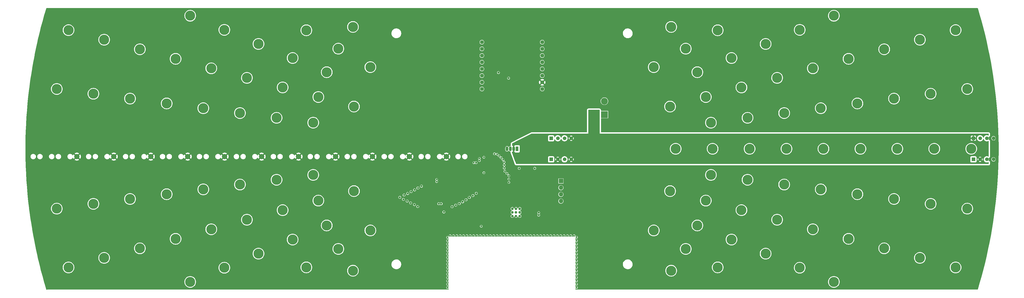
<source format=gbr>
%TF.GenerationSoftware,KiCad,Pcbnew,7.0.8*%
%TF.CreationDate,2023-11-15T20:37:27+01:00*%
%TF.ProjectId,main_board_4_jlc-3.2,6d61696e-5f62-46f6-9172-645f345f6a6c,rev?*%
%TF.SameCoordinates,Original*%
%TF.FileFunction,Copper,L3,Inr*%
%TF.FilePolarity,Positive*%
%FSLAX46Y46*%
G04 Gerber Fmt 4.6, Leading zero omitted, Abs format (unit mm)*
G04 Created by KiCad (PCBNEW 7.0.8) date 2023-11-15 20:37:27*
%MOMM*%
%LPD*%
G01*
G04 APERTURE LIST*
%TA.AperFunction,ComponentPad*%
%ADD10O,1.070000X1.800000*%
%TD*%
%TA.AperFunction,ComponentPad*%
%ADD11R,1.070000X1.800000*%
%TD*%
%TA.AperFunction,ComponentPad*%
%ADD12R,1.368000X1.368000*%
%TD*%
%TA.AperFunction,ComponentPad*%
%ADD13C,1.368000*%
%TD*%
%TA.AperFunction,ComponentPad*%
%ADD14C,3.800000*%
%TD*%
%TA.AperFunction,ComponentPad*%
%ADD15C,1.000000*%
%TD*%
%TA.AperFunction,ComponentPad*%
%ADD16C,2.000000*%
%TD*%
%TA.AperFunction,ComponentPad*%
%ADD17C,1.459990*%
%TD*%
%TA.AperFunction,ComponentPad*%
%ADD18R,1.700000X1.700000*%
%TD*%
%TA.AperFunction,ComponentPad*%
%ADD19O,1.700000X1.700000*%
%TD*%
%TA.AperFunction,ComponentPad*%
%ADD20R,2.600000X2.600000*%
%TD*%
%TA.AperFunction,ComponentPad*%
%ADD21C,2.600000*%
%TD*%
%TA.AperFunction,ViaPad*%
%ADD22C,0.700000*%
%TD*%
%TA.AperFunction,ViaPad*%
%ADD23C,0.800000*%
%TD*%
%TA.AperFunction,ViaPad*%
%ADD24C,1.000000*%
%TD*%
G04 APERTURE END LIST*
D10*
%TO.N,Net-(D12-BK)*%
%TO.C,D12*%
X223090000Y-225000000D03*
%TO.N,Net-(D12-GK)*%
X224360000Y-225000000D03*
%TO.N,/5V*%
X225630000Y-225000000D03*
D11*
%TO.N,Net-(D12-RK)*%
X226900000Y-225000000D03*
%TD*%
D12*
%TO.N,/GND*%
%TO.C,J7*%
X239800000Y-229000000D03*
D13*
%TO.N,/5V*%
X242340000Y-229000000D03*
%TO.N,/GND*%
X244880000Y-229000000D03*
%TO.N,/5V*%
X247420000Y-229000000D03*
%TD*%
D14*
%TO.N,N/C*%
%TO.C,H1*%
X338979248Y-255540647D03*
%TD*%
%TO.N,N/C*%
%TO.C,H1*%
X314230038Y-236747357D03*
%TD*%
%TO.N,N/C*%
%TO.C,H1*%
X97497791Y-190835886D03*
%TD*%
%TO.N,N/C*%
%TO.C,H1*%
X328110266Y-211425276D03*
%TD*%
%TO.N,N/C*%
%TO.C,H1*%
X56928906Y-179965486D03*
%TD*%
%TO.N,N/C*%
%TO.C,H1*%
X80249050Y-244056824D03*
%TD*%
D15*
%TO.N,*%
%TO.C,U34*%
X227900000Y-250550000D03*
X227900000Y-249150000D03*
X227900000Y-247750000D03*
X226500000Y-250550000D03*
X226500000Y-249150000D03*
X226500000Y-247750000D03*
X225100000Y-250550000D03*
X225100000Y-249150000D03*
X225100000Y-247750000D03*
%TD*%
D14*
%TO.N,N/C*%
%TO.C,H1*%
X147057714Y-180000000D03*
%TD*%
%TO.N,N/C*%
%TO.C,H1*%
X346952098Y-275514213D03*
%TD*%
D16*
%TO.N,/3.3V*%
%TO.C,H45*%
X158100000Y-227939000D03*
%TD*%
D14*
%TO.N,N/C*%
%TO.C,H1*%
X124543714Y-198082819D03*
%TD*%
%TO.N,N/C*%
%TO.C,H1*%
X397511406Y-247711557D03*
%TD*%
%TO.N,N/C*%
%TO.C,H1*%
X128916529Y-264799077D03*
%TD*%
%TO.N,N/C*%
%TO.C,H1*%
X171306425Y-256000000D03*
%TD*%
%TO.N,N/C*%
%TO.C,H1*%
X355870722Y-242229457D03*
%TD*%
%TO.N,N/C*%
%TO.C,H1*%
X334017785Y-179843355D03*
%TD*%
%TO.N,N/C*%
%TO.C,H1*%
X141850842Y-190558491D03*
%TD*%
D16*
%TO.N,/3.3V*%
%TO.C,H57*%
X200100000Y-227939000D03*
%TD*%
D14*
%TO.N,N/C*%
%TO.C,H1*%
X121889734Y-238574724D03*
%TD*%
%TO.N,N/C*%
%TO.C,H1*%
X154785156Y-195916059D03*
%TD*%
%TO.N,N/C*%
%TO.C,H1*%
X66368822Y-204115809D03*
%TD*%
%TO.N,N/C*%
%TO.C,H1*%
X385000000Y-225000000D03*
%TD*%
%TO.N,N/C*%
%TO.C,H1*%
X159182069Y-187000000D03*
%TD*%
%TO.N,N/C*%
%TO.C,H1*%
X302942286Y-270000000D03*
%TD*%
D12*
%TO.N,/GND*%
%TO.C,J8*%
X399820000Y-229000000D03*
D13*
%TO.N,/5V*%
X402360000Y-229000000D03*
%TO.N,/GND*%
X404900000Y-229000000D03*
%TO.N,/5V*%
X407440000Y-229000000D03*
%TD*%
D14*
%TO.N,N/C*%
%TO.C,H1*%
X284887401Y-208953219D03*
%TD*%
%TO.N,N/C*%
%TO.C,H1*%
X128916529Y-185200923D03*
%TD*%
%TO.N,N/C*%
%TO.C,H1*%
X366025171Y-187212419D03*
%TD*%
%TO.N,N/C*%
%TO.C,H1*%
X357000000Y-225000000D03*
%TD*%
%TO.N,N/C*%
%TO.C,H1*%
X154785156Y-254083941D03*
%TD*%
D16*
%TO.N,/3.3V*%
%TO.C,H21*%
X74100000Y-227939000D03*
%TD*%
D14*
%TO.N,N/C*%
%TO.C,H1*%
X83974829Y-187212419D03*
%TD*%
%TO.N,N/C*%
%TO.C,H1*%
X383631178Y-245884191D03*
%TD*%
%TO.N,N/C*%
%TO.C,H1*%
X371000000Y-225000000D03*
%TD*%
%TO.N,N/C*%
%TO.C,H1*%
X393071094Y-270034514D03*
%TD*%
%TO.N,N/C*%
%TO.C,H1*%
X165112599Y-208953219D03*
%TD*%
%TO.N,N/C*%
%TO.C,H1*%
X328110266Y-238574724D03*
%TD*%
%TO.N,N/C*%
%TO.C,H1*%
X352502209Y-259164114D03*
%TD*%
%TO.N,N/C*%
%TO.C,H1*%
X300349809Y-215080009D03*
%TD*%
%TO.N,N/C*%
%TO.C,H1*%
X124543714Y-251917181D03*
%TD*%
%TO.N,N/C*%
%TO.C,H1*%
X121889734Y-211425276D03*
%TD*%
%TO.N,N/C*%
%TO.C,H1*%
X103047902Y-174485787D03*
%TD*%
%TO.N,N/C*%
%TO.C,H1*%
X115982215Y-270156645D03*
%TD*%
D17*
%TO.N,/GND*%
%TO.C,J10*%
X213570000Y-184521000D03*
%TO.N,unconnected-(J10-Pad2)*%
X213570000Y-187061000D03*
%TO.N,unconnected-(J10-Pad3)*%
X213570000Y-189601000D03*
%TO.N,unconnected-(J10-Pad4)*%
X213570000Y-192141000D03*
%TO.N,unconnected-(J10-Pad5)*%
X213570000Y-194681000D03*
%TO.N,unconnected-(J10-Pad6)*%
X213570000Y-197221000D03*
%TO.N,/LDC_INT*%
X213570000Y-199761000D03*
%TO.N,/LDC_CLK*%
X213570000Y-202301000D03*
%TD*%
D14*
%TO.N,N/C*%
%TO.C,H1*%
X301000000Y-225000000D03*
%TD*%
%TO.N,N/C*%
%TO.C,H1*%
X399000000Y-225000000D03*
%TD*%
%TO.N,N/C*%
%TO.C,H1*%
X308149158Y-259441509D03*
%TD*%
%TO.N,N/C*%
%TO.C,H1*%
X159182069Y-263000000D03*
%TD*%
%TO.N,N/C*%
%TO.C,H1*%
X366025171Y-262787581D03*
%TD*%
%TO.N,N/C*%
%TO.C,H1*%
X295214844Y-254083941D03*
%TD*%
%TO.N,N/C*%
%TO.C,H1*%
X369750950Y-244056824D03*
%TD*%
%TO.N,N/C*%
%TO.C,H1*%
X149650191Y-215080009D03*
%TD*%
%TO.N,N/C*%
%TO.C,H1*%
X284887401Y-241046781D03*
%TD*%
D16*
%TO.N,/3.3V*%
%TO.C,H37*%
X130100000Y-227939000D03*
%TD*%
D14*
%TO.N,N/C*%
%TO.C,H1*%
X138066676Y-248293714D03*
%TD*%
%TO.N,N/C*%
%TO.C,H1*%
X298410363Y-244670247D03*
%TD*%
%TO.N,N/C*%
%TO.C,H1*%
X311933324Y-248293714D03*
%TD*%
%TO.N,N/C*%
%TO.C,H1*%
X165112599Y-241046781D03*
%TD*%
%TO.N,N/C*%
%TO.C,H1*%
X115982215Y-179843355D03*
%TD*%
%TO.N,N/C*%
%TO.C,H1*%
X141850842Y-259441509D03*
%TD*%
%TO.N,N/C*%
%TO.C,H1*%
X97497791Y-259164114D03*
%TD*%
%TO.N,N/C*%
%TO.C,H1*%
X52488594Y-202288443D03*
%TD*%
%TO.N,N/C*%
%TO.C,H1*%
X314230038Y-213252643D03*
%TD*%
D17*
%TO.N,unconnected-(J9-Pad1)*%
%TO.C,J9*%
X236430000Y-184521000D03*
%TO.N,unconnected-(J9-Pad2)*%
X236430000Y-187061000D03*
%TO.N,/LDC_CS*%
X236430000Y-189601000D03*
%TO.N,/CLK*%
X236430000Y-192141000D03*
%TO.N,/MISO*%
X236430000Y-194681000D03*
%TO.N,/MOSI*%
X236430000Y-197221000D03*
%TO.N,/3.3V*%
X236430000Y-199761000D03*
%TO.N,/GND*%
X236430000Y-202301000D03*
%TD*%
D14*
%TO.N,N/C*%
%TO.C,H1*%
X341990494Y-209597909D03*
%TD*%
D16*
%TO.N,/3.3V*%
%TO.C,H33*%
X116100000Y-227939000D03*
%TD*%
D14*
%TO.N,N/C*%
%TO.C,H1*%
X52488594Y-247711557D03*
%TD*%
%TO.N,N/C*%
%TO.C,H1*%
X70451868Y-266411047D03*
%TD*%
D16*
%TO.N,/3.3V*%
%TO.C,H49*%
X172100000Y-227939000D03*
%TD*%
D14*
%TO.N,N/C*%
%TO.C,H1*%
X285294854Y-271265869D03*
%TD*%
%TO.N,N/C*%
%TO.C,H1*%
X164705146Y-271265869D03*
%TD*%
%TO.N,N/C*%
%TO.C,H1*%
X308149158Y-190558491D03*
%TD*%
%TO.N,N/C*%
%TO.C,H1*%
X80249050Y-205943176D03*
%TD*%
%TO.N,N/C*%
%TO.C,H1*%
X135769962Y-236747357D03*
%TD*%
%TO.N,N/C*%
%TO.C,H1*%
X108009506Y-209597909D03*
%TD*%
%TO.N,N/C*%
%TO.C,H1*%
X341990494Y-240402091D03*
%TD*%
%TO.N,N/C*%
%TO.C,H1*%
X379548132Y-183588953D03*
%TD*%
%TO.N,N/C*%
%TO.C,H1*%
X321083471Y-264799077D03*
%TD*%
%TO.N,N/C*%
%TO.C,H1*%
X83974829Y-262787581D03*
%TD*%
D16*
%TO.N,/3.3V*%
%TO.C,H25*%
X88100000Y-227939000D03*
%TD*%
D14*
%TO.N,N/C*%
%TO.C,H1*%
X111020752Y-255540647D03*
%TD*%
%TO.N,N/C*%
%TO.C,H1*%
X290817931Y-263000000D03*
%TD*%
D18*
%TO.N,/V_BUS*%
%TO.C,J1*%
X243528000Y-237215000D03*
D19*
%TO.N,/USB_D+*%
X243528000Y-239755000D03*
%TO.N,/USB_D-*%
X243528000Y-242295000D03*
%TO.N,/GND*%
X243528000Y-244835000D03*
%TD*%
D14*
%TO.N,N/C*%
%TO.C,H1*%
X138066676Y-201706286D03*
%TD*%
%TO.N,N/C*%
%TO.C,H1*%
X149650191Y-234919991D03*
%TD*%
%TO.N,N/C*%
%TO.C,H1*%
X151589637Y-244670247D03*
%TD*%
%TO.N,N/C*%
%TO.C,H1*%
X56928906Y-270034514D03*
%TD*%
%TO.N,N/C*%
%TO.C,H1*%
X315000000Y-225000000D03*
%TD*%
%TO.N,N/C*%
%TO.C,H1*%
X94129278Y-242229457D03*
%TD*%
%TO.N,N/C*%
%TO.C,H1*%
X325456286Y-198082819D03*
%TD*%
%TO.N,N/C*%
%TO.C,H1*%
X355870722Y-207770543D03*
%TD*%
D16*
%TO.N,/3.3V*%
%TO.C,H41*%
X144100000Y-227939000D03*
%TD*%
D14*
%TO.N,N/C*%
%TO.C,H1*%
X278693575Y-194000000D03*
%TD*%
%TO.N,N/C*%
%TO.C,H1*%
X290817931Y-187000000D03*
%TD*%
%TO.N,N/C*%
%TO.C,H1*%
X346952098Y-174485787D03*
%TD*%
D16*
%TO.N,/3.3V*%
%TO.C,H29*%
X102100000Y-227939000D03*
%TD*%
D14*
%TO.N,N/C*%
%TO.C,H1*%
X383631178Y-204115809D03*
%TD*%
%TO.N,N/C*%
%TO.C,H1*%
X66368822Y-245884191D03*
%TD*%
%TO.N,N/C*%
%TO.C,H1*%
X300349809Y-234919991D03*
%TD*%
%TO.N,N/C*%
%TO.C,H1*%
X111020752Y-194459353D03*
%TD*%
D16*
%TO.N,/3.3V*%
%TO.C,H53*%
X186100000Y-227939000D03*
%TD*%
D12*
%TO.N,/5V*%
%TO.C,J6*%
X399820000Y-221000000D03*
D13*
%TO.N,unconnected-(J6-Pad02)*%
X402360000Y-221000000D03*
%TO.N,unconnected-(J6-Pad03)*%
X404900000Y-221000000D03*
%TO.N,/5V*%
X407440000Y-221000000D03*
%TD*%
D14*
%TO.N,N/C*%
%TO.C,H1*%
X369750950Y-205943176D03*
%TD*%
%TO.N,N/C*%
%TO.C,H1*%
X164705146Y-178734131D03*
%TD*%
%TO.N,N/C*%
%TO.C,H1*%
X393071094Y-179965486D03*
%TD*%
%TO.N,N/C*%
%TO.C,H1*%
X397511406Y-202288443D03*
%TD*%
%TO.N,N/C*%
%TO.C,H1*%
X171306425Y-194000000D03*
%TD*%
%TO.N,N/C*%
%TO.C,H1*%
X147057714Y-270000000D03*
%TD*%
%TO.N,N/C*%
%TO.C,H1*%
X295214844Y-195916059D03*
%TD*%
%TO.N,N/C*%
%TO.C,H1*%
X302942286Y-180000000D03*
%TD*%
%TO.N,N/C*%
%TO.C,H1*%
X352502209Y-190835886D03*
%TD*%
%TO.N,N/C*%
%TO.C,H1*%
X135769962Y-213252643D03*
%TD*%
%TO.N,N/C*%
%TO.C,H1*%
X379548132Y-266411047D03*
%TD*%
%TO.N,N/C*%
%TO.C,H1*%
X321083471Y-185200923D03*
%TD*%
%TO.N,N/C*%
%TO.C,H1*%
X334017785Y-270156645D03*
%TD*%
D12*
%TO.N,/GND*%
%TO.C,J5*%
X239800000Y-221000000D03*
D13*
%TO.N,/LED_DATA*%
X242340000Y-221000000D03*
%TO.N,/LED_CLK*%
X244880000Y-221000000D03*
%TO.N,/5V*%
X247420000Y-221000000D03*
%TD*%
D14*
%TO.N,N/C*%
%TO.C,H1*%
X298410363Y-205329753D03*
%TD*%
%TO.N,N/C*%
%TO.C,H1*%
X94129278Y-207770543D03*
%TD*%
%TO.N,N/C*%
%TO.C,H1*%
X108009506Y-240402091D03*
%TD*%
%TO.N,N/C*%
%TO.C,H1*%
X311933324Y-201706286D03*
%TD*%
%TO.N,N/C*%
%TO.C,H1*%
X325456286Y-251917181D03*
%TD*%
%TO.N,N/C*%
%TO.C,H1*%
X70451868Y-183588953D03*
%TD*%
%TO.N,N/C*%
%TO.C,H1*%
X329000000Y-225000000D03*
%TD*%
D16*
%TO.N,/3.3V*%
%TO.C,H17*%
X60100000Y-227939000D03*
%TD*%
D14*
%TO.N,N/C*%
%TO.C,H1*%
X338979248Y-194459353D03*
%TD*%
%TO.N,N/C*%
%TO.C,H1*%
X278693575Y-256000000D03*
%TD*%
%TO.N,N/C*%
%TO.C,H1*%
X103047902Y-275514213D03*
%TD*%
%TO.N,N/C*%
%TO.C,H1*%
X287000000Y-225000000D03*
%TD*%
%TO.N,N/C*%
%TO.C,H1*%
X151589637Y-205329753D03*
%TD*%
%TO.N,N/C*%
%TO.C,H1*%
X285294854Y-178734131D03*
%TD*%
%TO.N,N/C*%
%TO.C,H1*%
X343000000Y-225000000D03*
%TD*%
D20*
%TO.N,/5V*%
%TO.C,J11*%
X260000000Y-212000000D03*
D21*
%TO.N,/GND*%
X260000000Y-206920000D03*
%TD*%
D22*
%TO.N,/GND*%
X218319800Y-226905000D03*
X219310400Y-227082800D03*
X220097800Y-227692400D03*
X220859800Y-228429000D03*
X221596400Y-229165600D03*
X222002800Y-230054600D03*
X222053600Y-231172200D03*
X222053600Y-232315200D03*
X222282200Y-233509000D03*
X223069600Y-234372600D03*
X223806200Y-235210800D03*
X223806200Y-236480800D03*
X223780800Y-237750800D03*
X214335071Y-234097579D03*
D23*
X227720150Y-232421179D03*
D22*
X212607871Y-228650276D03*
X196453471Y-236625876D03*
%TO.N,/CS1*%
X196453471Y-237450379D03*
D23*
%TO.N,/CLK*%
X197215471Y-245832379D03*
D22*
%TO.N,/GND*%
X210500282Y-230273752D03*
D23*
%TO.N,/CLK*%
X211374639Y-230257800D03*
D22*
%TO.N,/CS1*%
X212607871Y-229474779D03*
%TO.N,/GND*%
X214335071Y-228204779D03*
D23*
X233585200Y-232414200D03*
D22*
X235812000Y-257979000D03*
X204062000Y-257979000D03*
X249426400Y-267453200D03*
X209142000Y-257979000D03*
X200556800Y-259884000D03*
X200556800Y-275124000D03*
X200556800Y-266234000D03*
X249426400Y-277613200D03*
X210412000Y-257979000D03*
X229462000Y-257979000D03*
X240892000Y-257979000D03*
X238352000Y-257979000D03*
X234542000Y-257979000D03*
X249426400Y-273803200D03*
X219302000Y-257979000D03*
X200556800Y-277664000D03*
X247242000Y-257979000D03*
X216762000Y-257979000D03*
X200556800Y-258614000D03*
X221842000Y-257979000D03*
X237082000Y-257979000D03*
X207872000Y-257979000D03*
X201522000Y-257979000D03*
X220572000Y-257979000D03*
X200556800Y-261154000D03*
X244702000Y-257979000D03*
X243432000Y-257979000D03*
X249426400Y-272533200D03*
X223112000Y-257979000D03*
X200556800Y-276394000D03*
X249426400Y-259833200D03*
X249426400Y-262373200D03*
X249426400Y-276343200D03*
X249426400Y-268723200D03*
D23*
X219843800Y-196069400D03*
D22*
X233272000Y-257979000D03*
X200556800Y-267504000D03*
X200556800Y-270044000D03*
D23*
X198139974Y-245832379D03*
D22*
X214222000Y-257979000D03*
X206602000Y-257979000D03*
X242162000Y-257979000D03*
X249426400Y-269993200D03*
X202792000Y-257979000D03*
X249426400Y-263643200D03*
X205332000Y-257979000D03*
X249426400Y-258563200D03*
X200556800Y-273854000D03*
X200556800Y-262424000D03*
X232002000Y-257979000D03*
X213331800Y-254397600D03*
X215492000Y-257979000D03*
X226922000Y-257979000D03*
X228192000Y-257979000D03*
X249426400Y-264913200D03*
X249426400Y-266183200D03*
X211682000Y-257979000D03*
X218032000Y-257979000D03*
X230732000Y-257979000D03*
X224382000Y-257979000D03*
X200556800Y-268774000D03*
X200556800Y-264964000D03*
D23*
X199161952Y-248977600D03*
D22*
X239622000Y-257979000D03*
X212952000Y-257979000D03*
D23*
X235100000Y-250174503D03*
X223679200Y-198177600D03*
D22*
X200556800Y-272584000D03*
X225652000Y-257979000D03*
X245972000Y-257979000D03*
X200556800Y-271314000D03*
X249426400Y-261103200D03*
X248512000Y-257979000D03*
X249426400Y-275073200D03*
X249426400Y-271263200D03*
X200556800Y-263694000D03*
D24*
%TO.N,/3.3V*%
X246912000Y-207814000D03*
X246910600Y-206645600D03*
D23*
X239605000Y-254278100D03*
X308184997Y-234907000D03*
X193953000Y-248939000D03*
%TO.N,/SS12*%
X185249000Y-244837400D03*
%TO.N,/SS11*%
X186569800Y-245548600D03*
%TO.N,/SS10*%
X188017600Y-246183600D03*
%TO.N,/SS9*%
X189262200Y-246920200D03*
%TO.N,/SS8*%
X202261952Y-246998000D03*
%TO.N,/SS7*%
X203661952Y-246398000D03*
%TO.N,/SS6*%
X205000000Y-245798000D03*
%TO.N,/SS5*%
X206270000Y-245098000D03*
%TO.N,/SS4*%
X207540000Y-244359000D03*
%TO.N,/SS3*%
X208810000Y-243470000D03*
%TO.N,/SS2*%
X210161952Y-242749500D03*
%TO.N,/SS1*%
X211461952Y-241898000D03*
%TO.N,/SS17*%
X186747600Y-241256000D03*
%TO.N,/SS18*%
X188068400Y-240595600D03*
%TO.N,/SS19*%
X189338400Y-239884400D03*
%TO.N,/SS20*%
X190659200Y-239173200D03*
%TO.N,/SS16*%
X185452200Y-241967200D03*
%TO.N,/SS15*%
X184094000Y-242538000D03*
%TO.N,/SS14*%
X182455000Y-243415000D03*
%TO.N,/SS13*%
X183852000Y-244177000D03*
%TO.N,/5V*%
X233585200Y-229800600D03*
X227745550Y-229821579D03*
%TO.N,/QRE_OUT*%
X235100000Y-249250000D03*
%TD*%
%TA.AperFunction,Conductor*%
%TO.N,/5V*%
G36*
X258155239Y-210223685D02*
G01*
X258200994Y-210276489D01*
X258212200Y-210328000D01*
X258212200Y-219221000D01*
X405535200Y-219221000D01*
X405602239Y-219240685D01*
X405647994Y-219293489D01*
X405659200Y-219345000D01*
X405659200Y-219854279D01*
X405639515Y-219921318D01*
X405586711Y-219967073D01*
X405517553Y-219977017D01*
X405469923Y-219959706D01*
X405430245Y-219935139D01*
X405430238Y-219935135D01*
X405267788Y-219872202D01*
X405225543Y-219855836D01*
X405009760Y-219815500D01*
X404790240Y-219815500D01*
X404574457Y-219855836D01*
X404574454Y-219855836D01*
X404574454Y-219855837D01*
X404369761Y-219935135D01*
X404369759Y-219935136D01*
X404183119Y-220050700D01*
X404020894Y-220198587D01*
X403888603Y-220373768D01*
X403790755Y-220570272D01*
X403790754Y-220570276D01*
X403749265Y-220716092D01*
X403711988Y-220775184D01*
X403648678Y-220804742D01*
X403579438Y-220795380D01*
X403526252Y-220750071D01*
X403510734Y-220716094D01*
X403469246Y-220570276D01*
X403371397Y-220373769D01*
X403239107Y-220198589D01*
X403076879Y-220050699D01*
X402929921Y-219959706D01*
X402890240Y-219935136D01*
X402890238Y-219935135D01*
X402727788Y-219872202D01*
X402685543Y-219855836D01*
X402469760Y-219815500D01*
X402250240Y-219815500D01*
X402034457Y-219855836D01*
X402034454Y-219855836D01*
X402034454Y-219855837D01*
X401829761Y-219935135D01*
X401829759Y-219935136D01*
X401643119Y-220050700D01*
X401480894Y-220198587D01*
X401348603Y-220373768D01*
X401250755Y-220570272D01*
X401190679Y-220781420D01*
X401170425Y-220999999D01*
X401170425Y-221000000D01*
X401190679Y-221218579D01*
X401190679Y-221218581D01*
X401190680Y-221218584D01*
X401239962Y-221391793D01*
X401250755Y-221429727D01*
X401284104Y-221496700D01*
X401348603Y-221626231D01*
X401480893Y-221801411D01*
X401643121Y-221949301D01*
X401829761Y-222064864D01*
X402034457Y-222144164D01*
X402250240Y-222184500D01*
X402250243Y-222184500D01*
X402469757Y-222184500D01*
X402469760Y-222184500D01*
X402685543Y-222144164D01*
X402890239Y-222064864D01*
X403076879Y-221949301D01*
X403239107Y-221801411D01*
X403371397Y-221626231D01*
X403469246Y-221429724D01*
X403510734Y-221283907D01*
X403548012Y-221224815D01*
X403611322Y-221195257D01*
X403680561Y-221204619D01*
X403733748Y-221249928D01*
X403749265Y-221283905D01*
X403759186Y-221318773D01*
X403790754Y-221429726D01*
X403888603Y-221626231D01*
X404020893Y-221801411D01*
X404183121Y-221949301D01*
X404369761Y-222064864D01*
X404574457Y-222144164D01*
X404790240Y-222184500D01*
X404790243Y-222184500D01*
X405009757Y-222184500D01*
X405009760Y-222184500D01*
X405225543Y-222144164D01*
X405430239Y-222064864D01*
X405430243Y-222064861D01*
X405430248Y-222064859D01*
X405469922Y-222040294D01*
X405537282Y-222021737D01*
X405603982Y-222042545D01*
X405648843Y-222096110D01*
X405659200Y-222145720D01*
X405659200Y-227854279D01*
X405639515Y-227921318D01*
X405586711Y-227967073D01*
X405517553Y-227977017D01*
X405469923Y-227959706D01*
X405430245Y-227935139D01*
X405430238Y-227935135D01*
X405267788Y-227872202D01*
X405225543Y-227855836D01*
X405009760Y-227815500D01*
X404790240Y-227815500D01*
X404574457Y-227855836D01*
X404574454Y-227855836D01*
X404574454Y-227855837D01*
X404369761Y-227935135D01*
X404369759Y-227935136D01*
X404183119Y-228050700D01*
X404020894Y-228198587D01*
X403888603Y-228373768D01*
X403790755Y-228570272D01*
X403730679Y-228781420D01*
X403710425Y-228999999D01*
X403710425Y-229000000D01*
X403730679Y-229218579D01*
X403730679Y-229218581D01*
X403730680Y-229218584D01*
X403759186Y-229318773D01*
X403790755Y-229429727D01*
X403824104Y-229496700D01*
X403888603Y-229626231D01*
X404020893Y-229801411D01*
X404183121Y-229949301D01*
X404369761Y-230064864D01*
X404574457Y-230144164D01*
X404790240Y-230184500D01*
X404790243Y-230184500D01*
X405009757Y-230184500D01*
X405009760Y-230184500D01*
X405225543Y-230144164D01*
X405430239Y-230064864D01*
X405430243Y-230064861D01*
X405430248Y-230064859D01*
X405469922Y-230040294D01*
X405537282Y-230021737D01*
X405603982Y-230042545D01*
X405648843Y-230096110D01*
X405659200Y-230145720D01*
X405659200Y-230654000D01*
X405639515Y-230721039D01*
X405586711Y-230766794D01*
X405535200Y-230778000D01*
X242464200Y-230778000D01*
X226636329Y-230791127D01*
X226569273Y-230771498D01*
X226523474Y-230718732D01*
X226519692Y-230709503D01*
X226189477Y-229801412D01*
X226164189Y-229731870D01*
X238615500Y-229731870D01*
X238615501Y-229731876D01*
X238621908Y-229791483D01*
X238672202Y-229926328D01*
X238672206Y-229926335D01*
X238758452Y-230041544D01*
X238758455Y-230041547D01*
X238873664Y-230127793D01*
X238873671Y-230127797D01*
X239008517Y-230178091D01*
X239008516Y-230178091D01*
X239015444Y-230178835D01*
X239068127Y-230184500D01*
X240531872Y-230184499D01*
X240591483Y-230178091D01*
X240726331Y-230127796D01*
X240841546Y-230041546D01*
X240927796Y-229926331D01*
X240978091Y-229791483D01*
X240984500Y-229731873D01*
X240984499Y-229000000D01*
X241351239Y-229000000D01*
X241370237Y-229192896D01*
X241426505Y-229378386D01*
X241489745Y-229496699D01*
X241489746Y-229496699D01*
X241914207Y-229072238D01*
X241916046Y-229096765D01*
X241963403Y-229217428D01*
X242044222Y-229318773D01*
X242151323Y-229391793D01*
X242266295Y-229427257D01*
X241843298Y-229850253D01*
X241961613Y-229913494D01*
X242147106Y-229969762D01*
X242147101Y-229969762D01*
X242340000Y-229988760D01*
X242532896Y-229969762D01*
X242718384Y-229913494D01*
X242836700Y-229850252D01*
X242410655Y-229424207D01*
X242468176Y-229415538D01*
X242584964Y-229359296D01*
X242679985Y-229271129D01*
X242744797Y-229158871D01*
X242764797Y-229071244D01*
X243190252Y-229496700D01*
X243253494Y-229378384D01*
X243309762Y-229192896D01*
X243328760Y-229000000D01*
X243690425Y-229000000D01*
X243710679Y-229218579D01*
X243710679Y-229218581D01*
X243710680Y-229218584D01*
X243739186Y-229318773D01*
X243770755Y-229429727D01*
X243804104Y-229496700D01*
X243868603Y-229626231D01*
X244000893Y-229801411D01*
X244163121Y-229949301D01*
X244349761Y-230064864D01*
X244554457Y-230144164D01*
X244770240Y-230184500D01*
X244770243Y-230184500D01*
X244989757Y-230184500D01*
X244989760Y-230184500D01*
X245205543Y-230144164D01*
X245410239Y-230064864D01*
X245596879Y-229949301D01*
X245759107Y-229801411D01*
X245891397Y-229626231D01*
X245989246Y-229429724D01*
X246049320Y-229218584D01*
X246069575Y-229000000D01*
X246431239Y-229000000D01*
X246450237Y-229192896D01*
X246506505Y-229378386D01*
X246569745Y-229496699D01*
X246569746Y-229496699D01*
X246994207Y-229072238D01*
X246996046Y-229096765D01*
X247043403Y-229217428D01*
X247124222Y-229318773D01*
X247231323Y-229391793D01*
X247346295Y-229427257D01*
X246923298Y-229850253D01*
X247041613Y-229913494D01*
X247227106Y-229969762D01*
X247227101Y-229969762D01*
X247420000Y-229988760D01*
X247612896Y-229969762D01*
X247798384Y-229913494D01*
X247916700Y-229850252D01*
X247798318Y-229731870D01*
X398635500Y-229731870D01*
X398635501Y-229731876D01*
X398641908Y-229791483D01*
X398692202Y-229926328D01*
X398692206Y-229926335D01*
X398778452Y-230041544D01*
X398778455Y-230041547D01*
X398893664Y-230127793D01*
X398893671Y-230127797D01*
X399028517Y-230178091D01*
X399028516Y-230178091D01*
X399035444Y-230178835D01*
X399088127Y-230184500D01*
X400551872Y-230184499D01*
X400611483Y-230178091D01*
X400746331Y-230127796D01*
X400861546Y-230041546D01*
X400947796Y-229926331D01*
X400998091Y-229791483D01*
X401004500Y-229731873D01*
X401004499Y-229000000D01*
X401371239Y-229000000D01*
X401390237Y-229192896D01*
X401446505Y-229378386D01*
X401509745Y-229496699D01*
X401509746Y-229496699D01*
X401934207Y-229072238D01*
X401936046Y-229096765D01*
X401983403Y-229217428D01*
X402064222Y-229318773D01*
X402171323Y-229391793D01*
X402286295Y-229427257D01*
X401863298Y-229850253D01*
X401981613Y-229913494D01*
X402167106Y-229969762D01*
X402167101Y-229969762D01*
X402360000Y-229988760D01*
X402552896Y-229969762D01*
X402738384Y-229913494D01*
X402856700Y-229850252D01*
X402430655Y-229424207D01*
X402488176Y-229415538D01*
X402604964Y-229359296D01*
X402699985Y-229271129D01*
X402764797Y-229158871D01*
X402784797Y-229071244D01*
X403210253Y-229496700D01*
X403273494Y-229378384D01*
X403329762Y-229192896D01*
X403348760Y-229000000D01*
X403329762Y-228807103D01*
X403273494Y-228621613D01*
X403210253Y-228503298D01*
X402785791Y-228927759D01*
X402783954Y-228903235D01*
X402736597Y-228782572D01*
X402655778Y-228681227D01*
X402548677Y-228608207D01*
X402433704Y-228572742D01*
X402856699Y-228149746D01*
X402856699Y-228149745D01*
X402738386Y-228086505D01*
X402552893Y-228030237D01*
X402552898Y-228030237D01*
X402360000Y-228011239D01*
X402167103Y-228030237D01*
X401981619Y-228086503D01*
X401863299Y-228149746D01*
X402289345Y-228575792D01*
X402231824Y-228584462D01*
X402115036Y-228640704D01*
X402020015Y-228728871D01*
X401955203Y-228841129D01*
X401935202Y-228928755D01*
X401509746Y-228503299D01*
X401446503Y-228621619D01*
X401390237Y-228807103D01*
X401371239Y-229000000D01*
X401004499Y-229000000D01*
X401004499Y-228268128D01*
X400998091Y-228208517D01*
X400994387Y-228198587D01*
X400947797Y-228073671D01*
X400947793Y-228073664D01*
X400861547Y-227958455D01*
X400861544Y-227958452D01*
X400746335Y-227872206D01*
X400746328Y-227872202D01*
X400611482Y-227821908D01*
X400611483Y-227821908D01*
X400551883Y-227815501D01*
X400551881Y-227815500D01*
X400551873Y-227815500D01*
X400551864Y-227815500D01*
X399088129Y-227815500D01*
X399088123Y-227815501D01*
X399028516Y-227821908D01*
X398893671Y-227872202D01*
X398893664Y-227872206D01*
X398778455Y-227958452D01*
X398778452Y-227958455D01*
X398692206Y-228073664D01*
X398692202Y-228073671D01*
X398641908Y-228208517D01*
X398635501Y-228268116D01*
X398635501Y-228268123D01*
X398635500Y-228268135D01*
X398635500Y-229731870D01*
X247798318Y-229731870D01*
X247490655Y-229424207D01*
X247548176Y-229415538D01*
X247664964Y-229359296D01*
X247759985Y-229271129D01*
X247824797Y-229158871D01*
X247844797Y-229071244D01*
X248270253Y-229496700D01*
X248333494Y-229378384D01*
X248389762Y-229192896D01*
X248408760Y-229000000D01*
X248389762Y-228807103D01*
X248333494Y-228621613D01*
X248270253Y-228503298D01*
X247845791Y-228927759D01*
X247843954Y-228903235D01*
X247796597Y-228782572D01*
X247715778Y-228681227D01*
X247608677Y-228608207D01*
X247493704Y-228572742D01*
X247916699Y-228149746D01*
X247916699Y-228149745D01*
X247798386Y-228086505D01*
X247612893Y-228030237D01*
X247612898Y-228030237D01*
X247420000Y-228011239D01*
X247227103Y-228030237D01*
X247041619Y-228086503D01*
X246923299Y-228149746D01*
X247349345Y-228575792D01*
X247291824Y-228584462D01*
X247175036Y-228640704D01*
X247080015Y-228728871D01*
X247015203Y-228841129D01*
X246995202Y-228928755D01*
X246569746Y-228503299D01*
X246506503Y-228621619D01*
X246450237Y-228807103D01*
X246431239Y-229000000D01*
X246069575Y-229000000D01*
X246049320Y-228781416D01*
X245989246Y-228570276D01*
X245891397Y-228373769D01*
X245759107Y-228198589D01*
X245596879Y-228050699D01*
X245449921Y-227959706D01*
X245410240Y-227935136D01*
X245410238Y-227935135D01*
X245247788Y-227872202D01*
X245205543Y-227855836D01*
X244989760Y-227815500D01*
X244770240Y-227815500D01*
X244554457Y-227855836D01*
X244554454Y-227855836D01*
X244554454Y-227855837D01*
X244349761Y-227935135D01*
X244349759Y-227935136D01*
X244163119Y-228050700D01*
X244000894Y-228198587D01*
X243868603Y-228373768D01*
X243770755Y-228570272D01*
X243710679Y-228781420D01*
X243690425Y-228999999D01*
X243690425Y-229000000D01*
X243328760Y-229000000D01*
X243309762Y-228807103D01*
X243253494Y-228621613D01*
X243190253Y-228503298D01*
X242765791Y-228927759D01*
X242763954Y-228903235D01*
X242716597Y-228782572D01*
X242635778Y-228681227D01*
X242528677Y-228608207D01*
X242413704Y-228572742D01*
X242836699Y-228149746D01*
X242836699Y-228149745D01*
X242718386Y-228086505D01*
X242532893Y-228030237D01*
X242532898Y-228030237D01*
X242340000Y-228011239D01*
X242147103Y-228030237D01*
X241961619Y-228086503D01*
X241843299Y-228149746D01*
X242269345Y-228575792D01*
X242211824Y-228584462D01*
X242095036Y-228640704D01*
X242000015Y-228728871D01*
X241935203Y-228841129D01*
X241915202Y-228928755D01*
X241489746Y-228503299D01*
X241426503Y-228621619D01*
X241370237Y-228807103D01*
X241351239Y-229000000D01*
X240984499Y-229000000D01*
X240984499Y-228268128D01*
X240978091Y-228208517D01*
X240974387Y-228198587D01*
X240927797Y-228073671D01*
X240927793Y-228073664D01*
X240841547Y-227958455D01*
X240841544Y-227958452D01*
X240726335Y-227872206D01*
X240726328Y-227872202D01*
X240591482Y-227821908D01*
X240591483Y-227821908D01*
X240531883Y-227815501D01*
X240531881Y-227815500D01*
X240531873Y-227815500D01*
X240531864Y-227815500D01*
X239068129Y-227815500D01*
X239068123Y-227815501D01*
X239008516Y-227821908D01*
X238873671Y-227872202D01*
X238873664Y-227872206D01*
X238758455Y-227958452D01*
X238758452Y-227958455D01*
X238672206Y-228073664D01*
X238672202Y-228073671D01*
X238621908Y-228208517D01*
X238615501Y-228268116D01*
X238615501Y-228268123D01*
X238615500Y-228268135D01*
X238615500Y-229731870D01*
X226164189Y-229731870D01*
X224931766Y-226342708D01*
X224924329Y-226297696D01*
X224924334Y-226297461D01*
X224945440Y-226230856D01*
X224969635Y-226204251D01*
X225083645Y-226110687D01*
X225147952Y-226083377D01*
X225216820Y-226095169D01*
X225231896Y-226103911D01*
X225236576Y-226107084D01*
X225379999Y-226164228D01*
X225380000Y-226164228D01*
X225380000Y-225576293D01*
X225380299Y-225570213D01*
X225395500Y-225415864D01*
X225395500Y-225384757D01*
X225432547Y-225410016D01*
X225562173Y-225450000D01*
X225663724Y-225450000D01*
X225764138Y-225434865D01*
X225864500Y-225386532D01*
X225864500Y-225947870D01*
X225864501Y-225947876D01*
X225870908Y-226007483D01*
X225872181Y-226010894D01*
X225880000Y-226054229D01*
X225880000Y-226162175D01*
X225893824Y-226172684D01*
X225914616Y-226172991D01*
X225972831Y-226211628D01*
X225977196Y-226217128D01*
X226007450Y-226257542D01*
X226007452Y-226257544D01*
X226007454Y-226257546D01*
X226007457Y-226257548D01*
X226122664Y-226343793D01*
X226122671Y-226343797D01*
X226257517Y-226394091D01*
X226257516Y-226394091D01*
X226264444Y-226394835D01*
X226317127Y-226400500D01*
X227482872Y-226400499D01*
X227542483Y-226394091D01*
X227677331Y-226343796D01*
X227792546Y-226257546D01*
X227878796Y-226142331D01*
X227929091Y-226007483D01*
X227935500Y-225947873D01*
X227935499Y-225000000D01*
X284794778Y-225000000D01*
X284813644Y-225287837D01*
X284813646Y-225287849D01*
X284869917Y-225570745D01*
X284869921Y-225570760D01*
X284962642Y-225843905D01*
X285090219Y-226102606D01*
X285090223Y-226102613D01*
X285250478Y-226342452D01*
X285440672Y-226559327D01*
X285657546Y-226749520D01*
X285897389Y-226909778D01*
X286156098Y-227037359D01*
X286429247Y-227130081D01*
X286712161Y-227186356D01*
X287000000Y-227205222D01*
X287287839Y-227186356D01*
X287570753Y-227130081D01*
X287843902Y-227037359D01*
X288102611Y-226909778D01*
X288342454Y-226749520D01*
X288559327Y-226559327D01*
X288749520Y-226342454D01*
X288909778Y-226102611D01*
X289037359Y-225843902D01*
X289130081Y-225570753D01*
X289186356Y-225287839D01*
X289205222Y-225000000D01*
X298794778Y-225000000D01*
X298813644Y-225287837D01*
X298813646Y-225287849D01*
X298869917Y-225570745D01*
X298869921Y-225570760D01*
X298962642Y-225843905D01*
X299090219Y-226102606D01*
X299090223Y-226102613D01*
X299250478Y-226342452D01*
X299440672Y-226559327D01*
X299657546Y-226749520D01*
X299897389Y-226909778D01*
X300156098Y-227037359D01*
X300429247Y-227130081D01*
X300712161Y-227186356D01*
X301000000Y-227205222D01*
X301287839Y-227186356D01*
X301570753Y-227130081D01*
X301843902Y-227037359D01*
X302102611Y-226909778D01*
X302342454Y-226749520D01*
X302559327Y-226559327D01*
X302749520Y-226342454D01*
X302909778Y-226102611D01*
X303037359Y-225843902D01*
X303130081Y-225570753D01*
X303186356Y-225287839D01*
X303205222Y-225000000D01*
X312794778Y-225000000D01*
X312813644Y-225287837D01*
X312813646Y-225287849D01*
X312869917Y-225570745D01*
X312869921Y-225570760D01*
X312962642Y-225843905D01*
X313090219Y-226102606D01*
X313090223Y-226102613D01*
X313250478Y-226342452D01*
X313440672Y-226559327D01*
X313657546Y-226749520D01*
X313897389Y-226909778D01*
X314156098Y-227037359D01*
X314429247Y-227130081D01*
X314712161Y-227186356D01*
X315000000Y-227205222D01*
X315287839Y-227186356D01*
X315570753Y-227130081D01*
X315843902Y-227037359D01*
X316102611Y-226909778D01*
X316342454Y-226749520D01*
X316559327Y-226559327D01*
X316749520Y-226342454D01*
X316909778Y-226102611D01*
X317037359Y-225843902D01*
X317130081Y-225570753D01*
X317186356Y-225287839D01*
X317205222Y-225000000D01*
X326794778Y-225000000D01*
X326813644Y-225287837D01*
X326813646Y-225287849D01*
X326869917Y-225570745D01*
X326869921Y-225570760D01*
X326962642Y-225843905D01*
X327090219Y-226102606D01*
X327090223Y-226102613D01*
X327250478Y-226342452D01*
X327440672Y-226559327D01*
X327657546Y-226749520D01*
X327897389Y-226909778D01*
X328156098Y-227037359D01*
X328429247Y-227130081D01*
X328712161Y-227186356D01*
X329000000Y-227205222D01*
X329287839Y-227186356D01*
X329570753Y-227130081D01*
X329843902Y-227037359D01*
X330102611Y-226909778D01*
X330342454Y-226749520D01*
X330559327Y-226559327D01*
X330749520Y-226342454D01*
X330909778Y-226102611D01*
X331037359Y-225843902D01*
X331130081Y-225570753D01*
X331186356Y-225287839D01*
X331205222Y-225000000D01*
X340794778Y-225000000D01*
X340813644Y-225287837D01*
X340813646Y-225287849D01*
X340869917Y-225570745D01*
X340869921Y-225570760D01*
X340962642Y-225843905D01*
X341090219Y-226102606D01*
X341090223Y-226102613D01*
X341250478Y-226342452D01*
X341440672Y-226559327D01*
X341657546Y-226749520D01*
X341897389Y-226909778D01*
X342156098Y-227037359D01*
X342429247Y-227130081D01*
X342712161Y-227186356D01*
X343000000Y-227205222D01*
X343287839Y-227186356D01*
X343570753Y-227130081D01*
X343843902Y-227037359D01*
X344102611Y-226909778D01*
X344342454Y-226749520D01*
X344559327Y-226559327D01*
X344749520Y-226342454D01*
X344909778Y-226102611D01*
X345037359Y-225843902D01*
X345130081Y-225570753D01*
X345186356Y-225287839D01*
X345205222Y-225000000D01*
X354794778Y-225000000D01*
X354813644Y-225287837D01*
X354813646Y-225287849D01*
X354869917Y-225570745D01*
X354869921Y-225570760D01*
X354962642Y-225843905D01*
X355090219Y-226102606D01*
X355090223Y-226102613D01*
X355250478Y-226342452D01*
X355440672Y-226559327D01*
X355657546Y-226749520D01*
X355897389Y-226909778D01*
X356156098Y-227037359D01*
X356429247Y-227130081D01*
X356712161Y-227186356D01*
X357000000Y-227205222D01*
X357287839Y-227186356D01*
X357570753Y-227130081D01*
X357843902Y-227037359D01*
X358102611Y-226909778D01*
X358342454Y-226749520D01*
X358559327Y-226559327D01*
X358749520Y-226342454D01*
X358909778Y-226102611D01*
X359037359Y-225843902D01*
X359130081Y-225570753D01*
X359186356Y-225287839D01*
X359205222Y-225000000D01*
X368794778Y-225000000D01*
X368813644Y-225287837D01*
X368813646Y-225287849D01*
X368869917Y-225570745D01*
X368869921Y-225570760D01*
X368962642Y-225843905D01*
X369090219Y-226102606D01*
X369090223Y-226102613D01*
X369250478Y-226342452D01*
X369440672Y-226559327D01*
X369657546Y-226749520D01*
X369897389Y-226909778D01*
X370156098Y-227037359D01*
X370429247Y-227130081D01*
X370712161Y-227186356D01*
X371000000Y-227205222D01*
X371287839Y-227186356D01*
X371570753Y-227130081D01*
X371843902Y-227037359D01*
X372102611Y-226909778D01*
X372342454Y-226749520D01*
X372559327Y-226559327D01*
X372749520Y-226342454D01*
X372909778Y-226102611D01*
X373037359Y-225843902D01*
X373130081Y-225570753D01*
X373186356Y-225287839D01*
X373205222Y-225000000D01*
X382794778Y-225000000D01*
X382813644Y-225287837D01*
X382813646Y-225287849D01*
X382869917Y-225570745D01*
X382869921Y-225570760D01*
X382962642Y-225843905D01*
X383090219Y-226102606D01*
X383090223Y-226102613D01*
X383250478Y-226342452D01*
X383440672Y-226559327D01*
X383657546Y-226749520D01*
X383897389Y-226909778D01*
X384156098Y-227037359D01*
X384429247Y-227130081D01*
X384712161Y-227186356D01*
X385000000Y-227205222D01*
X385287839Y-227186356D01*
X385570753Y-227130081D01*
X385843902Y-227037359D01*
X386102611Y-226909778D01*
X386342454Y-226749520D01*
X386559327Y-226559327D01*
X386749520Y-226342454D01*
X386909778Y-226102611D01*
X387037359Y-225843902D01*
X387130081Y-225570753D01*
X387186356Y-225287839D01*
X387205222Y-225000000D01*
X396794778Y-225000000D01*
X396813644Y-225287837D01*
X396813646Y-225287849D01*
X396869917Y-225570745D01*
X396869921Y-225570760D01*
X396962642Y-225843905D01*
X397090219Y-226102606D01*
X397090223Y-226102613D01*
X397250478Y-226342452D01*
X397440672Y-226559327D01*
X397657546Y-226749520D01*
X397897389Y-226909778D01*
X398156098Y-227037359D01*
X398429247Y-227130081D01*
X398712161Y-227186356D01*
X399000000Y-227205222D01*
X399287839Y-227186356D01*
X399570753Y-227130081D01*
X399843902Y-227037359D01*
X400102611Y-226909778D01*
X400342454Y-226749520D01*
X400559327Y-226559327D01*
X400749520Y-226342454D01*
X400909778Y-226102611D01*
X401037359Y-225843902D01*
X401130081Y-225570753D01*
X401186356Y-225287839D01*
X401205222Y-225000000D01*
X401186356Y-224712161D01*
X401130081Y-224429247D01*
X401037359Y-224156098D01*
X400909778Y-223897389D01*
X400869978Y-223837824D01*
X400749521Y-223657547D01*
X400559327Y-223440672D01*
X400342452Y-223250478D01*
X400102613Y-223090223D01*
X400102606Y-223090219D01*
X399843905Y-222962642D01*
X399570760Y-222869921D01*
X399570754Y-222869919D01*
X399570753Y-222869919D01*
X399570751Y-222869918D01*
X399570745Y-222869917D01*
X399287849Y-222813646D01*
X399287839Y-222813644D01*
X399000000Y-222794778D01*
X398712161Y-222813644D01*
X398712155Y-222813645D01*
X398712150Y-222813646D01*
X398429254Y-222869917D01*
X398429239Y-222869921D01*
X398156094Y-222962642D01*
X397897393Y-223090219D01*
X397897386Y-223090223D01*
X397657547Y-223250478D01*
X397440672Y-223440672D01*
X397250478Y-223657547D01*
X397090223Y-223897386D01*
X397090219Y-223897393D01*
X396962642Y-224156094D01*
X396869921Y-224429239D01*
X396869917Y-224429254D01*
X396813646Y-224712150D01*
X396813644Y-224712162D01*
X396794778Y-225000000D01*
X387205222Y-225000000D01*
X387186356Y-224712161D01*
X387130081Y-224429247D01*
X387037359Y-224156098D01*
X386909778Y-223897389D01*
X386869978Y-223837824D01*
X386749521Y-223657547D01*
X386559327Y-223440672D01*
X386342452Y-223250478D01*
X386102613Y-223090223D01*
X386102606Y-223090219D01*
X385843905Y-222962642D01*
X385570760Y-222869921D01*
X385570754Y-222869919D01*
X385570753Y-222869919D01*
X385570751Y-222869918D01*
X385570745Y-222869917D01*
X385287849Y-222813646D01*
X385287839Y-222813644D01*
X385000000Y-222794778D01*
X384712161Y-222813644D01*
X384712155Y-222813645D01*
X384712150Y-222813646D01*
X384429254Y-222869917D01*
X384429239Y-222869921D01*
X384156094Y-222962642D01*
X383897393Y-223090219D01*
X383897386Y-223090223D01*
X383657547Y-223250478D01*
X383440672Y-223440672D01*
X383250478Y-223657547D01*
X383090223Y-223897386D01*
X383090219Y-223897393D01*
X382962642Y-224156094D01*
X382869921Y-224429239D01*
X382869917Y-224429254D01*
X382813646Y-224712150D01*
X382813644Y-224712162D01*
X382794778Y-225000000D01*
X373205222Y-225000000D01*
X373186356Y-224712161D01*
X373130081Y-224429247D01*
X373037359Y-224156098D01*
X372909778Y-223897389D01*
X372869978Y-223837824D01*
X372749521Y-223657547D01*
X372559327Y-223440672D01*
X372342452Y-223250478D01*
X372102613Y-223090223D01*
X372102606Y-223090219D01*
X371843905Y-222962642D01*
X371570760Y-222869921D01*
X371570754Y-222869919D01*
X371570753Y-222869919D01*
X371570751Y-222869918D01*
X371570745Y-222869917D01*
X371287849Y-222813646D01*
X371287839Y-222813644D01*
X371000000Y-222794778D01*
X370712161Y-222813644D01*
X370712155Y-222813645D01*
X370712150Y-222813646D01*
X370429254Y-222869917D01*
X370429239Y-222869921D01*
X370156094Y-222962642D01*
X369897393Y-223090219D01*
X369897386Y-223090223D01*
X369657547Y-223250478D01*
X369440672Y-223440672D01*
X369250478Y-223657547D01*
X369090223Y-223897386D01*
X369090219Y-223897393D01*
X368962642Y-224156094D01*
X368869921Y-224429239D01*
X368869917Y-224429254D01*
X368813646Y-224712150D01*
X368813644Y-224712162D01*
X368794778Y-225000000D01*
X359205222Y-225000000D01*
X359186356Y-224712161D01*
X359130081Y-224429247D01*
X359037359Y-224156098D01*
X358909778Y-223897389D01*
X358869978Y-223837824D01*
X358749521Y-223657547D01*
X358559327Y-223440672D01*
X358342452Y-223250478D01*
X358102613Y-223090223D01*
X358102606Y-223090219D01*
X357843905Y-222962642D01*
X357570760Y-222869921D01*
X357570754Y-222869919D01*
X357570753Y-222869919D01*
X357570751Y-222869918D01*
X357570745Y-222869917D01*
X357287849Y-222813646D01*
X357287839Y-222813644D01*
X357000000Y-222794778D01*
X356712161Y-222813644D01*
X356712155Y-222813645D01*
X356712150Y-222813646D01*
X356429254Y-222869917D01*
X356429239Y-222869921D01*
X356156094Y-222962642D01*
X355897393Y-223090219D01*
X355897386Y-223090223D01*
X355657547Y-223250478D01*
X355440672Y-223440672D01*
X355250478Y-223657547D01*
X355090223Y-223897386D01*
X355090219Y-223897393D01*
X354962642Y-224156094D01*
X354869921Y-224429239D01*
X354869917Y-224429254D01*
X354813646Y-224712150D01*
X354813644Y-224712162D01*
X354794778Y-225000000D01*
X345205222Y-225000000D01*
X345186356Y-224712161D01*
X345130081Y-224429247D01*
X345037359Y-224156098D01*
X344909778Y-223897389D01*
X344869978Y-223837824D01*
X344749521Y-223657547D01*
X344559327Y-223440672D01*
X344342452Y-223250478D01*
X344102613Y-223090223D01*
X344102606Y-223090219D01*
X343843905Y-222962642D01*
X343570760Y-222869921D01*
X343570754Y-222869919D01*
X343570753Y-222869919D01*
X343570751Y-222869918D01*
X343570745Y-222869917D01*
X343287849Y-222813646D01*
X343287839Y-222813644D01*
X343000000Y-222794778D01*
X342712161Y-222813644D01*
X342712155Y-222813645D01*
X342712150Y-222813646D01*
X342429254Y-222869917D01*
X342429239Y-222869921D01*
X342156094Y-222962642D01*
X341897393Y-223090219D01*
X341897386Y-223090223D01*
X341657547Y-223250478D01*
X341440672Y-223440672D01*
X341250478Y-223657547D01*
X341090223Y-223897386D01*
X341090219Y-223897393D01*
X340962642Y-224156094D01*
X340869921Y-224429239D01*
X340869917Y-224429254D01*
X340813646Y-224712150D01*
X340813644Y-224712162D01*
X340794778Y-225000000D01*
X331205222Y-225000000D01*
X331186356Y-224712161D01*
X331130081Y-224429247D01*
X331037359Y-224156098D01*
X330909778Y-223897389D01*
X330869978Y-223837824D01*
X330749521Y-223657547D01*
X330559327Y-223440672D01*
X330342452Y-223250478D01*
X330102613Y-223090223D01*
X330102606Y-223090219D01*
X329843905Y-222962642D01*
X329570760Y-222869921D01*
X329570754Y-222869919D01*
X329570753Y-222869919D01*
X329570751Y-222869918D01*
X329570745Y-222869917D01*
X329287849Y-222813646D01*
X329287839Y-222813644D01*
X329000000Y-222794778D01*
X328712161Y-222813644D01*
X328712155Y-222813645D01*
X328712150Y-222813646D01*
X328429254Y-222869917D01*
X328429239Y-222869921D01*
X328156094Y-222962642D01*
X327897393Y-223090219D01*
X327897386Y-223090223D01*
X327657547Y-223250478D01*
X327440672Y-223440672D01*
X327250478Y-223657547D01*
X327090223Y-223897386D01*
X327090219Y-223897393D01*
X326962642Y-224156094D01*
X326869921Y-224429239D01*
X326869917Y-224429254D01*
X326813646Y-224712150D01*
X326813644Y-224712162D01*
X326794778Y-225000000D01*
X317205222Y-225000000D01*
X317186356Y-224712161D01*
X317130081Y-224429247D01*
X317037359Y-224156098D01*
X316909778Y-223897389D01*
X316869978Y-223837824D01*
X316749521Y-223657547D01*
X316559327Y-223440672D01*
X316342452Y-223250478D01*
X316102613Y-223090223D01*
X316102606Y-223090219D01*
X315843905Y-222962642D01*
X315570760Y-222869921D01*
X315570754Y-222869919D01*
X315570753Y-222869919D01*
X315570751Y-222869918D01*
X315570745Y-222869917D01*
X315287849Y-222813646D01*
X315287839Y-222813644D01*
X315000000Y-222794778D01*
X314712161Y-222813644D01*
X314712155Y-222813645D01*
X314712150Y-222813646D01*
X314429254Y-222869917D01*
X314429239Y-222869921D01*
X314156094Y-222962642D01*
X313897393Y-223090219D01*
X313897386Y-223090223D01*
X313657547Y-223250478D01*
X313440672Y-223440672D01*
X313250478Y-223657547D01*
X313090223Y-223897386D01*
X313090219Y-223897393D01*
X312962642Y-224156094D01*
X312869921Y-224429239D01*
X312869917Y-224429254D01*
X312813646Y-224712150D01*
X312813644Y-224712162D01*
X312794778Y-225000000D01*
X303205222Y-225000000D01*
X303186356Y-224712161D01*
X303130081Y-224429247D01*
X303037359Y-224156098D01*
X302909778Y-223897389D01*
X302869978Y-223837824D01*
X302749521Y-223657547D01*
X302559327Y-223440672D01*
X302342452Y-223250478D01*
X302102613Y-223090223D01*
X302102606Y-223090219D01*
X301843905Y-222962642D01*
X301570760Y-222869921D01*
X301570754Y-222869919D01*
X301570753Y-222869919D01*
X301570751Y-222869918D01*
X301570745Y-222869917D01*
X301287849Y-222813646D01*
X301287839Y-222813644D01*
X301000000Y-222794778D01*
X300712161Y-222813644D01*
X300712155Y-222813645D01*
X300712150Y-222813646D01*
X300429254Y-222869917D01*
X300429239Y-222869921D01*
X300156094Y-222962642D01*
X299897393Y-223090219D01*
X299897386Y-223090223D01*
X299657547Y-223250478D01*
X299440672Y-223440672D01*
X299250478Y-223657547D01*
X299090223Y-223897386D01*
X299090219Y-223897393D01*
X298962642Y-224156094D01*
X298869921Y-224429239D01*
X298869917Y-224429254D01*
X298813646Y-224712150D01*
X298813644Y-224712162D01*
X298794778Y-225000000D01*
X289205222Y-225000000D01*
X289186356Y-224712161D01*
X289130081Y-224429247D01*
X289037359Y-224156098D01*
X288909778Y-223897389D01*
X288869978Y-223837824D01*
X288749521Y-223657547D01*
X288559327Y-223440672D01*
X288342452Y-223250478D01*
X288102613Y-223090223D01*
X288102606Y-223090219D01*
X287843905Y-222962642D01*
X287570760Y-222869921D01*
X287570754Y-222869919D01*
X287570753Y-222869919D01*
X287570751Y-222869918D01*
X287570745Y-222869917D01*
X287287849Y-222813646D01*
X287287839Y-222813644D01*
X287000000Y-222794778D01*
X286712161Y-222813644D01*
X286712155Y-222813645D01*
X286712150Y-222813646D01*
X286429254Y-222869917D01*
X286429239Y-222869921D01*
X286156094Y-222962642D01*
X285897393Y-223090219D01*
X285897386Y-223090223D01*
X285657547Y-223250478D01*
X285440672Y-223440672D01*
X285250478Y-223657547D01*
X285090223Y-223897386D01*
X285090219Y-223897393D01*
X284962642Y-224156094D01*
X284869921Y-224429239D01*
X284869917Y-224429254D01*
X284813646Y-224712150D01*
X284813644Y-224712162D01*
X284794778Y-225000000D01*
X227935499Y-225000000D01*
X227935499Y-224052128D01*
X227929091Y-223992517D01*
X227929090Y-223992515D01*
X227878797Y-223857671D01*
X227878793Y-223857664D01*
X227792547Y-223742455D01*
X227792544Y-223742452D01*
X227677335Y-223656206D01*
X227677328Y-223656202D01*
X227542482Y-223605908D01*
X227542483Y-223605908D01*
X227482883Y-223599501D01*
X227482881Y-223599500D01*
X227482873Y-223599500D01*
X227482864Y-223599500D01*
X226317129Y-223599500D01*
X226317123Y-223599501D01*
X226257516Y-223605908D01*
X226122671Y-223656202D01*
X226122664Y-223656206D01*
X226007457Y-223742451D01*
X226007450Y-223742457D01*
X225981287Y-223777407D01*
X225925352Y-223819278D01*
X225901845Y-223820958D01*
X225880000Y-223835770D01*
X225880000Y-223945771D01*
X225872182Y-223989103D01*
X225870909Y-223992515D01*
X225870908Y-223992517D01*
X225864501Y-224052116D01*
X225864501Y-224052123D01*
X225864500Y-224052135D01*
X225864500Y-224615242D01*
X225827453Y-224589984D01*
X225697827Y-224550000D01*
X225596276Y-224550000D01*
X225495862Y-224565135D01*
X225395500Y-224613467D01*
X225395500Y-224584135D01*
X225380299Y-224429792D01*
X225380000Y-224423711D01*
X225380000Y-223837824D01*
X225319112Y-223854730D01*
X225319111Y-223854730D01*
X225223393Y-223905477D01*
X225154942Y-223919487D01*
X225089784Y-223894265D01*
X225086648Y-223891775D01*
X225028090Y-223843719D01*
X224988754Y-223785974D01*
X224982787Y-223745033D01*
X224998295Y-223067808D01*
X225019509Y-223001241D01*
X225066469Y-222959912D01*
X227504010Y-221731870D01*
X238615500Y-221731870D01*
X238615501Y-221731876D01*
X238621908Y-221791483D01*
X238672202Y-221926328D01*
X238672206Y-221926335D01*
X238758452Y-222041544D01*
X238758455Y-222041547D01*
X238873664Y-222127793D01*
X238873671Y-222127797D01*
X239008517Y-222178091D01*
X239008516Y-222178091D01*
X239015444Y-222178835D01*
X239068127Y-222184500D01*
X240531872Y-222184499D01*
X240591483Y-222178091D01*
X240726331Y-222127796D01*
X240841546Y-222041546D01*
X240927796Y-221926331D01*
X240978091Y-221791483D01*
X240984500Y-221731873D01*
X240984499Y-221453155D01*
X241004183Y-221386119D01*
X241056987Y-221340364D01*
X241126146Y-221330420D01*
X241189701Y-221359445D01*
X241227476Y-221418223D01*
X241227764Y-221419219D01*
X241230752Y-221429721D01*
X241230754Y-221429725D01*
X241264104Y-221496700D01*
X241328603Y-221626231D01*
X241460893Y-221801411D01*
X241623121Y-221949301D01*
X241809761Y-222064864D01*
X242014457Y-222144164D01*
X242230240Y-222184500D01*
X242230243Y-222184500D01*
X242449757Y-222184500D01*
X242449760Y-222184500D01*
X242665543Y-222144164D01*
X242870239Y-222064864D01*
X243056879Y-221949301D01*
X243219107Y-221801411D01*
X243351397Y-221626231D01*
X243449246Y-221429724D01*
X243490734Y-221283907D01*
X243528012Y-221224815D01*
X243591322Y-221195257D01*
X243660561Y-221204619D01*
X243713748Y-221249928D01*
X243729265Y-221283905D01*
X243739186Y-221318773D01*
X243770754Y-221429726D01*
X243868603Y-221626231D01*
X244000893Y-221801411D01*
X244163121Y-221949301D01*
X244349761Y-222064864D01*
X244554457Y-222144164D01*
X244770240Y-222184500D01*
X244770243Y-222184500D01*
X244989757Y-222184500D01*
X244989760Y-222184500D01*
X245205543Y-222144164D01*
X245410239Y-222064864D01*
X245596879Y-221949301D01*
X245759107Y-221801411D01*
X245891397Y-221626231D01*
X245989246Y-221429724D01*
X246049320Y-221218584D01*
X246069575Y-221000000D01*
X246431239Y-221000000D01*
X246450237Y-221192896D01*
X246506505Y-221378386D01*
X246569745Y-221496699D01*
X246569746Y-221496699D01*
X246994207Y-221072238D01*
X246996046Y-221096765D01*
X247043403Y-221217428D01*
X247124222Y-221318773D01*
X247231323Y-221391793D01*
X247346295Y-221427257D01*
X246923298Y-221850253D01*
X247041613Y-221913494D01*
X247227106Y-221969762D01*
X247227101Y-221969762D01*
X247420000Y-221988760D01*
X247612896Y-221969762D01*
X247798384Y-221913494D01*
X247916700Y-221850252D01*
X247490655Y-221424207D01*
X247548176Y-221415538D01*
X247664964Y-221359296D01*
X247759985Y-221271129D01*
X247824797Y-221158871D01*
X247844797Y-221071244D01*
X248270253Y-221496700D01*
X248333494Y-221378384D01*
X248389762Y-221192896D01*
X248408760Y-221000000D01*
X248389762Y-220807103D01*
X248372440Y-220750000D01*
X398836000Y-220750000D01*
X399467816Y-220750000D01*
X399415203Y-220841129D01*
X399386359Y-220967503D01*
X399396046Y-221096765D01*
X399443403Y-221217428D01*
X399469378Y-221250000D01*
X398836001Y-221250000D01*
X398836001Y-221728785D01*
X398836002Y-221728808D01*
X398838908Y-221753869D01*
X398838909Y-221753873D01*
X398884211Y-221856474D01*
X398884214Y-221856479D01*
X398963520Y-221935785D01*
X398963525Y-221935788D01*
X399066123Y-221981089D01*
X399091206Y-221983999D01*
X399569999Y-221983999D01*
X399570000Y-221983998D01*
X399570000Y-221349983D01*
X399631323Y-221391793D01*
X399755188Y-221430000D01*
X399852225Y-221430000D01*
X399948176Y-221415538D01*
X400064964Y-221359296D01*
X400070000Y-221354623D01*
X400070000Y-221983999D01*
X400548786Y-221983999D01*
X400548808Y-221983997D01*
X400573869Y-221981091D01*
X400573873Y-221981090D01*
X400676474Y-221935788D01*
X400676479Y-221935785D01*
X400755785Y-221856479D01*
X400755788Y-221856474D01*
X400801089Y-221753877D01*
X400801089Y-221753875D01*
X400803999Y-221728794D01*
X400804000Y-221728791D01*
X400804000Y-221250000D01*
X400172184Y-221250000D01*
X400224797Y-221158871D01*
X400253641Y-221032497D01*
X400243954Y-220903235D01*
X400196597Y-220782572D01*
X400170622Y-220750000D01*
X400803999Y-220750000D01*
X400803999Y-220271214D01*
X400803997Y-220271191D01*
X400801091Y-220246130D01*
X400801090Y-220246126D01*
X400755788Y-220143525D01*
X400755785Y-220143520D01*
X400676479Y-220064214D01*
X400676474Y-220064211D01*
X400573876Y-220018910D01*
X400548794Y-220016000D01*
X400070000Y-220016000D01*
X400070000Y-220650016D01*
X400008677Y-220608207D01*
X399884812Y-220570000D01*
X399787775Y-220570000D01*
X399691824Y-220584462D01*
X399575036Y-220640704D01*
X399570000Y-220645376D01*
X399570000Y-220016000D01*
X399091214Y-220016000D01*
X399091191Y-220016002D01*
X399066130Y-220018908D01*
X399066126Y-220018909D01*
X398963525Y-220064211D01*
X398963520Y-220064214D01*
X398884214Y-220143520D01*
X398884211Y-220143525D01*
X398838910Y-220246122D01*
X398838910Y-220246124D01*
X398836000Y-220271205D01*
X398836000Y-220750000D01*
X248372440Y-220750000D01*
X248333494Y-220621613D01*
X248270253Y-220503298D01*
X247845791Y-220927759D01*
X247843954Y-220903235D01*
X247796597Y-220782572D01*
X247715778Y-220681227D01*
X247608677Y-220608207D01*
X247493704Y-220572742D01*
X247916699Y-220149746D01*
X247916699Y-220149745D01*
X247798386Y-220086505D01*
X247612893Y-220030237D01*
X247612898Y-220030237D01*
X247420000Y-220011239D01*
X247227103Y-220030237D01*
X247041619Y-220086503D01*
X246923299Y-220149746D01*
X247349345Y-220575792D01*
X247291824Y-220584462D01*
X247175036Y-220640704D01*
X247080015Y-220728871D01*
X247015203Y-220841129D01*
X246995202Y-220928755D01*
X246569746Y-220503299D01*
X246506503Y-220621619D01*
X246450237Y-220807103D01*
X246431239Y-221000000D01*
X246069575Y-221000000D01*
X246049320Y-220781416D01*
X245989246Y-220570276D01*
X245891397Y-220373769D01*
X245759107Y-220198589D01*
X245596879Y-220050699D01*
X245449921Y-219959706D01*
X245410240Y-219935136D01*
X245410238Y-219935135D01*
X245247788Y-219872202D01*
X245205543Y-219855836D01*
X244989760Y-219815500D01*
X244770240Y-219815500D01*
X244554457Y-219855836D01*
X244554454Y-219855836D01*
X244554454Y-219855837D01*
X244349761Y-219935135D01*
X244349759Y-219935136D01*
X244163119Y-220050700D01*
X244000894Y-220198587D01*
X243868603Y-220373768D01*
X243770755Y-220570272D01*
X243770754Y-220570276D01*
X243729265Y-220716092D01*
X243691988Y-220775184D01*
X243628678Y-220804742D01*
X243559438Y-220795380D01*
X243506252Y-220750071D01*
X243490734Y-220716094D01*
X243449246Y-220570276D01*
X243351397Y-220373769D01*
X243219107Y-220198589D01*
X243056879Y-220050699D01*
X242909921Y-219959706D01*
X242870240Y-219935136D01*
X242870238Y-219935135D01*
X242707788Y-219872202D01*
X242665543Y-219855836D01*
X242449760Y-219815500D01*
X242230240Y-219815500D01*
X242014457Y-219855836D01*
X242014454Y-219855836D01*
X242014454Y-219855837D01*
X241809761Y-219935135D01*
X241809759Y-219935136D01*
X241623119Y-220050700D01*
X241460894Y-220198587D01*
X241328603Y-220373768D01*
X241230754Y-220570274D01*
X241227765Y-220580780D01*
X241190484Y-220639872D01*
X241127174Y-220669429D01*
X241057935Y-220660065D01*
X241004749Y-220614754D01*
X240984503Y-220547882D01*
X240984499Y-220546843D01*
X240984499Y-220268129D01*
X240984498Y-220268123D01*
X240984497Y-220268116D01*
X240978091Y-220208517D01*
X240974387Y-220198587D01*
X240927797Y-220073671D01*
X240927793Y-220073664D01*
X240841547Y-219958455D01*
X240841544Y-219958452D01*
X240726335Y-219872206D01*
X240726328Y-219872202D01*
X240591482Y-219821908D01*
X240591483Y-219821908D01*
X240531883Y-219815501D01*
X240531881Y-219815500D01*
X240531873Y-219815500D01*
X240531864Y-219815500D01*
X239068129Y-219815500D01*
X239068123Y-219815501D01*
X239008516Y-219821908D01*
X238873671Y-219872202D01*
X238873664Y-219872206D01*
X238758455Y-219958452D01*
X238758452Y-219958455D01*
X238672206Y-220073664D01*
X238672202Y-220073671D01*
X238621908Y-220208517D01*
X238617865Y-220246126D01*
X238615501Y-220268123D01*
X238615500Y-220268135D01*
X238615500Y-221731870D01*
X227504010Y-221731870D01*
X232413946Y-219258226D01*
X232469596Y-219244967D01*
X253894200Y-219221000D01*
X253894200Y-210328000D01*
X253913885Y-210260961D01*
X253966689Y-210215206D01*
X254018200Y-210204000D01*
X258088200Y-210204000D01*
X258155239Y-210223685D01*
G37*
%TD.AperFunction*%
%TD*%
%TA.AperFunction,Conductor*%
%TO.N,/3.3V*%
G36*
X401471188Y-171626610D02*
G01*
X401516943Y-171679414D01*
X401523048Y-171695727D01*
X402186711Y-173937901D01*
X402903063Y-176492590D01*
X403582583Y-179057322D01*
X404225131Y-181631565D01*
X404830573Y-184214787D01*
X405398785Y-186806452D01*
X405929648Y-189406025D01*
X406423053Y-192012967D01*
X406878898Y-194626739D01*
X407297088Y-197246798D01*
X407677537Y-199872604D01*
X408020166Y-202503611D01*
X408324904Y-205139276D01*
X408591687Y-207779053D01*
X408820461Y-210422396D01*
X409011179Y-213068756D01*
X409163800Y-215717586D01*
X409278294Y-218368338D01*
X409354636Y-221020463D01*
X409392811Y-223673412D01*
X409392811Y-226326636D01*
X409354635Y-228979585D01*
X409278292Y-231631710D01*
X409163798Y-234282462D01*
X409011176Y-236931292D01*
X408820458Y-239577652D01*
X408591683Y-242220994D01*
X408324898Y-244860771D01*
X408020160Y-247496436D01*
X407677531Y-250127444D01*
X407297081Y-252753249D01*
X406878890Y-255373309D01*
X406423045Y-257987080D01*
X405929639Y-260594022D01*
X405398775Y-263193595D01*
X404830562Y-265785260D01*
X404225119Y-268368482D01*
X403582571Y-270942725D01*
X402903050Y-273507456D01*
X402186698Y-276062145D01*
X401544122Y-278233078D01*
X401523035Y-278304319D01*
X401485133Y-278363014D01*
X401421514Y-278391901D01*
X401404134Y-278393125D01*
X249136000Y-278393125D01*
X249068961Y-278373440D01*
X249023206Y-278320636D01*
X249012000Y-278269125D01*
X249012000Y-278139198D01*
X249031685Y-278072159D01*
X249084489Y-278026404D01*
X249153647Y-278016460D01*
X249203035Y-278034880D01*
X249226839Y-278050178D01*
X249226841Y-278050178D01*
X249226842Y-278050179D01*
X249358032Y-278088700D01*
X249358033Y-278088700D01*
X249494767Y-278088700D01*
X249625961Y-278050178D01*
X249740989Y-277976255D01*
X249830530Y-277872918D01*
X249887331Y-277748542D01*
X249906790Y-277613200D01*
X249887331Y-277477858D01*
X249840800Y-277375970D01*
X249830532Y-277353485D01*
X249830527Y-277353478D01*
X249740990Y-277250146D01*
X249740986Y-277250142D01*
X249625959Y-277176221D01*
X249494768Y-277137700D01*
X249494767Y-277137700D01*
X249358033Y-277137700D01*
X249358032Y-277137700D01*
X249226841Y-277176220D01*
X249203037Y-277191518D01*
X249135997Y-277211201D01*
X249068958Y-277191515D01*
X249023204Y-277138709D01*
X249012000Y-277087201D01*
X249012000Y-276869198D01*
X249031685Y-276802159D01*
X249084489Y-276756404D01*
X249153647Y-276746460D01*
X249203035Y-276764880D01*
X249226839Y-276780178D01*
X249226841Y-276780178D01*
X249226842Y-276780179D01*
X249358032Y-276818700D01*
X249358033Y-276818700D01*
X249494767Y-276818700D01*
X249625961Y-276780178D01*
X249740989Y-276706255D01*
X249830530Y-276602918D01*
X249887331Y-276478542D01*
X249906790Y-276343200D01*
X249887331Y-276207858D01*
X249840800Y-276105970D01*
X249830532Y-276083485D01*
X249830527Y-276083478D01*
X249740990Y-275980146D01*
X249740986Y-275980142D01*
X249625959Y-275906221D01*
X249494768Y-275867700D01*
X249494767Y-275867700D01*
X249358033Y-275867700D01*
X249358032Y-275867700D01*
X249226841Y-275906220D01*
X249203037Y-275921518D01*
X249135997Y-275941201D01*
X249068958Y-275921515D01*
X249023204Y-275868709D01*
X249012000Y-275817201D01*
X249012000Y-275599198D01*
X249031685Y-275532159D01*
X249084489Y-275486404D01*
X249153647Y-275476460D01*
X249203035Y-275494880D01*
X249226839Y-275510178D01*
X249226841Y-275510178D01*
X249226842Y-275510179D01*
X249358032Y-275548700D01*
X249358033Y-275548700D01*
X249494767Y-275548700D01*
X249612219Y-275514213D01*
X344746876Y-275514213D01*
X344765742Y-275802050D01*
X344765744Y-275802062D01*
X344822015Y-276084958D01*
X344822019Y-276084973D01*
X344914740Y-276358118D01*
X345042317Y-276616819D01*
X345042321Y-276616826D01*
X345202576Y-276856665D01*
X345392770Y-277073540D01*
X345609645Y-277263734D01*
X345819984Y-277404278D01*
X345849487Y-277423991D01*
X346108196Y-277551572D01*
X346381345Y-277644294D01*
X346664259Y-277700569D01*
X346952098Y-277719435D01*
X347239937Y-277700569D01*
X347522851Y-277644294D01*
X347796000Y-277551572D01*
X348054709Y-277423991D01*
X348294552Y-277263733D01*
X348511425Y-277073540D01*
X348701618Y-276856667D01*
X348861876Y-276616824D01*
X348989457Y-276358115D01*
X349082179Y-276084966D01*
X349138454Y-275802052D01*
X349157320Y-275514213D01*
X349138454Y-275226374D01*
X349082179Y-274943460D01*
X348989457Y-274670311D01*
X348861876Y-274411602D01*
X348807017Y-274329500D01*
X348701619Y-274171760D01*
X348511425Y-273954885D01*
X348294550Y-273764691D01*
X348054711Y-273604436D01*
X348054704Y-273604432D01*
X347796003Y-273476855D01*
X347522858Y-273384134D01*
X347522852Y-273384132D01*
X347522851Y-273384132D01*
X347522849Y-273384131D01*
X347522843Y-273384130D01*
X347239947Y-273327859D01*
X347239937Y-273327857D01*
X346952098Y-273308991D01*
X346664259Y-273327857D01*
X346664253Y-273327858D01*
X346664248Y-273327859D01*
X346381352Y-273384130D01*
X346381337Y-273384134D01*
X346108192Y-273476855D01*
X345849491Y-273604432D01*
X345849484Y-273604436D01*
X345609645Y-273764691D01*
X345392770Y-273954885D01*
X345202576Y-274171760D01*
X345042321Y-274411599D01*
X345042317Y-274411606D01*
X344914740Y-274670307D01*
X344822019Y-274943452D01*
X344822015Y-274943467D01*
X344796210Y-275073200D01*
X344765742Y-275226374D01*
X344763581Y-275259342D01*
X344746876Y-275514213D01*
X249612219Y-275514213D01*
X249625961Y-275510178D01*
X249740989Y-275436255D01*
X249830530Y-275332918D01*
X249887331Y-275208542D01*
X249906790Y-275073200D01*
X249887331Y-274937858D01*
X249840800Y-274835970D01*
X249830532Y-274813485D01*
X249830527Y-274813478D01*
X249740990Y-274710146D01*
X249740986Y-274710142D01*
X249625959Y-274636221D01*
X249494768Y-274597700D01*
X249494767Y-274597700D01*
X249358033Y-274597700D01*
X249358032Y-274597700D01*
X249226841Y-274636220D01*
X249203037Y-274651518D01*
X249135997Y-274671201D01*
X249068958Y-274651515D01*
X249023204Y-274598709D01*
X249012000Y-274547201D01*
X249012000Y-274329198D01*
X249031685Y-274262159D01*
X249084489Y-274216404D01*
X249153647Y-274206460D01*
X249203035Y-274224880D01*
X249226839Y-274240178D01*
X249226841Y-274240178D01*
X249226842Y-274240179D01*
X249358032Y-274278700D01*
X249358033Y-274278700D01*
X249494767Y-274278700D01*
X249625961Y-274240178D01*
X249740989Y-274166255D01*
X249830530Y-274062918D01*
X249887331Y-273938542D01*
X249906790Y-273803200D01*
X249887331Y-273667858D01*
X249858367Y-273604436D01*
X249830532Y-273543485D01*
X249830527Y-273543478D01*
X249740990Y-273440146D01*
X249740986Y-273440142D01*
X249625959Y-273366221D01*
X249494768Y-273327700D01*
X249494767Y-273327700D01*
X249358033Y-273327700D01*
X249358032Y-273327700D01*
X249226841Y-273366220D01*
X249203037Y-273381518D01*
X249135997Y-273401201D01*
X249068958Y-273381515D01*
X249023204Y-273328709D01*
X249012000Y-273277201D01*
X249012000Y-273059198D01*
X249031685Y-272992159D01*
X249084489Y-272946404D01*
X249153647Y-272936460D01*
X249203035Y-272954880D01*
X249226839Y-272970178D01*
X249226841Y-272970178D01*
X249226842Y-272970179D01*
X249358032Y-273008700D01*
X249358033Y-273008700D01*
X249494767Y-273008700D01*
X249625961Y-272970178D01*
X249740989Y-272896255D01*
X249830530Y-272792918D01*
X249887331Y-272668542D01*
X249906790Y-272533200D01*
X249887331Y-272397858D01*
X249870894Y-272361866D01*
X249830532Y-272273485D01*
X249830527Y-272273478D01*
X249740990Y-272170146D01*
X249740986Y-272170142D01*
X249625959Y-272096221D01*
X249494768Y-272057700D01*
X249494767Y-272057700D01*
X249358033Y-272057700D01*
X249358032Y-272057700D01*
X249226841Y-272096220D01*
X249203037Y-272111518D01*
X249135997Y-272131201D01*
X249068958Y-272111515D01*
X249023204Y-272058709D01*
X249012000Y-272007201D01*
X249012000Y-271789198D01*
X249031685Y-271722159D01*
X249084489Y-271676404D01*
X249153647Y-271666460D01*
X249203035Y-271684880D01*
X249226839Y-271700178D01*
X249226841Y-271700178D01*
X249226842Y-271700179D01*
X249358032Y-271738700D01*
X249358033Y-271738700D01*
X249494767Y-271738700D01*
X249625961Y-271700178D01*
X249740989Y-271626255D01*
X249830530Y-271522918D01*
X249887331Y-271398542D01*
X249906406Y-271265869D01*
X283089632Y-271265869D01*
X283101657Y-271449342D01*
X283108498Y-271553706D01*
X283108500Y-271553718D01*
X283164771Y-271836614D01*
X283164775Y-271836629D01*
X283257496Y-272109774D01*
X283385073Y-272368475D01*
X283385077Y-272368482D01*
X283545332Y-272608321D01*
X283735526Y-272825196D01*
X283952401Y-273015390D01*
X284078796Y-273099844D01*
X284192243Y-273175647D01*
X284450952Y-273303228D01*
X284724101Y-273395950D01*
X285007015Y-273452225D01*
X285294854Y-273471091D01*
X285582693Y-273452225D01*
X285865607Y-273395950D01*
X286138756Y-273303228D01*
X286397465Y-273175647D01*
X286637308Y-273015389D01*
X286854181Y-272825196D01*
X287044374Y-272608323D01*
X287204632Y-272368480D01*
X287332213Y-272109771D01*
X287424935Y-271836622D01*
X287481210Y-271553708D01*
X287500076Y-271265869D01*
X287481210Y-270978030D01*
X287424935Y-270695116D01*
X287332213Y-270421967D01*
X287204632Y-270163258D01*
X287181367Y-270128439D01*
X287095547Y-270000000D01*
X300737064Y-270000000D01*
X300755930Y-270287837D01*
X300755932Y-270287849D01*
X300812203Y-270570745D01*
X300812207Y-270570760D01*
X300904928Y-270843905D01*
X301032505Y-271102606D01*
X301032509Y-271102613D01*
X301192764Y-271342452D01*
X301382958Y-271559327D01*
X301599833Y-271749521D01*
X301839672Y-271909776D01*
X301839679Y-271909780D01*
X301909663Y-271944292D01*
X302098384Y-272037359D01*
X302371533Y-272130081D01*
X302654447Y-272186356D01*
X302942286Y-272205222D01*
X303230125Y-272186356D01*
X303513039Y-272130081D01*
X303786188Y-272037359D01*
X304044897Y-271909778D01*
X304284740Y-271749520D01*
X304501613Y-271559327D01*
X304691806Y-271342454D01*
X304852064Y-271102611D01*
X304979645Y-270843902D01*
X305072367Y-270570753D01*
X305128642Y-270287839D01*
X305137241Y-270156645D01*
X331812563Y-270156645D01*
X331830491Y-270430179D01*
X331831429Y-270444482D01*
X331831431Y-270444494D01*
X331887702Y-270727390D01*
X331887706Y-270727405D01*
X331980427Y-271000550D01*
X332108004Y-271259251D01*
X332108008Y-271259258D01*
X332268263Y-271499097D01*
X332458457Y-271715972D01*
X332675332Y-271906166D01*
X332915171Y-272066421D01*
X332915178Y-272066425D01*
X332975596Y-272096220D01*
X333173883Y-272194004D01*
X333447032Y-272286726D01*
X333729946Y-272343001D01*
X334017785Y-272361867D01*
X334305624Y-272343001D01*
X334588538Y-272286726D01*
X334861687Y-272194004D01*
X335120396Y-272066423D01*
X335360239Y-271906165D01*
X335577112Y-271715972D01*
X335767305Y-271499099D01*
X335927563Y-271259256D01*
X336055144Y-271000547D01*
X336147866Y-270727398D01*
X336204141Y-270444484D01*
X336223007Y-270156645D01*
X336215002Y-270034514D01*
X390865872Y-270034514D01*
X390882476Y-270287849D01*
X390884738Y-270322351D01*
X390884740Y-270322363D01*
X390941011Y-270605259D01*
X390941015Y-270605274D01*
X391033736Y-270878419D01*
X391161313Y-271137120D01*
X391161317Y-271137127D01*
X391321572Y-271376966D01*
X391511766Y-271593841D01*
X391728641Y-271784035D01*
X391807343Y-271836622D01*
X391968483Y-271944292D01*
X392227192Y-272071873D01*
X392500341Y-272164595D01*
X392783255Y-272220870D01*
X393071094Y-272239736D01*
X393358933Y-272220870D01*
X393641847Y-272164595D01*
X393914996Y-272071873D01*
X394173705Y-271944292D01*
X394413548Y-271784034D01*
X394630421Y-271593841D01*
X394820614Y-271376968D01*
X394980872Y-271137125D01*
X395108453Y-270878416D01*
X395201175Y-270605267D01*
X395257450Y-270322353D01*
X395276316Y-270034514D01*
X395257450Y-269746675D01*
X395201175Y-269463761D01*
X395108453Y-269190612D01*
X394980872Y-268931903D01*
X394957813Y-268897393D01*
X394820615Y-268692061D01*
X394630421Y-268475186D01*
X394413546Y-268284992D01*
X394173707Y-268124737D01*
X394173700Y-268124733D01*
X393914999Y-267997156D01*
X393641854Y-267904435D01*
X393641848Y-267904433D01*
X393641847Y-267904433D01*
X393641845Y-267904432D01*
X393641839Y-267904431D01*
X393358943Y-267848160D01*
X393358933Y-267848158D01*
X393071094Y-267829292D01*
X392783255Y-267848158D01*
X392783249Y-267848159D01*
X392783244Y-267848160D01*
X392500348Y-267904431D01*
X392500333Y-267904435D01*
X392227188Y-267997156D01*
X391968487Y-268124733D01*
X391968480Y-268124737D01*
X391728641Y-268284992D01*
X391511766Y-268475186D01*
X391321572Y-268692061D01*
X391161317Y-268931900D01*
X391161313Y-268931907D01*
X391033736Y-269190608D01*
X390941015Y-269463753D01*
X390941011Y-269463768D01*
X390884740Y-269746664D01*
X390884738Y-269746675D01*
X390865872Y-270034514D01*
X336215002Y-270034514D01*
X336204141Y-269868806D01*
X336147866Y-269585892D01*
X336055144Y-269312743D01*
X335927563Y-269054034D01*
X335920560Y-269043553D01*
X335767306Y-268814192D01*
X335577112Y-268597317D01*
X335360237Y-268407123D01*
X335120398Y-268246868D01*
X335120391Y-268246864D01*
X334861690Y-268119287D01*
X334588545Y-268026566D01*
X334588539Y-268026564D01*
X334588538Y-268026564D01*
X334588536Y-268026563D01*
X334588530Y-268026562D01*
X334305634Y-267970291D01*
X334305624Y-267970289D01*
X334017785Y-267951423D01*
X333729946Y-267970289D01*
X333729940Y-267970290D01*
X333729935Y-267970291D01*
X333447039Y-268026562D01*
X333447024Y-268026566D01*
X333173879Y-268119287D01*
X332915178Y-268246864D01*
X332915171Y-268246868D01*
X332675332Y-268407123D01*
X332458457Y-268597317D01*
X332268263Y-268814192D01*
X332108008Y-269054031D01*
X332108004Y-269054038D01*
X331980427Y-269312739D01*
X331887706Y-269585884D01*
X331887702Y-269585899D01*
X331833606Y-269857862D01*
X331831429Y-269868806D01*
X331812563Y-270156645D01*
X305137241Y-270156645D01*
X305147508Y-270000000D01*
X305128642Y-269712161D01*
X305072367Y-269429247D01*
X304979645Y-269156098D01*
X304852064Y-268897389D01*
X304691806Y-268657546D01*
X304639061Y-268597402D01*
X304501613Y-268440672D01*
X304284738Y-268250478D01*
X304044899Y-268090223D01*
X304044892Y-268090219D01*
X303786191Y-267962642D01*
X303513046Y-267869921D01*
X303513040Y-267869919D01*
X303513039Y-267869919D01*
X303513037Y-267869918D01*
X303513031Y-267869917D01*
X303230135Y-267813646D01*
X303230125Y-267813644D01*
X302942286Y-267794778D01*
X302654447Y-267813644D01*
X302654441Y-267813645D01*
X302654436Y-267813646D01*
X302371540Y-267869917D01*
X302371525Y-267869921D01*
X302098380Y-267962642D01*
X301839679Y-268090219D01*
X301839672Y-268090223D01*
X301599833Y-268250478D01*
X301382958Y-268440672D01*
X301192764Y-268657547D01*
X301032509Y-268897386D01*
X301032505Y-268897393D01*
X300904928Y-269156094D01*
X300812207Y-269429239D01*
X300812203Y-269429254D01*
X300755932Y-269712150D01*
X300755930Y-269712161D01*
X300746380Y-269857862D01*
X300737064Y-270000000D01*
X287095547Y-270000000D01*
X287044375Y-269923416D01*
X286854181Y-269706541D01*
X286637306Y-269516347D01*
X286397467Y-269356092D01*
X286397460Y-269356088D01*
X286138759Y-269228511D01*
X285865614Y-269135790D01*
X285865608Y-269135788D01*
X285865607Y-269135788D01*
X285865605Y-269135787D01*
X285865599Y-269135786D01*
X285582703Y-269079515D01*
X285582693Y-269079513D01*
X285294854Y-269060647D01*
X285007015Y-269079513D01*
X285007009Y-269079514D01*
X285007004Y-269079515D01*
X284724108Y-269135786D01*
X284724093Y-269135790D01*
X284450948Y-269228511D01*
X284192247Y-269356088D01*
X284192240Y-269356092D01*
X283952401Y-269516347D01*
X283735526Y-269706541D01*
X283545332Y-269923416D01*
X283385077Y-270163255D01*
X283385073Y-270163262D01*
X283257496Y-270421963D01*
X283164775Y-270695108D01*
X283164771Y-270695123D01*
X283113885Y-270950946D01*
X283108498Y-270978030D01*
X283089632Y-271265869D01*
X249906406Y-271265869D01*
X249906790Y-271263200D01*
X249887331Y-271127858D01*
X249840800Y-271025970D01*
X249830532Y-271003485D01*
X249830527Y-271003478D01*
X249740990Y-270900146D01*
X249740986Y-270900142D01*
X249625959Y-270826221D01*
X249494768Y-270787700D01*
X249494767Y-270787700D01*
X249358033Y-270787700D01*
X249358032Y-270787700D01*
X249226841Y-270826220D01*
X249203037Y-270841518D01*
X249135997Y-270861201D01*
X249068958Y-270841515D01*
X249023204Y-270788709D01*
X249012000Y-270737201D01*
X249012000Y-270519198D01*
X249031685Y-270452159D01*
X249084489Y-270406404D01*
X249153647Y-270396460D01*
X249203035Y-270414880D01*
X249226839Y-270430178D01*
X249226841Y-270430178D01*
X249226842Y-270430179D01*
X249358032Y-270468700D01*
X249358033Y-270468700D01*
X249494767Y-270468700D01*
X249625961Y-270430178D01*
X249740989Y-270356255D01*
X249830530Y-270252918D01*
X249887331Y-270128542D01*
X249906790Y-269993200D01*
X249887331Y-269857858D01*
X249862492Y-269803469D01*
X249830532Y-269733485D01*
X249830527Y-269733478D01*
X249740990Y-269630146D01*
X249740986Y-269630142D01*
X249625959Y-269556221D01*
X249494768Y-269517700D01*
X249494767Y-269517700D01*
X249358033Y-269517700D01*
X249358032Y-269517700D01*
X249226841Y-269556220D01*
X249203037Y-269571518D01*
X249135997Y-269591201D01*
X249068958Y-269571515D01*
X249023204Y-269518709D01*
X249012000Y-269467201D01*
X249012000Y-269249198D01*
X249031685Y-269182159D01*
X249084489Y-269136404D01*
X249153647Y-269126460D01*
X249203035Y-269144880D01*
X249226839Y-269160178D01*
X249226841Y-269160178D01*
X249226842Y-269160179D01*
X249358032Y-269198700D01*
X249358033Y-269198700D01*
X249494767Y-269198700D01*
X249625961Y-269160178D01*
X249740989Y-269086255D01*
X249830530Y-268982918D01*
X249864569Y-268908383D01*
X266986407Y-268908383D01*
X267016033Y-269177633D01*
X267016035Y-269177644D01*
X267081811Y-269429239D01*
X267084548Y-269439708D01*
X267190490Y-269689010D01*
X267293537Y-269857858D01*
X267331599Y-269920225D01*
X267331606Y-269920235D01*
X267504873Y-270128439D01*
X267504879Y-270128444D01*
X267609860Y-270222507D01*
X267706618Y-270309202D01*
X267932530Y-270458664D01*
X268177796Y-270573640D01*
X268177803Y-270573642D01*
X268177805Y-270573643D01*
X268437177Y-270651677D01*
X268437184Y-270651678D01*
X268437189Y-270651680D01*
X268705181Y-270691120D01*
X268705186Y-270691120D01*
X268908256Y-270691120D01*
X268959753Y-270687350D01*
X269110776Y-270676297D01*
X269223378Y-270651213D01*
X269375166Y-270617402D01*
X269375168Y-270617401D01*
X269375173Y-270617400D01*
X269628178Y-270520634D01*
X269864397Y-270388061D01*
X270078797Y-270222508D01*
X270266806Y-270027501D01*
X270424419Y-269807199D01*
X270527337Y-269607022D01*
X270548269Y-269566310D01*
X270548271Y-269566304D01*
X270548276Y-269566295D01*
X270635738Y-269309925D01*
X270684939Y-269043553D01*
X270694832Y-268772855D01*
X270665206Y-268503602D01*
X270596692Y-268241532D01*
X270490750Y-267992230D01*
X270349638Y-267761010D01*
X270309616Y-267712918D01*
X270176366Y-267552800D01*
X270176360Y-267552795D01*
X269974622Y-267372038D01*
X269748712Y-267222577D01*
X269686653Y-267193485D01*
X269503444Y-267107600D01*
X269503439Y-267107598D01*
X269503434Y-267107596D01*
X269244062Y-267029562D01*
X269244048Y-267029559D01*
X269128411Y-267012541D01*
X268976059Y-266990120D01*
X268772989Y-266990120D01*
X268772984Y-266990120D01*
X268570464Y-267004943D01*
X268570451Y-267004945D01*
X268306073Y-267063837D01*
X268306066Y-267063840D01*
X268053059Y-267160607D01*
X267816846Y-267293177D01*
X267816844Y-267293178D01*
X267816843Y-267293179D01*
X267784877Y-267317862D01*
X267602442Y-267458732D01*
X267414442Y-267653729D01*
X267414436Y-267653736D01*
X267256822Y-267874039D01*
X267256819Y-267874044D01*
X267132970Y-268114929D01*
X267132963Y-268114947D01*
X267045504Y-268371305D01*
X267045501Y-268371319D01*
X267038182Y-268410945D01*
X267003758Y-268597318D01*
X266996301Y-268637688D01*
X266996300Y-268637695D01*
X266986407Y-268908383D01*
X249864569Y-268908383D01*
X249887331Y-268858542D01*
X249906790Y-268723200D01*
X249887331Y-268587858D01*
X249875077Y-268561027D01*
X249830532Y-268463485D01*
X249830527Y-268463478D01*
X249740990Y-268360146D01*
X249740986Y-268360142D01*
X249625959Y-268286221D01*
X249494768Y-268247700D01*
X249494767Y-268247700D01*
X249358033Y-268247700D01*
X249358032Y-268247700D01*
X249226841Y-268286220D01*
X249203037Y-268301518D01*
X249135997Y-268321201D01*
X249068958Y-268301515D01*
X249023204Y-268248709D01*
X249012000Y-268197201D01*
X249012000Y-267979198D01*
X249031685Y-267912159D01*
X249084489Y-267866404D01*
X249153647Y-267856460D01*
X249203035Y-267874880D01*
X249226839Y-267890178D01*
X249226841Y-267890178D01*
X249226842Y-267890179D01*
X249358032Y-267928700D01*
X249358033Y-267928700D01*
X249494767Y-267928700D01*
X249625961Y-267890178D01*
X249740989Y-267816255D01*
X249830530Y-267712918D01*
X249887331Y-267588542D01*
X249906790Y-267453200D01*
X249887331Y-267317858D01*
X249853728Y-267244278D01*
X249830532Y-267193485D01*
X249830527Y-267193478D01*
X249740990Y-267090146D01*
X249740986Y-267090142D01*
X249625959Y-267016221D01*
X249494768Y-266977700D01*
X249494767Y-266977700D01*
X249358033Y-266977700D01*
X249358032Y-266977700D01*
X249226841Y-267016220D01*
X249203037Y-267031518D01*
X249135997Y-267051201D01*
X249068958Y-267031515D01*
X249023204Y-266978709D01*
X249012000Y-266927201D01*
X249012000Y-266709198D01*
X249031685Y-266642159D01*
X249084489Y-266596404D01*
X249153647Y-266586460D01*
X249203035Y-266604880D01*
X249226839Y-266620178D01*
X249226841Y-266620178D01*
X249226842Y-266620179D01*
X249358032Y-266658700D01*
X249358033Y-266658700D01*
X249494767Y-266658700D01*
X249625961Y-266620178D01*
X249740989Y-266546255D01*
X249830530Y-266442918D01*
X249887331Y-266318542D01*
X249906790Y-266183200D01*
X249887331Y-266047858D01*
X249840800Y-265945970D01*
X249830532Y-265923485D01*
X249830527Y-265923478D01*
X249740990Y-265820146D01*
X249740986Y-265820142D01*
X249625959Y-265746221D01*
X249494768Y-265707700D01*
X249494767Y-265707700D01*
X249358033Y-265707700D01*
X249358032Y-265707700D01*
X249226841Y-265746220D01*
X249203037Y-265761518D01*
X249135997Y-265781201D01*
X249068958Y-265761515D01*
X249023204Y-265708709D01*
X249012000Y-265657201D01*
X249012000Y-265439198D01*
X249031685Y-265372159D01*
X249084489Y-265326404D01*
X249153647Y-265316460D01*
X249203035Y-265334880D01*
X249226839Y-265350178D01*
X249226841Y-265350178D01*
X249226842Y-265350179D01*
X249358032Y-265388700D01*
X249358033Y-265388700D01*
X249494767Y-265388700D01*
X249625961Y-265350178D01*
X249740989Y-265276255D01*
X249830530Y-265172918D01*
X249887331Y-265048542D01*
X249906790Y-264913200D01*
X249887331Y-264777858D01*
X249850568Y-264697359D01*
X249830532Y-264653485D01*
X249830527Y-264653478D01*
X249740990Y-264550146D01*
X249740986Y-264550142D01*
X249625959Y-264476221D01*
X249494768Y-264437700D01*
X249494767Y-264437700D01*
X249358033Y-264437700D01*
X249358032Y-264437700D01*
X249226841Y-264476220D01*
X249203037Y-264491518D01*
X249135997Y-264511201D01*
X249068958Y-264491515D01*
X249023204Y-264438709D01*
X249012000Y-264387201D01*
X249012000Y-264169198D01*
X249031685Y-264102159D01*
X249084489Y-264056404D01*
X249153647Y-264046460D01*
X249203035Y-264064880D01*
X249226839Y-264080178D01*
X249226841Y-264080178D01*
X249226842Y-264080179D01*
X249358032Y-264118700D01*
X249358033Y-264118700D01*
X249494767Y-264118700D01*
X249625961Y-264080178D01*
X249740989Y-264006255D01*
X249830530Y-263902918D01*
X249887331Y-263778542D01*
X249906790Y-263643200D01*
X249887331Y-263507858D01*
X249840800Y-263405970D01*
X249830532Y-263383485D01*
X249830527Y-263383478D01*
X249740990Y-263280146D01*
X249740986Y-263280142D01*
X249625959Y-263206221D01*
X249494768Y-263167700D01*
X249494767Y-263167700D01*
X249358033Y-263167700D01*
X249358032Y-263167700D01*
X249226841Y-263206220D01*
X249203037Y-263221518D01*
X249135997Y-263241201D01*
X249068958Y-263221515D01*
X249023204Y-263168709D01*
X249012000Y-263117201D01*
X249012000Y-263000000D01*
X288612709Y-263000000D01*
X288626225Y-263206221D01*
X288631575Y-263287837D01*
X288631577Y-263287849D01*
X288687848Y-263570745D01*
X288687852Y-263570760D01*
X288780573Y-263843905D01*
X288908150Y-264102606D01*
X288908154Y-264102613D01*
X289068409Y-264342452D01*
X289258603Y-264559327D01*
X289475478Y-264749521D01*
X289628430Y-264851720D01*
X289715320Y-264909778D01*
X289974029Y-265037359D01*
X290247178Y-265130081D01*
X290530092Y-265186356D01*
X290817931Y-265205222D01*
X291105770Y-265186356D01*
X291388684Y-265130081D01*
X291661833Y-265037359D01*
X291920542Y-264909778D01*
X292086218Y-264799077D01*
X318878249Y-264799077D01*
X318890946Y-264992803D01*
X318897115Y-265086914D01*
X318897117Y-265086926D01*
X318953388Y-265369822D01*
X318953392Y-265369837D01*
X319046113Y-265642982D01*
X319173690Y-265901683D01*
X319173694Y-265901690D01*
X319333949Y-266141529D01*
X319524143Y-266358404D01*
X319741018Y-266548598D01*
X319980857Y-266708853D01*
X319980864Y-266708857D01*
X319982168Y-266709500D01*
X320239569Y-266836436D01*
X320512718Y-266929158D01*
X320795632Y-266985433D01*
X321083471Y-267004299D01*
X321371310Y-266985433D01*
X321654224Y-266929158D01*
X321927373Y-266836436D01*
X322186082Y-266708855D01*
X322425925Y-266548597D01*
X322582770Y-266411047D01*
X377342910Y-266411047D01*
X377361776Y-266698884D01*
X377361778Y-266698896D01*
X377418049Y-266981792D01*
X377418053Y-266981807D01*
X377510774Y-267254952D01*
X377638351Y-267513653D01*
X377638355Y-267513660D01*
X377798610Y-267753499D01*
X377988804Y-267970374D01*
X378205679Y-268160568D01*
X378416626Y-268301518D01*
X378445521Y-268320825D01*
X378704230Y-268448406D01*
X378977379Y-268541128D01*
X379260293Y-268597403D01*
X379548132Y-268616269D01*
X379835971Y-268597403D01*
X380118885Y-268541128D01*
X380392034Y-268448406D01*
X380650743Y-268320825D01*
X380890586Y-268160567D01*
X381107459Y-267970374D01*
X381297652Y-267753501D01*
X381457910Y-267513658D01*
X381585491Y-267254949D01*
X381678213Y-266981800D01*
X381734488Y-266698886D01*
X381753354Y-266411047D01*
X381734488Y-266123208D01*
X381678213Y-265840294D01*
X381585491Y-265567145D01*
X381457910Y-265308436D01*
X381318198Y-265099342D01*
X381297653Y-265068594D01*
X381107459Y-264851719D01*
X380890584Y-264661525D01*
X380650745Y-264501270D01*
X380650738Y-264501266D01*
X380392037Y-264373689D01*
X380118892Y-264280968D01*
X380118886Y-264280966D01*
X380118885Y-264280966D01*
X380118883Y-264280965D01*
X380118877Y-264280964D01*
X379835981Y-264224693D01*
X379835971Y-264224691D01*
X379548132Y-264205825D01*
X379260293Y-264224691D01*
X379260287Y-264224692D01*
X379260282Y-264224693D01*
X378977386Y-264280964D01*
X378977371Y-264280968D01*
X378704226Y-264373689D01*
X378445525Y-264501266D01*
X378445518Y-264501270D01*
X378205679Y-264661525D01*
X377988804Y-264851719D01*
X377798610Y-265068594D01*
X377638355Y-265308433D01*
X377638351Y-265308440D01*
X377510774Y-265567141D01*
X377418053Y-265840286D01*
X377418049Y-265840301D01*
X377380044Y-266031366D01*
X377361776Y-266123208D01*
X377345643Y-266369345D01*
X377342910Y-266411047D01*
X322582770Y-266411047D01*
X322642798Y-266358404D01*
X322832991Y-266141531D01*
X322993249Y-265901688D01*
X323120830Y-265642979D01*
X323213552Y-265369830D01*
X323269827Y-265086916D01*
X323288693Y-264799077D01*
X323269827Y-264511238D01*
X323213552Y-264228324D01*
X323120830Y-263955175D01*
X322993249Y-263696466D01*
X322867225Y-263507858D01*
X322832992Y-263456624D01*
X322642798Y-263239749D01*
X322425923Y-263049555D01*
X322186084Y-262889300D01*
X322186077Y-262889296D01*
X321979819Y-262787581D01*
X363819949Y-262787581D01*
X363838815Y-263075418D01*
X363838817Y-263075430D01*
X363895088Y-263358326D01*
X363895092Y-263358341D01*
X363987813Y-263631486D01*
X364115390Y-263890187D01*
X364115394Y-263890194D01*
X364275649Y-264130033D01*
X364465843Y-264346908D01*
X364682718Y-264537102D01*
X364807058Y-264620183D01*
X364922560Y-264697359D01*
X365181269Y-264824940D01*
X365454418Y-264917662D01*
X365737332Y-264973937D01*
X366025171Y-264992803D01*
X366313010Y-264973937D01*
X366595924Y-264917662D01*
X366869073Y-264824940D01*
X367127782Y-264697359D01*
X367367625Y-264537101D01*
X367584498Y-264346908D01*
X367774691Y-264130035D01*
X367934949Y-263890192D01*
X368062530Y-263631483D01*
X368155252Y-263358334D01*
X368211527Y-263075420D01*
X368230393Y-262787581D01*
X368211527Y-262499742D01*
X368155252Y-262216828D01*
X368062530Y-261943679D01*
X367934949Y-261684970D01*
X367855141Y-261565529D01*
X367774692Y-261445128D01*
X367584498Y-261228253D01*
X367367623Y-261038059D01*
X367127784Y-260877804D01*
X367127777Y-260877800D01*
X366869076Y-260750223D01*
X366595931Y-260657502D01*
X366595925Y-260657500D01*
X366595924Y-260657500D01*
X366595922Y-260657499D01*
X366595916Y-260657498D01*
X366313020Y-260601227D01*
X366313010Y-260601225D01*
X366025171Y-260582359D01*
X365737332Y-260601225D01*
X365737326Y-260601226D01*
X365737321Y-260601227D01*
X365454425Y-260657498D01*
X365454410Y-260657502D01*
X365181265Y-260750223D01*
X364922564Y-260877800D01*
X364922557Y-260877804D01*
X364682718Y-261038059D01*
X364465843Y-261228253D01*
X364275649Y-261445128D01*
X364115394Y-261684967D01*
X364115390Y-261684974D01*
X363987813Y-261943675D01*
X363895092Y-262216820D01*
X363895088Y-262216835D01*
X363853881Y-262424000D01*
X363838815Y-262499742D01*
X363827721Y-262668998D01*
X363819949Y-262787581D01*
X321979819Y-262787581D01*
X321927376Y-262761719D01*
X321654231Y-262668998D01*
X321654225Y-262668996D01*
X321654224Y-262668996D01*
X321654222Y-262668995D01*
X321654216Y-262668994D01*
X321371320Y-262612723D01*
X321371310Y-262612721D01*
X321083471Y-262593855D01*
X320795632Y-262612721D01*
X320795626Y-262612722D01*
X320795621Y-262612723D01*
X320512725Y-262668994D01*
X320512710Y-262668998D01*
X320239565Y-262761719D01*
X319980864Y-262889296D01*
X319980857Y-262889300D01*
X319741018Y-263049555D01*
X319524143Y-263239749D01*
X319333949Y-263456624D01*
X319173694Y-263696463D01*
X319173690Y-263696470D01*
X319046113Y-263955171D01*
X318953392Y-264228316D01*
X318953388Y-264228331D01*
X318899098Y-264501269D01*
X318897115Y-264511238D01*
X318878249Y-264799077D01*
X292086218Y-264799077D01*
X292160385Y-264749520D01*
X292377258Y-264559327D01*
X292567451Y-264342454D01*
X292727709Y-264102611D01*
X292855290Y-263843902D01*
X292948012Y-263570753D01*
X293004287Y-263287839D01*
X293023153Y-263000000D01*
X293004287Y-262712161D01*
X292948012Y-262429247D01*
X292855290Y-262156098D01*
X292727709Y-261897389D01*
X292727707Y-261897386D01*
X292567452Y-261657547D01*
X292377258Y-261440672D01*
X292160383Y-261250478D01*
X291920544Y-261090223D01*
X291920537Y-261090219D01*
X291661836Y-260962642D01*
X291388691Y-260869921D01*
X291388685Y-260869919D01*
X291388684Y-260869919D01*
X291388682Y-260869918D01*
X291388676Y-260869917D01*
X291105780Y-260813646D01*
X291105770Y-260813644D01*
X290817931Y-260794778D01*
X290530092Y-260813644D01*
X290530086Y-260813645D01*
X290530081Y-260813646D01*
X290247185Y-260869917D01*
X290247170Y-260869921D01*
X289974025Y-260962642D01*
X289715324Y-261090219D01*
X289715317Y-261090223D01*
X289475478Y-261250478D01*
X289258603Y-261440672D01*
X289068409Y-261657547D01*
X288908154Y-261897386D01*
X288908150Y-261897393D01*
X288780573Y-262156094D01*
X288687852Y-262429239D01*
X288687848Y-262429254D01*
X288637232Y-262683721D01*
X288631575Y-262712161D01*
X288612709Y-263000000D01*
X249012000Y-263000000D01*
X249012000Y-262899198D01*
X249031685Y-262832159D01*
X249084489Y-262786404D01*
X249153647Y-262776460D01*
X249203035Y-262794880D01*
X249226839Y-262810178D01*
X249226841Y-262810178D01*
X249226842Y-262810179D01*
X249358032Y-262848700D01*
X249358033Y-262848700D01*
X249494767Y-262848700D01*
X249625961Y-262810178D01*
X249740989Y-262736255D01*
X249830530Y-262632918D01*
X249887331Y-262508542D01*
X249906790Y-262373200D01*
X249887331Y-262237858D01*
X249853728Y-262164278D01*
X249830532Y-262113485D01*
X249830527Y-262113478D01*
X249740990Y-262010146D01*
X249740986Y-262010142D01*
X249625959Y-261936221D01*
X249494768Y-261897700D01*
X249494767Y-261897700D01*
X249358033Y-261897700D01*
X249358032Y-261897700D01*
X249226841Y-261936220D01*
X249203037Y-261951518D01*
X249135997Y-261971201D01*
X249068958Y-261951515D01*
X249023204Y-261898709D01*
X249012000Y-261847201D01*
X249012000Y-261629198D01*
X249031685Y-261562159D01*
X249084489Y-261516404D01*
X249153647Y-261506460D01*
X249203035Y-261524880D01*
X249226839Y-261540178D01*
X249226841Y-261540178D01*
X249226842Y-261540179D01*
X249358032Y-261578700D01*
X249358033Y-261578700D01*
X249494767Y-261578700D01*
X249625961Y-261540178D01*
X249740989Y-261466255D01*
X249830530Y-261362918D01*
X249887331Y-261238542D01*
X249906790Y-261103200D01*
X249887331Y-260967858D01*
X249853728Y-260894278D01*
X249830532Y-260843485D01*
X249830527Y-260843478D01*
X249740990Y-260740146D01*
X249740986Y-260740142D01*
X249625959Y-260666221D01*
X249494768Y-260627700D01*
X249494767Y-260627700D01*
X249358033Y-260627700D01*
X249358032Y-260627700D01*
X249226841Y-260666220D01*
X249203037Y-260681518D01*
X249135997Y-260701201D01*
X249068958Y-260681515D01*
X249023204Y-260628709D01*
X249012000Y-260577201D01*
X249012000Y-260359198D01*
X249031685Y-260292159D01*
X249084489Y-260246404D01*
X249153647Y-260236460D01*
X249203035Y-260254880D01*
X249226839Y-260270178D01*
X249226841Y-260270178D01*
X249226842Y-260270179D01*
X249358032Y-260308700D01*
X249358033Y-260308700D01*
X249494767Y-260308700D01*
X249625961Y-260270178D01*
X249740989Y-260196255D01*
X249830530Y-260092918D01*
X249887331Y-259968542D01*
X249906790Y-259833200D01*
X249887331Y-259697858D01*
X249840800Y-259595970D01*
X249830532Y-259573485D01*
X249830527Y-259573478D01*
X249740990Y-259470146D01*
X249740986Y-259470142D01*
X249696431Y-259441509D01*
X305943936Y-259441509D01*
X305962802Y-259729346D01*
X305962804Y-259729358D01*
X306019075Y-260012254D01*
X306019079Y-260012269D01*
X306111800Y-260285414D01*
X306239377Y-260544115D01*
X306239381Y-260544122D01*
X306399636Y-260783961D01*
X306589830Y-261000836D01*
X306806705Y-261191030D01*
X306953832Y-261289337D01*
X307046547Y-261351287D01*
X307305256Y-261478868D01*
X307578405Y-261571590D01*
X307861319Y-261627865D01*
X308149158Y-261646731D01*
X308436997Y-261627865D01*
X308719911Y-261571590D01*
X308993060Y-261478868D01*
X309251769Y-261351287D01*
X309491612Y-261191029D01*
X309708485Y-261000836D01*
X309898678Y-260783963D01*
X310058936Y-260544120D01*
X310186517Y-260285411D01*
X310279239Y-260012262D01*
X310335514Y-259729348D01*
X310354380Y-259441509D01*
X310336199Y-259164114D01*
X350296987Y-259164114D01*
X350315168Y-259441509D01*
X350315853Y-259451951D01*
X350315855Y-259451963D01*
X350372126Y-259734859D01*
X350372130Y-259734874D01*
X350464851Y-260008019D01*
X350592428Y-260266720D01*
X350592432Y-260266727D01*
X350752687Y-260506566D01*
X350942881Y-260723441D01*
X351159756Y-260913635D01*
X351316934Y-261018658D01*
X351399598Y-261073892D01*
X351658307Y-261201473D01*
X351931456Y-261294195D01*
X352214370Y-261350470D01*
X352502209Y-261369336D01*
X352790048Y-261350470D01*
X353072962Y-261294195D01*
X353346111Y-261201473D01*
X353604820Y-261073892D01*
X353844663Y-260913634D01*
X354061536Y-260723441D01*
X354251729Y-260506568D01*
X354411987Y-260266725D01*
X354539568Y-260008016D01*
X354632290Y-259734867D01*
X354688565Y-259451953D01*
X354707431Y-259164114D01*
X354688565Y-258876275D01*
X354632290Y-258593361D01*
X354539568Y-258320212D01*
X354411987Y-258061503D01*
X354396591Y-258038461D01*
X354251730Y-257821661D01*
X354061536Y-257604786D01*
X353844661Y-257414592D01*
X353604822Y-257254337D01*
X353604815Y-257254333D01*
X353346114Y-257126756D01*
X353072969Y-257034035D01*
X353072963Y-257034033D01*
X353072962Y-257034033D01*
X353072960Y-257034032D01*
X353072954Y-257034031D01*
X352790058Y-256977760D01*
X352790048Y-256977758D01*
X352502209Y-256958892D01*
X352214370Y-256977758D01*
X352214364Y-256977759D01*
X352214359Y-256977760D01*
X351931463Y-257034031D01*
X351931448Y-257034035D01*
X351658303Y-257126756D01*
X351399602Y-257254333D01*
X351399595Y-257254337D01*
X351159756Y-257414592D01*
X350942881Y-257604786D01*
X350752687Y-257821661D01*
X350592432Y-258061500D01*
X350592428Y-258061507D01*
X350464851Y-258320208D01*
X350372130Y-258593353D01*
X350372126Y-258593368D01*
X350316361Y-258873721D01*
X350315853Y-258876275D01*
X350296987Y-259164114D01*
X310336199Y-259164114D01*
X310335514Y-259153670D01*
X310279239Y-258870756D01*
X310186517Y-258597607D01*
X310058936Y-258338898D01*
X309939683Y-258160423D01*
X309898679Y-258099056D01*
X309708485Y-257882181D01*
X309491610Y-257691987D01*
X309251771Y-257531732D01*
X309251764Y-257531728D01*
X308993063Y-257404151D01*
X308719918Y-257311430D01*
X308719912Y-257311428D01*
X308719911Y-257311428D01*
X308719909Y-257311427D01*
X308719903Y-257311426D01*
X308437007Y-257255155D01*
X308436997Y-257255153D01*
X308149158Y-257236287D01*
X307861319Y-257255153D01*
X307861313Y-257255154D01*
X307861308Y-257255155D01*
X307578412Y-257311426D01*
X307578397Y-257311430D01*
X307305252Y-257404151D01*
X307046551Y-257531728D01*
X307046544Y-257531732D01*
X306806705Y-257691987D01*
X306589830Y-257882181D01*
X306399636Y-258099056D01*
X306239381Y-258338895D01*
X306239377Y-258338902D01*
X306111800Y-258597603D01*
X306019079Y-258870748D01*
X306019075Y-258870763D01*
X305983228Y-259050979D01*
X305962802Y-259153670D01*
X305952739Y-259307201D01*
X305943936Y-259441509D01*
X249696431Y-259441509D01*
X249625959Y-259396221D01*
X249494768Y-259357700D01*
X249494767Y-259357700D01*
X249358033Y-259357700D01*
X249358032Y-259357700D01*
X249226841Y-259396220D01*
X249203037Y-259411518D01*
X249135997Y-259431201D01*
X249068958Y-259411515D01*
X249023204Y-259358709D01*
X249012000Y-259307201D01*
X249012000Y-259089198D01*
X249031685Y-259022159D01*
X249084489Y-258976404D01*
X249153647Y-258966460D01*
X249203035Y-258984880D01*
X249226839Y-259000178D01*
X249226841Y-259000178D01*
X249226842Y-259000179D01*
X249358032Y-259038700D01*
X249358033Y-259038700D01*
X249494767Y-259038700D01*
X249625961Y-259000178D01*
X249740989Y-258926255D01*
X249830530Y-258822918D01*
X249887331Y-258698542D01*
X249906790Y-258563200D01*
X249887331Y-258427858D01*
X249875077Y-258401027D01*
X249830532Y-258303485D01*
X249830527Y-258303478D01*
X249740990Y-258200146D01*
X249740986Y-258200142D01*
X249631967Y-258130082D01*
X249625961Y-258126222D01*
X249625960Y-258126221D01*
X249625959Y-258126221D01*
X249494768Y-258087700D01*
X249494767Y-258087700D01*
X249358033Y-258087700D01*
X249358032Y-258087700D01*
X249226843Y-258126220D01*
X249226840Y-258126221D01*
X249226839Y-258126222D01*
X249173616Y-258160426D01*
X249106576Y-258180109D01*
X249039537Y-258160423D01*
X248993783Y-258107618D01*
X248983840Y-258038464D01*
X248992390Y-257979000D01*
X248972931Y-257843658D01*
X248929940Y-257749521D01*
X248916132Y-257719285D01*
X248916127Y-257719278D01*
X248826590Y-257615946D01*
X248826586Y-257615942D01*
X248711559Y-257542021D01*
X248580368Y-257503500D01*
X248580367Y-257503500D01*
X248443633Y-257503500D01*
X248443632Y-257503500D01*
X248312440Y-257542021D01*
X248197413Y-257615942D01*
X248197409Y-257615946D01*
X248107872Y-257719278D01*
X248107867Y-257719285D01*
X248051070Y-257843654D01*
X248051068Y-257843662D01*
X248031610Y-257979000D01*
X248051068Y-258114337D01*
X248051068Y-258114339D01*
X248051068Y-258114340D01*
X248051069Y-258114342D01*
X248083956Y-258186355D01*
X248089955Y-258199489D01*
X248099898Y-258268647D01*
X248070873Y-258332203D01*
X248012094Y-258369977D01*
X247977160Y-258375000D01*
X247776840Y-258375000D01*
X247709801Y-258355315D01*
X247664046Y-258302511D01*
X247654102Y-258233353D01*
X247664045Y-258199489D01*
X247670043Y-258186356D01*
X247702931Y-258114342D01*
X247722390Y-257979000D01*
X247702931Y-257843658D01*
X247659940Y-257749521D01*
X247646132Y-257719285D01*
X247646127Y-257719278D01*
X247556590Y-257615946D01*
X247556586Y-257615942D01*
X247441559Y-257542021D01*
X247310368Y-257503500D01*
X247310367Y-257503500D01*
X247173633Y-257503500D01*
X247173632Y-257503500D01*
X247042440Y-257542021D01*
X246927413Y-257615942D01*
X246927409Y-257615946D01*
X246837872Y-257719278D01*
X246837867Y-257719285D01*
X246781070Y-257843654D01*
X246781068Y-257843662D01*
X246761610Y-257979000D01*
X246781068Y-258114337D01*
X246781068Y-258114339D01*
X246781068Y-258114340D01*
X246781069Y-258114342D01*
X246813956Y-258186355D01*
X246819955Y-258199489D01*
X246829898Y-258268647D01*
X246800873Y-258332203D01*
X246742094Y-258369977D01*
X246707160Y-258375000D01*
X246506840Y-258375000D01*
X246439801Y-258355315D01*
X246394046Y-258302511D01*
X246384102Y-258233353D01*
X246394045Y-258199489D01*
X246400043Y-258186356D01*
X246432931Y-258114342D01*
X246452390Y-257979000D01*
X246432931Y-257843658D01*
X246389940Y-257749521D01*
X246376132Y-257719285D01*
X246376127Y-257719278D01*
X246286590Y-257615946D01*
X246286586Y-257615942D01*
X246171559Y-257542021D01*
X246040368Y-257503500D01*
X246040367Y-257503500D01*
X245903633Y-257503500D01*
X245903632Y-257503500D01*
X245772440Y-257542021D01*
X245657413Y-257615942D01*
X245657409Y-257615946D01*
X245567872Y-257719278D01*
X245567867Y-257719285D01*
X245511070Y-257843654D01*
X245511068Y-257843662D01*
X245491610Y-257979000D01*
X245511068Y-258114337D01*
X245511068Y-258114339D01*
X245511068Y-258114340D01*
X245511069Y-258114342D01*
X245543956Y-258186355D01*
X245549955Y-258199489D01*
X245559898Y-258268647D01*
X245530873Y-258332203D01*
X245472094Y-258369977D01*
X245437160Y-258375000D01*
X245236840Y-258375000D01*
X245169801Y-258355315D01*
X245124046Y-258302511D01*
X245114102Y-258233353D01*
X245124045Y-258199489D01*
X245130043Y-258186356D01*
X245162931Y-258114342D01*
X245182390Y-257979000D01*
X245162931Y-257843658D01*
X245119940Y-257749521D01*
X245106132Y-257719285D01*
X245106127Y-257719278D01*
X245016590Y-257615946D01*
X245016586Y-257615942D01*
X244901559Y-257542021D01*
X244770368Y-257503500D01*
X244770367Y-257503500D01*
X244633633Y-257503500D01*
X244633632Y-257503500D01*
X244502440Y-257542021D01*
X244387413Y-257615942D01*
X244387409Y-257615946D01*
X244297872Y-257719278D01*
X244297867Y-257719285D01*
X244241070Y-257843654D01*
X244241068Y-257843662D01*
X244221610Y-257979000D01*
X244241068Y-258114337D01*
X244241068Y-258114339D01*
X244241068Y-258114340D01*
X244241069Y-258114342D01*
X244273956Y-258186355D01*
X244279955Y-258199489D01*
X244289898Y-258268647D01*
X244260873Y-258332203D01*
X244202094Y-258369977D01*
X244167160Y-258375000D01*
X243966840Y-258375000D01*
X243899801Y-258355315D01*
X243854046Y-258302511D01*
X243844102Y-258233353D01*
X243854045Y-258199489D01*
X243860043Y-258186356D01*
X243892931Y-258114342D01*
X243912390Y-257979000D01*
X243892931Y-257843658D01*
X243849940Y-257749521D01*
X243836132Y-257719285D01*
X243836127Y-257719278D01*
X243746590Y-257615946D01*
X243746586Y-257615942D01*
X243631559Y-257542021D01*
X243500368Y-257503500D01*
X243500367Y-257503500D01*
X243363633Y-257503500D01*
X243363632Y-257503500D01*
X243232440Y-257542021D01*
X243117413Y-257615942D01*
X243117409Y-257615946D01*
X243027872Y-257719278D01*
X243027867Y-257719285D01*
X242971070Y-257843654D01*
X242971068Y-257843662D01*
X242951610Y-257979000D01*
X242971068Y-258114337D01*
X242971068Y-258114339D01*
X242971068Y-258114340D01*
X242971069Y-258114342D01*
X243003956Y-258186355D01*
X243009955Y-258199489D01*
X243019898Y-258268647D01*
X242990873Y-258332203D01*
X242932094Y-258369977D01*
X242897160Y-258375000D01*
X242696840Y-258375000D01*
X242629801Y-258355315D01*
X242584046Y-258302511D01*
X242574102Y-258233353D01*
X242584045Y-258199489D01*
X242590043Y-258186356D01*
X242622931Y-258114342D01*
X242642390Y-257979000D01*
X242622931Y-257843658D01*
X242579940Y-257749521D01*
X242566132Y-257719285D01*
X242566127Y-257719278D01*
X242476590Y-257615946D01*
X242476586Y-257615942D01*
X242361559Y-257542021D01*
X242230368Y-257503500D01*
X242230367Y-257503500D01*
X242093633Y-257503500D01*
X242093632Y-257503500D01*
X241962440Y-257542021D01*
X241847413Y-257615942D01*
X241847409Y-257615946D01*
X241757872Y-257719278D01*
X241757867Y-257719285D01*
X241701070Y-257843654D01*
X241701068Y-257843662D01*
X241681610Y-257979000D01*
X241701068Y-258114337D01*
X241701068Y-258114339D01*
X241701068Y-258114340D01*
X241701069Y-258114342D01*
X241733956Y-258186355D01*
X241739955Y-258199489D01*
X241749898Y-258268647D01*
X241720873Y-258332203D01*
X241662094Y-258369977D01*
X241627160Y-258375000D01*
X241426840Y-258375000D01*
X241359801Y-258355315D01*
X241314046Y-258302511D01*
X241304102Y-258233353D01*
X241314045Y-258199489D01*
X241320043Y-258186356D01*
X241352931Y-258114342D01*
X241372390Y-257979000D01*
X241352931Y-257843658D01*
X241309940Y-257749521D01*
X241296132Y-257719285D01*
X241296127Y-257719278D01*
X241206590Y-257615946D01*
X241206586Y-257615942D01*
X241091559Y-257542021D01*
X240960368Y-257503500D01*
X240960367Y-257503500D01*
X240823633Y-257503500D01*
X240823632Y-257503500D01*
X240692440Y-257542021D01*
X240577413Y-257615942D01*
X240577409Y-257615946D01*
X240487872Y-257719278D01*
X240487867Y-257719285D01*
X240431070Y-257843654D01*
X240431068Y-257843662D01*
X240411610Y-257979000D01*
X240431068Y-258114337D01*
X240431068Y-258114339D01*
X240431068Y-258114340D01*
X240431069Y-258114342D01*
X240463956Y-258186355D01*
X240469955Y-258199489D01*
X240479898Y-258268647D01*
X240450873Y-258332203D01*
X240392094Y-258369977D01*
X240357160Y-258375000D01*
X240156840Y-258375000D01*
X240089801Y-258355315D01*
X240044046Y-258302511D01*
X240034102Y-258233353D01*
X240044045Y-258199489D01*
X240050043Y-258186356D01*
X240082931Y-258114342D01*
X240102390Y-257979000D01*
X240082931Y-257843658D01*
X240039940Y-257749521D01*
X240026132Y-257719285D01*
X240026127Y-257719278D01*
X239936590Y-257615946D01*
X239936586Y-257615942D01*
X239821559Y-257542021D01*
X239690368Y-257503500D01*
X239690367Y-257503500D01*
X239553633Y-257503500D01*
X239553632Y-257503500D01*
X239422440Y-257542021D01*
X239307413Y-257615942D01*
X239307409Y-257615946D01*
X239217872Y-257719278D01*
X239217867Y-257719285D01*
X239161070Y-257843654D01*
X239161068Y-257843662D01*
X239141610Y-257979000D01*
X239161068Y-258114337D01*
X239161068Y-258114339D01*
X239161068Y-258114340D01*
X239161069Y-258114342D01*
X239193956Y-258186355D01*
X239199955Y-258199489D01*
X239209898Y-258268647D01*
X239180873Y-258332203D01*
X239122094Y-258369977D01*
X239087160Y-258375000D01*
X238886840Y-258375000D01*
X238819801Y-258355315D01*
X238774046Y-258302511D01*
X238764102Y-258233353D01*
X238774045Y-258199489D01*
X238780043Y-258186356D01*
X238812931Y-258114342D01*
X238832390Y-257979000D01*
X238812931Y-257843658D01*
X238769940Y-257749521D01*
X238756132Y-257719285D01*
X238756127Y-257719278D01*
X238666590Y-257615946D01*
X238666586Y-257615942D01*
X238551559Y-257542021D01*
X238420368Y-257503500D01*
X238420367Y-257503500D01*
X238283633Y-257503500D01*
X238283632Y-257503500D01*
X238152440Y-257542021D01*
X238037413Y-257615942D01*
X238037409Y-257615946D01*
X237947872Y-257719278D01*
X237947867Y-257719285D01*
X237891070Y-257843654D01*
X237891068Y-257843662D01*
X237871610Y-257979000D01*
X237891068Y-258114337D01*
X237891068Y-258114339D01*
X237891068Y-258114340D01*
X237891069Y-258114342D01*
X237923956Y-258186355D01*
X237929955Y-258199489D01*
X237939898Y-258268647D01*
X237910873Y-258332203D01*
X237852094Y-258369977D01*
X237817160Y-258375000D01*
X237616840Y-258375000D01*
X237549801Y-258355315D01*
X237504046Y-258302511D01*
X237494102Y-258233353D01*
X237504045Y-258199489D01*
X237510043Y-258186356D01*
X237542931Y-258114342D01*
X237562390Y-257979000D01*
X237542931Y-257843658D01*
X237499940Y-257749521D01*
X237486132Y-257719285D01*
X237486127Y-257719278D01*
X237396590Y-257615946D01*
X237396586Y-257615942D01*
X237281559Y-257542021D01*
X237150368Y-257503500D01*
X237150367Y-257503500D01*
X237013633Y-257503500D01*
X237013632Y-257503500D01*
X236882440Y-257542021D01*
X236767413Y-257615942D01*
X236767409Y-257615946D01*
X236677872Y-257719278D01*
X236677867Y-257719285D01*
X236621070Y-257843654D01*
X236621068Y-257843662D01*
X236601610Y-257979000D01*
X236621068Y-258114337D01*
X236621068Y-258114339D01*
X236621068Y-258114340D01*
X236621069Y-258114342D01*
X236653956Y-258186355D01*
X236659955Y-258199489D01*
X236669898Y-258268647D01*
X236640873Y-258332203D01*
X236582094Y-258369977D01*
X236547160Y-258375000D01*
X236346840Y-258375000D01*
X236279801Y-258355315D01*
X236234046Y-258302511D01*
X236224102Y-258233353D01*
X236234045Y-258199489D01*
X236240043Y-258186356D01*
X236272931Y-258114342D01*
X236292390Y-257979000D01*
X236272931Y-257843658D01*
X236229940Y-257749521D01*
X236216132Y-257719285D01*
X236216127Y-257719278D01*
X236126590Y-257615946D01*
X236126586Y-257615942D01*
X236011559Y-257542021D01*
X235880368Y-257503500D01*
X235880367Y-257503500D01*
X235743633Y-257503500D01*
X235743632Y-257503500D01*
X235612440Y-257542021D01*
X235497413Y-257615942D01*
X235497409Y-257615946D01*
X235407872Y-257719278D01*
X235407867Y-257719285D01*
X235351070Y-257843654D01*
X235351068Y-257843662D01*
X235331610Y-257979000D01*
X235351068Y-258114337D01*
X235351068Y-258114339D01*
X235351068Y-258114340D01*
X235351069Y-258114342D01*
X235383956Y-258186355D01*
X235389955Y-258199489D01*
X235399898Y-258268647D01*
X235370873Y-258332203D01*
X235312094Y-258369977D01*
X235277160Y-258375000D01*
X235076840Y-258375000D01*
X235009801Y-258355315D01*
X234964046Y-258302511D01*
X234954102Y-258233353D01*
X234964045Y-258199489D01*
X234970043Y-258186356D01*
X235002931Y-258114342D01*
X235022390Y-257979000D01*
X235002931Y-257843658D01*
X234959940Y-257749521D01*
X234946132Y-257719285D01*
X234946127Y-257719278D01*
X234856590Y-257615946D01*
X234856586Y-257615942D01*
X234741559Y-257542021D01*
X234610368Y-257503500D01*
X234610367Y-257503500D01*
X234473633Y-257503500D01*
X234473632Y-257503500D01*
X234342440Y-257542021D01*
X234227413Y-257615942D01*
X234227409Y-257615946D01*
X234137872Y-257719278D01*
X234137867Y-257719285D01*
X234081070Y-257843654D01*
X234081068Y-257843662D01*
X234061610Y-257979000D01*
X234081068Y-258114337D01*
X234081068Y-258114339D01*
X234081068Y-258114340D01*
X234081069Y-258114342D01*
X234113956Y-258186355D01*
X234119955Y-258199489D01*
X234129898Y-258268647D01*
X234100873Y-258332203D01*
X234042094Y-258369977D01*
X234007160Y-258375000D01*
X233806840Y-258375000D01*
X233739801Y-258355315D01*
X233694046Y-258302511D01*
X233684102Y-258233353D01*
X233694045Y-258199489D01*
X233700043Y-258186356D01*
X233732931Y-258114342D01*
X233752390Y-257979000D01*
X233732931Y-257843658D01*
X233689940Y-257749521D01*
X233676132Y-257719285D01*
X233676127Y-257719278D01*
X233586590Y-257615946D01*
X233586586Y-257615942D01*
X233471559Y-257542021D01*
X233340368Y-257503500D01*
X233340367Y-257503500D01*
X233203633Y-257503500D01*
X233203632Y-257503500D01*
X233072440Y-257542021D01*
X232957413Y-257615942D01*
X232957409Y-257615946D01*
X232867872Y-257719278D01*
X232867867Y-257719285D01*
X232811070Y-257843654D01*
X232811068Y-257843662D01*
X232791610Y-257979000D01*
X232811068Y-258114337D01*
X232811068Y-258114339D01*
X232811068Y-258114340D01*
X232811069Y-258114342D01*
X232843956Y-258186355D01*
X232849955Y-258199489D01*
X232859898Y-258268647D01*
X232830873Y-258332203D01*
X232772094Y-258369977D01*
X232737160Y-258375000D01*
X232536840Y-258375000D01*
X232469801Y-258355315D01*
X232424046Y-258302511D01*
X232414102Y-258233353D01*
X232424045Y-258199489D01*
X232430043Y-258186356D01*
X232462931Y-258114342D01*
X232482390Y-257979000D01*
X232462931Y-257843658D01*
X232419940Y-257749521D01*
X232406132Y-257719285D01*
X232406127Y-257719278D01*
X232316590Y-257615946D01*
X232316586Y-257615942D01*
X232201559Y-257542021D01*
X232070368Y-257503500D01*
X232070367Y-257503500D01*
X231933633Y-257503500D01*
X231933632Y-257503500D01*
X231802440Y-257542021D01*
X231687413Y-257615942D01*
X231687409Y-257615946D01*
X231597872Y-257719278D01*
X231597867Y-257719285D01*
X231541070Y-257843654D01*
X231541068Y-257843662D01*
X231521610Y-257979000D01*
X231541068Y-258114337D01*
X231541068Y-258114339D01*
X231541068Y-258114340D01*
X231541069Y-258114342D01*
X231573956Y-258186355D01*
X231579955Y-258199489D01*
X231589898Y-258268647D01*
X231560873Y-258332203D01*
X231502094Y-258369977D01*
X231467160Y-258375000D01*
X231266840Y-258375000D01*
X231199801Y-258355315D01*
X231154046Y-258302511D01*
X231144102Y-258233353D01*
X231154045Y-258199489D01*
X231160043Y-258186356D01*
X231192931Y-258114342D01*
X231212390Y-257979000D01*
X231192931Y-257843658D01*
X231149940Y-257749521D01*
X231136132Y-257719285D01*
X231136127Y-257719278D01*
X231046590Y-257615946D01*
X231046586Y-257615942D01*
X230931559Y-257542021D01*
X230800368Y-257503500D01*
X230800367Y-257503500D01*
X230663633Y-257503500D01*
X230663632Y-257503500D01*
X230532440Y-257542021D01*
X230417413Y-257615942D01*
X230417409Y-257615946D01*
X230327872Y-257719278D01*
X230327867Y-257719285D01*
X230271070Y-257843654D01*
X230271068Y-257843662D01*
X230251610Y-257979000D01*
X230271068Y-258114337D01*
X230271068Y-258114339D01*
X230271068Y-258114340D01*
X230271069Y-258114342D01*
X230303956Y-258186355D01*
X230309955Y-258199489D01*
X230319898Y-258268647D01*
X230290873Y-258332203D01*
X230232094Y-258369977D01*
X230197160Y-258375000D01*
X229996840Y-258375000D01*
X229929801Y-258355315D01*
X229884046Y-258302511D01*
X229874102Y-258233353D01*
X229884045Y-258199489D01*
X229890043Y-258186356D01*
X229922931Y-258114342D01*
X229942390Y-257979000D01*
X229922931Y-257843658D01*
X229879940Y-257749521D01*
X229866132Y-257719285D01*
X229866127Y-257719278D01*
X229776590Y-257615946D01*
X229776586Y-257615942D01*
X229661559Y-257542021D01*
X229530368Y-257503500D01*
X229530367Y-257503500D01*
X229393633Y-257503500D01*
X229393632Y-257503500D01*
X229262440Y-257542021D01*
X229147413Y-257615942D01*
X229147409Y-257615946D01*
X229057872Y-257719278D01*
X229057867Y-257719285D01*
X229001070Y-257843654D01*
X229001068Y-257843662D01*
X228981610Y-257979000D01*
X229001068Y-258114337D01*
X229001068Y-258114339D01*
X229001068Y-258114340D01*
X229001069Y-258114342D01*
X229033956Y-258186355D01*
X229039955Y-258199489D01*
X229049898Y-258268647D01*
X229020873Y-258332203D01*
X228962094Y-258369977D01*
X228927160Y-258375000D01*
X228726840Y-258375000D01*
X228659801Y-258355315D01*
X228614046Y-258302511D01*
X228604102Y-258233353D01*
X228614045Y-258199489D01*
X228620043Y-258186356D01*
X228652931Y-258114342D01*
X228672390Y-257979000D01*
X228652931Y-257843658D01*
X228609940Y-257749521D01*
X228596132Y-257719285D01*
X228596127Y-257719278D01*
X228506590Y-257615946D01*
X228506586Y-257615942D01*
X228391559Y-257542021D01*
X228260368Y-257503500D01*
X228260367Y-257503500D01*
X228123633Y-257503500D01*
X228123632Y-257503500D01*
X227992440Y-257542021D01*
X227877413Y-257615942D01*
X227877409Y-257615946D01*
X227787872Y-257719278D01*
X227787867Y-257719285D01*
X227731070Y-257843654D01*
X227731068Y-257843662D01*
X227711610Y-257979000D01*
X227731068Y-258114337D01*
X227731068Y-258114339D01*
X227731068Y-258114340D01*
X227731069Y-258114342D01*
X227763956Y-258186355D01*
X227769955Y-258199489D01*
X227779898Y-258268647D01*
X227750873Y-258332203D01*
X227692094Y-258369977D01*
X227657160Y-258375000D01*
X227456840Y-258375000D01*
X227389801Y-258355315D01*
X227344046Y-258302511D01*
X227334102Y-258233353D01*
X227344045Y-258199489D01*
X227350043Y-258186356D01*
X227382931Y-258114342D01*
X227402390Y-257979000D01*
X227382931Y-257843658D01*
X227339940Y-257749521D01*
X227326132Y-257719285D01*
X227326127Y-257719278D01*
X227236590Y-257615946D01*
X227236586Y-257615942D01*
X227121559Y-257542021D01*
X226990368Y-257503500D01*
X226990367Y-257503500D01*
X226853633Y-257503500D01*
X226853632Y-257503500D01*
X226722440Y-257542021D01*
X226607413Y-257615942D01*
X226607409Y-257615946D01*
X226517872Y-257719278D01*
X226517867Y-257719285D01*
X226461070Y-257843654D01*
X226461068Y-257843662D01*
X226441610Y-257979000D01*
X226461068Y-258114337D01*
X226461068Y-258114339D01*
X226461068Y-258114340D01*
X226461069Y-258114342D01*
X226493956Y-258186355D01*
X226499955Y-258199489D01*
X226509898Y-258268647D01*
X226480873Y-258332203D01*
X226422094Y-258369977D01*
X226387160Y-258375000D01*
X226186840Y-258375000D01*
X226119801Y-258355315D01*
X226074046Y-258302511D01*
X226064102Y-258233353D01*
X226074045Y-258199489D01*
X226080043Y-258186356D01*
X226112931Y-258114342D01*
X226132390Y-257979000D01*
X226112931Y-257843658D01*
X226069940Y-257749521D01*
X226056132Y-257719285D01*
X226056127Y-257719278D01*
X225966590Y-257615946D01*
X225966586Y-257615942D01*
X225851559Y-257542021D01*
X225720368Y-257503500D01*
X225720367Y-257503500D01*
X225583633Y-257503500D01*
X225583632Y-257503500D01*
X225452440Y-257542021D01*
X225337413Y-257615942D01*
X225337409Y-257615946D01*
X225247872Y-257719278D01*
X225247867Y-257719285D01*
X225191070Y-257843654D01*
X225191068Y-257843662D01*
X225171610Y-257979000D01*
X225191068Y-258114337D01*
X225191068Y-258114339D01*
X225191068Y-258114340D01*
X225191069Y-258114342D01*
X225223956Y-258186355D01*
X225229955Y-258199489D01*
X225239898Y-258268647D01*
X225210873Y-258332203D01*
X225152094Y-258369977D01*
X225117160Y-258375000D01*
X224916840Y-258375000D01*
X224849801Y-258355315D01*
X224804046Y-258302511D01*
X224794102Y-258233353D01*
X224804045Y-258199489D01*
X224810043Y-258186356D01*
X224842931Y-258114342D01*
X224862390Y-257979000D01*
X224842931Y-257843658D01*
X224799940Y-257749521D01*
X224786132Y-257719285D01*
X224786127Y-257719278D01*
X224696590Y-257615946D01*
X224696586Y-257615942D01*
X224581559Y-257542021D01*
X224450368Y-257503500D01*
X224450367Y-257503500D01*
X224313633Y-257503500D01*
X224313632Y-257503500D01*
X224182440Y-257542021D01*
X224067413Y-257615942D01*
X224067409Y-257615946D01*
X223977872Y-257719278D01*
X223977867Y-257719285D01*
X223921070Y-257843654D01*
X223921068Y-257843662D01*
X223901610Y-257979000D01*
X223921068Y-258114337D01*
X223921068Y-258114339D01*
X223921068Y-258114340D01*
X223921069Y-258114342D01*
X223953956Y-258186355D01*
X223959955Y-258199489D01*
X223969898Y-258268647D01*
X223940873Y-258332203D01*
X223882094Y-258369977D01*
X223847160Y-258375000D01*
X223646840Y-258375000D01*
X223579801Y-258355315D01*
X223534046Y-258302511D01*
X223524102Y-258233353D01*
X223534045Y-258199489D01*
X223540043Y-258186356D01*
X223572931Y-258114342D01*
X223592390Y-257979000D01*
X223572931Y-257843658D01*
X223529940Y-257749521D01*
X223516132Y-257719285D01*
X223516127Y-257719278D01*
X223426590Y-257615946D01*
X223426586Y-257615942D01*
X223311559Y-257542021D01*
X223180368Y-257503500D01*
X223180367Y-257503500D01*
X223043633Y-257503500D01*
X223043632Y-257503500D01*
X222912440Y-257542021D01*
X222797413Y-257615942D01*
X222797409Y-257615946D01*
X222707872Y-257719278D01*
X222707867Y-257719285D01*
X222651070Y-257843654D01*
X222651068Y-257843662D01*
X222631610Y-257979000D01*
X222651068Y-258114337D01*
X222651068Y-258114339D01*
X222651068Y-258114340D01*
X222651069Y-258114342D01*
X222683956Y-258186355D01*
X222689955Y-258199489D01*
X222699898Y-258268647D01*
X222670873Y-258332203D01*
X222612094Y-258369977D01*
X222577160Y-258375000D01*
X222376840Y-258375000D01*
X222309801Y-258355315D01*
X222264046Y-258302511D01*
X222254102Y-258233353D01*
X222264045Y-258199489D01*
X222270043Y-258186356D01*
X222302931Y-258114342D01*
X222322390Y-257979000D01*
X222302931Y-257843658D01*
X222259940Y-257749521D01*
X222246132Y-257719285D01*
X222246127Y-257719278D01*
X222156590Y-257615946D01*
X222156586Y-257615942D01*
X222041559Y-257542021D01*
X221910368Y-257503500D01*
X221910367Y-257503500D01*
X221773633Y-257503500D01*
X221773632Y-257503500D01*
X221642440Y-257542021D01*
X221527413Y-257615942D01*
X221527409Y-257615946D01*
X221437872Y-257719278D01*
X221437867Y-257719285D01*
X221381070Y-257843654D01*
X221381068Y-257843662D01*
X221361610Y-257979000D01*
X221381068Y-258114337D01*
X221381068Y-258114339D01*
X221381068Y-258114340D01*
X221381069Y-258114342D01*
X221413956Y-258186355D01*
X221419955Y-258199489D01*
X221429898Y-258268647D01*
X221400873Y-258332203D01*
X221342094Y-258369977D01*
X221307160Y-258375000D01*
X221106840Y-258375000D01*
X221039801Y-258355315D01*
X220994046Y-258302511D01*
X220984102Y-258233353D01*
X220994045Y-258199489D01*
X221000043Y-258186356D01*
X221032931Y-258114342D01*
X221052390Y-257979000D01*
X221032931Y-257843658D01*
X220989940Y-257749521D01*
X220976132Y-257719285D01*
X220976127Y-257719278D01*
X220886590Y-257615946D01*
X220886586Y-257615942D01*
X220771559Y-257542021D01*
X220640368Y-257503500D01*
X220640367Y-257503500D01*
X220503633Y-257503500D01*
X220503632Y-257503500D01*
X220372440Y-257542021D01*
X220257413Y-257615942D01*
X220257409Y-257615946D01*
X220167872Y-257719278D01*
X220167867Y-257719285D01*
X220111070Y-257843654D01*
X220111068Y-257843662D01*
X220091610Y-257979000D01*
X220111068Y-258114337D01*
X220111068Y-258114339D01*
X220111068Y-258114340D01*
X220111069Y-258114342D01*
X220143956Y-258186355D01*
X220149955Y-258199489D01*
X220159898Y-258268647D01*
X220130873Y-258332203D01*
X220072094Y-258369977D01*
X220037160Y-258375000D01*
X219836840Y-258375000D01*
X219769801Y-258355315D01*
X219724046Y-258302511D01*
X219714102Y-258233353D01*
X219724045Y-258199489D01*
X219730043Y-258186356D01*
X219762931Y-258114342D01*
X219782390Y-257979000D01*
X219762931Y-257843658D01*
X219719940Y-257749521D01*
X219706132Y-257719285D01*
X219706127Y-257719278D01*
X219616590Y-257615946D01*
X219616586Y-257615942D01*
X219501559Y-257542021D01*
X219370368Y-257503500D01*
X219370367Y-257503500D01*
X219233633Y-257503500D01*
X219233632Y-257503500D01*
X219102440Y-257542021D01*
X218987413Y-257615942D01*
X218987409Y-257615946D01*
X218897872Y-257719278D01*
X218897867Y-257719285D01*
X218841070Y-257843654D01*
X218841068Y-257843662D01*
X218821610Y-257979000D01*
X218841068Y-258114337D01*
X218841068Y-258114339D01*
X218841068Y-258114340D01*
X218841069Y-258114342D01*
X218873956Y-258186355D01*
X218879955Y-258199489D01*
X218889898Y-258268647D01*
X218860873Y-258332203D01*
X218802094Y-258369977D01*
X218767160Y-258375000D01*
X218566840Y-258375000D01*
X218499801Y-258355315D01*
X218454046Y-258302511D01*
X218444102Y-258233353D01*
X218454045Y-258199489D01*
X218460043Y-258186356D01*
X218492931Y-258114342D01*
X218512390Y-257979000D01*
X218492931Y-257843658D01*
X218449940Y-257749521D01*
X218436132Y-257719285D01*
X218436127Y-257719278D01*
X218346590Y-257615946D01*
X218346586Y-257615942D01*
X218231559Y-257542021D01*
X218100368Y-257503500D01*
X218100367Y-257503500D01*
X217963633Y-257503500D01*
X217963632Y-257503500D01*
X217832440Y-257542021D01*
X217717413Y-257615942D01*
X217717409Y-257615946D01*
X217627872Y-257719278D01*
X217627867Y-257719285D01*
X217571070Y-257843654D01*
X217571068Y-257843662D01*
X217551610Y-257979000D01*
X217571068Y-258114337D01*
X217571068Y-258114339D01*
X217571068Y-258114340D01*
X217571069Y-258114342D01*
X217603956Y-258186355D01*
X217609955Y-258199489D01*
X217619898Y-258268647D01*
X217590873Y-258332203D01*
X217532094Y-258369977D01*
X217497160Y-258375000D01*
X217296840Y-258375000D01*
X217229801Y-258355315D01*
X217184046Y-258302511D01*
X217174102Y-258233353D01*
X217184045Y-258199489D01*
X217190043Y-258186356D01*
X217222931Y-258114342D01*
X217242390Y-257979000D01*
X217222931Y-257843658D01*
X217179940Y-257749521D01*
X217166132Y-257719285D01*
X217166127Y-257719278D01*
X217076590Y-257615946D01*
X217076586Y-257615942D01*
X216961559Y-257542021D01*
X216830368Y-257503500D01*
X216830367Y-257503500D01*
X216693633Y-257503500D01*
X216693632Y-257503500D01*
X216562440Y-257542021D01*
X216447413Y-257615942D01*
X216447409Y-257615946D01*
X216357872Y-257719278D01*
X216357867Y-257719285D01*
X216301070Y-257843654D01*
X216301068Y-257843662D01*
X216281610Y-257979000D01*
X216301068Y-258114337D01*
X216301068Y-258114339D01*
X216301068Y-258114340D01*
X216301069Y-258114342D01*
X216333956Y-258186355D01*
X216339955Y-258199489D01*
X216349898Y-258268647D01*
X216320873Y-258332203D01*
X216262094Y-258369977D01*
X216227160Y-258375000D01*
X216026840Y-258375000D01*
X215959801Y-258355315D01*
X215914046Y-258302511D01*
X215904102Y-258233353D01*
X215914045Y-258199489D01*
X215920043Y-258186356D01*
X215952931Y-258114342D01*
X215972390Y-257979000D01*
X215952931Y-257843658D01*
X215909940Y-257749521D01*
X215896132Y-257719285D01*
X215896127Y-257719278D01*
X215806590Y-257615946D01*
X215806586Y-257615942D01*
X215691559Y-257542021D01*
X215560368Y-257503500D01*
X215560367Y-257503500D01*
X215423633Y-257503500D01*
X215423632Y-257503500D01*
X215292440Y-257542021D01*
X215177413Y-257615942D01*
X215177409Y-257615946D01*
X215087872Y-257719278D01*
X215087867Y-257719285D01*
X215031070Y-257843654D01*
X215031068Y-257843662D01*
X215011610Y-257979000D01*
X215031068Y-258114337D01*
X215031068Y-258114339D01*
X215031068Y-258114340D01*
X215031069Y-258114342D01*
X215063956Y-258186355D01*
X215069955Y-258199489D01*
X215079898Y-258268647D01*
X215050873Y-258332203D01*
X214992094Y-258369977D01*
X214957160Y-258375000D01*
X214756840Y-258375000D01*
X214689801Y-258355315D01*
X214644046Y-258302511D01*
X214634102Y-258233353D01*
X214644045Y-258199489D01*
X214650043Y-258186356D01*
X214682931Y-258114342D01*
X214702390Y-257979000D01*
X214682931Y-257843658D01*
X214639940Y-257749521D01*
X214626132Y-257719285D01*
X214626127Y-257719278D01*
X214536590Y-257615946D01*
X214536586Y-257615942D01*
X214421559Y-257542021D01*
X214290368Y-257503500D01*
X214290367Y-257503500D01*
X214153633Y-257503500D01*
X214153632Y-257503500D01*
X214022440Y-257542021D01*
X213907413Y-257615942D01*
X213907409Y-257615946D01*
X213817872Y-257719278D01*
X213817867Y-257719285D01*
X213761070Y-257843654D01*
X213761068Y-257843662D01*
X213741610Y-257979000D01*
X213761068Y-258114337D01*
X213761068Y-258114339D01*
X213761068Y-258114340D01*
X213761069Y-258114342D01*
X213793956Y-258186355D01*
X213799955Y-258199489D01*
X213809898Y-258268647D01*
X213780873Y-258332203D01*
X213722094Y-258369977D01*
X213687160Y-258375000D01*
X213486840Y-258375000D01*
X213419801Y-258355315D01*
X213374046Y-258302511D01*
X213364102Y-258233353D01*
X213374045Y-258199489D01*
X213380043Y-258186356D01*
X213412931Y-258114342D01*
X213432390Y-257979000D01*
X213412931Y-257843658D01*
X213369940Y-257749521D01*
X213356132Y-257719285D01*
X213356127Y-257719278D01*
X213266590Y-257615946D01*
X213266586Y-257615942D01*
X213151559Y-257542021D01*
X213020368Y-257503500D01*
X213020367Y-257503500D01*
X212883633Y-257503500D01*
X212883632Y-257503500D01*
X212752440Y-257542021D01*
X212637413Y-257615942D01*
X212637409Y-257615946D01*
X212547872Y-257719278D01*
X212547867Y-257719285D01*
X212491070Y-257843654D01*
X212491068Y-257843662D01*
X212471610Y-257979000D01*
X212491068Y-258114337D01*
X212491068Y-258114339D01*
X212491068Y-258114340D01*
X212491069Y-258114342D01*
X212523956Y-258186355D01*
X212529955Y-258199489D01*
X212539898Y-258268647D01*
X212510873Y-258332203D01*
X212452094Y-258369977D01*
X212417160Y-258375000D01*
X212216840Y-258375000D01*
X212149801Y-258355315D01*
X212104046Y-258302511D01*
X212094102Y-258233353D01*
X212104045Y-258199489D01*
X212110043Y-258186356D01*
X212142931Y-258114342D01*
X212162390Y-257979000D01*
X212142931Y-257843658D01*
X212099940Y-257749521D01*
X212086132Y-257719285D01*
X212086127Y-257719278D01*
X211996590Y-257615946D01*
X211996586Y-257615942D01*
X211881559Y-257542021D01*
X211750368Y-257503500D01*
X211750367Y-257503500D01*
X211613633Y-257503500D01*
X211613632Y-257503500D01*
X211482440Y-257542021D01*
X211367413Y-257615942D01*
X211367409Y-257615946D01*
X211277872Y-257719278D01*
X211277867Y-257719285D01*
X211221070Y-257843654D01*
X211221068Y-257843662D01*
X211201610Y-257979000D01*
X211221068Y-258114337D01*
X211221068Y-258114339D01*
X211221068Y-258114340D01*
X211221069Y-258114342D01*
X211253956Y-258186355D01*
X211259955Y-258199489D01*
X211269898Y-258268647D01*
X211240873Y-258332203D01*
X211182094Y-258369977D01*
X211147160Y-258375000D01*
X210946840Y-258375000D01*
X210879801Y-258355315D01*
X210834046Y-258302511D01*
X210824102Y-258233353D01*
X210834045Y-258199489D01*
X210840043Y-258186356D01*
X210872931Y-258114342D01*
X210892390Y-257979000D01*
X210872931Y-257843658D01*
X210829940Y-257749521D01*
X210816132Y-257719285D01*
X210816127Y-257719278D01*
X210726590Y-257615946D01*
X210726586Y-257615942D01*
X210611559Y-257542021D01*
X210480368Y-257503500D01*
X210480367Y-257503500D01*
X210343633Y-257503500D01*
X210343632Y-257503500D01*
X210212440Y-257542021D01*
X210097413Y-257615942D01*
X210097409Y-257615946D01*
X210007872Y-257719278D01*
X210007867Y-257719285D01*
X209951070Y-257843654D01*
X209951068Y-257843662D01*
X209931610Y-257979000D01*
X209951068Y-258114337D01*
X209951068Y-258114339D01*
X209951068Y-258114340D01*
X209951069Y-258114342D01*
X209983956Y-258186355D01*
X209989955Y-258199489D01*
X209999898Y-258268647D01*
X209970873Y-258332203D01*
X209912094Y-258369977D01*
X209877160Y-258375000D01*
X209676840Y-258375000D01*
X209609801Y-258355315D01*
X209564046Y-258302511D01*
X209554102Y-258233353D01*
X209564045Y-258199489D01*
X209570043Y-258186356D01*
X209602931Y-258114342D01*
X209622390Y-257979000D01*
X209602931Y-257843658D01*
X209559940Y-257749521D01*
X209546132Y-257719285D01*
X209546127Y-257719278D01*
X209456590Y-257615946D01*
X209456586Y-257615942D01*
X209341559Y-257542021D01*
X209210368Y-257503500D01*
X209210367Y-257503500D01*
X209073633Y-257503500D01*
X209073632Y-257503500D01*
X208942440Y-257542021D01*
X208827413Y-257615942D01*
X208827409Y-257615946D01*
X208737872Y-257719278D01*
X208737867Y-257719285D01*
X208681070Y-257843654D01*
X208681068Y-257843662D01*
X208661610Y-257979000D01*
X208681068Y-258114337D01*
X208681068Y-258114339D01*
X208681068Y-258114340D01*
X208681069Y-258114342D01*
X208713956Y-258186355D01*
X208719955Y-258199489D01*
X208729898Y-258268647D01*
X208700873Y-258332203D01*
X208642094Y-258369977D01*
X208607160Y-258375000D01*
X208406840Y-258375000D01*
X208339801Y-258355315D01*
X208294046Y-258302511D01*
X208284102Y-258233353D01*
X208294045Y-258199489D01*
X208300043Y-258186356D01*
X208332931Y-258114342D01*
X208352390Y-257979000D01*
X208332931Y-257843658D01*
X208289940Y-257749521D01*
X208276132Y-257719285D01*
X208276127Y-257719278D01*
X208186590Y-257615946D01*
X208186586Y-257615942D01*
X208071559Y-257542021D01*
X207940368Y-257503500D01*
X207940367Y-257503500D01*
X207803633Y-257503500D01*
X207803632Y-257503500D01*
X207672440Y-257542021D01*
X207557413Y-257615942D01*
X207557409Y-257615946D01*
X207467872Y-257719278D01*
X207467867Y-257719285D01*
X207411070Y-257843654D01*
X207411068Y-257843662D01*
X207391610Y-257979000D01*
X207411068Y-258114337D01*
X207411068Y-258114339D01*
X207411068Y-258114340D01*
X207411069Y-258114342D01*
X207443956Y-258186355D01*
X207449955Y-258199489D01*
X207459898Y-258268647D01*
X207430873Y-258332203D01*
X207372094Y-258369977D01*
X207337160Y-258375000D01*
X207136840Y-258375000D01*
X207069801Y-258355315D01*
X207024046Y-258302511D01*
X207014102Y-258233353D01*
X207024045Y-258199489D01*
X207030043Y-258186356D01*
X207062931Y-258114342D01*
X207082390Y-257979000D01*
X207062931Y-257843658D01*
X207019940Y-257749521D01*
X207006132Y-257719285D01*
X207006127Y-257719278D01*
X206916590Y-257615946D01*
X206916586Y-257615942D01*
X206801559Y-257542021D01*
X206670368Y-257503500D01*
X206670367Y-257503500D01*
X206533633Y-257503500D01*
X206533632Y-257503500D01*
X206402440Y-257542021D01*
X206287413Y-257615942D01*
X206287409Y-257615946D01*
X206197872Y-257719278D01*
X206197867Y-257719285D01*
X206141070Y-257843654D01*
X206141068Y-257843662D01*
X206121610Y-257979000D01*
X206141068Y-258114337D01*
X206141068Y-258114339D01*
X206141068Y-258114340D01*
X206141069Y-258114342D01*
X206173956Y-258186355D01*
X206179955Y-258199489D01*
X206189898Y-258268647D01*
X206160873Y-258332203D01*
X206102094Y-258369977D01*
X206067160Y-258375000D01*
X205866840Y-258375000D01*
X205799801Y-258355315D01*
X205754046Y-258302511D01*
X205744102Y-258233353D01*
X205754045Y-258199489D01*
X205760043Y-258186356D01*
X205792931Y-258114342D01*
X205812390Y-257979000D01*
X205792931Y-257843658D01*
X205749940Y-257749521D01*
X205736132Y-257719285D01*
X205736127Y-257719278D01*
X205646590Y-257615946D01*
X205646586Y-257615942D01*
X205531559Y-257542021D01*
X205400368Y-257503500D01*
X205400367Y-257503500D01*
X205263633Y-257503500D01*
X205263632Y-257503500D01*
X205132440Y-257542021D01*
X205017413Y-257615942D01*
X205017409Y-257615946D01*
X204927872Y-257719278D01*
X204927867Y-257719285D01*
X204871070Y-257843654D01*
X204871068Y-257843662D01*
X204851610Y-257979000D01*
X204871068Y-258114337D01*
X204871068Y-258114339D01*
X204871068Y-258114340D01*
X204871069Y-258114342D01*
X204903956Y-258186355D01*
X204909955Y-258199489D01*
X204919898Y-258268647D01*
X204890873Y-258332203D01*
X204832094Y-258369977D01*
X204797160Y-258375000D01*
X204596840Y-258375000D01*
X204529801Y-258355315D01*
X204484046Y-258302511D01*
X204474102Y-258233353D01*
X204484045Y-258199489D01*
X204490043Y-258186356D01*
X204522931Y-258114342D01*
X204542390Y-257979000D01*
X204522931Y-257843658D01*
X204479940Y-257749521D01*
X204466132Y-257719285D01*
X204466127Y-257719278D01*
X204376590Y-257615946D01*
X204376586Y-257615942D01*
X204261559Y-257542021D01*
X204130368Y-257503500D01*
X204130367Y-257503500D01*
X203993633Y-257503500D01*
X203993632Y-257503500D01*
X203862440Y-257542021D01*
X203747413Y-257615942D01*
X203747409Y-257615946D01*
X203657872Y-257719278D01*
X203657867Y-257719285D01*
X203601070Y-257843654D01*
X203601068Y-257843662D01*
X203581610Y-257979000D01*
X203601068Y-258114337D01*
X203601068Y-258114339D01*
X203601068Y-258114340D01*
X203601069Y-258114342D01*
X203633956Y-258186355D01*
X203639955Y-258199489D01*
X203649898Y-258268647D01*
X203620873Y-258332203D01*
X203562094Y-258369977D01*
X203527160Y-258375000D01*
X203326840Y-258375000D01*
X203259801Y-258355315D01*
X203214046Y-258302511D01*
X203204102Y-258233353D01*
X203214045Y-258199489D01*
X203220043Y-258186356D01*
X203252931Y-258114342D01*
X203272390Y-257979000D01*
X203252931Y-257843658D01*
X203209940Y-257749521D01*
X203196132Y-257719285D01*
X203196127Y-257719278D01*
X203106590Y-257615946D01*
X203106586Y-257615942D01*
X202991559Y-257542021D01*
X202860368Y-257503500D01*
X202860367Y-257503500D01*
X202723633Y-257503500D01*
X202723632Y-257503500D01*
X202592440Y-257542021D01*
X202477413Y-257615942D01*
X202477409Y-257615946D01*
X202387872Y-257719278D01*
X202387867Y-257719285D01*
X202331070Y-257843654D01*
X202331068Y-257843662D01*
X202311610Y-257979000D01*
X202331068Y-258114337D01*
X202331068Y-258114339D01*
X202331068Y-258114340D01*
X202331069Y-258114342D01*
X202363956Y-258186355D01*
X202369955Y-258199489D01*
X202379898Y-258268647D01*
X202350873Y-258332203D01*
X202292094Y-258369977D01*
X202257160Y-258375000D01*
X202056840Y-258375000D01*
X201989801Y-258355315D01*
X201944046Y-258302511D01*
X201934102Y-258233353D01*
X201944045Y-258199489D01*
X201950043Y-258186356D01*
X201982931Y-258114342D01*
X202002390Y-257979000D01*
X201982931Y-257843658D01*
X201939940Y-257749521D01*
X201926132Y-257719285D01*
X201926127Y-257719278D01*
X201836590Y-257615946D01*
X201836586Y-257615942D01*
X201721559Y-257542021D01*
X201590368Y-257503500D01*
X201590367Y-257503500D01*
X201453633Y-257503500D01*
X201453632Y-257503500D01*
X201322440Y-257542021D01*
X201207413Y-257615942D01*
X201207409Y-257615946D01*
X201117872Y-257719278D01*
X201117867Y-257719285D01*
X201061070Y-257843654D01*
X201061068Y-257843662D01*
X201041610Y-257979000D01*
X201062331Y-258123120D01*
X201060961Y-258123316D01*
X201060965Y-258183843D01*
X201023194Y-258242623D01*
X200959640Y-258271652D01*
X200890481Y-258261712D01*
X200874948Y-258253231D01*
X200770885Y-258186356D01*
X200756361Y-258177022D01*
X200756360Y-258177021D01*
X200756359Y-258177021D01*
X200625168Y-258138500D01*
X200625167Y-258138500D01*
X200488433Y-258138500D01*
X200488432Y-258138500D01*
X200357240Y-258177021D01*
X200242213Y-258250942D01*
X200242209Y-258250946D01*
X200152672Y-258354278D01*
X200152667Y-258354285D01*
X200095870Y-258478654D01*
X200095868Y-258478662D01*
X200076410Y-258614000D01*
X200095868Y-258749337D01*
X200095870Y-258749345D01*
X200152667Y-258873714D01*
X200152672Y-258873721D01*
X200242209Y-258977053D01*
X200242213Y-258977057D01*
X200278193Y-259000179D01*
X200357239Y-259050978D01*
X200422836Y-259070239D01*
X200488432Y-259089500D01*
X200488433Y-259089500D01*
X200625167Y-259089500D01*
X200756361Y-259050978D01*
X200795963Y-259025527D01*
X200863001Y-259005844D01*
X200930040Y-259025529D01*
X200975795Y-259078333D01*
X200987000Y-259129844D01*
X200987000Y-259368155D01*
X200967315Y-259435194D01*
X200914511Y-259480949D01*
X200845353Y-259490893D01*
X200795963Y-259472472D01*
X200756358Y-259447020D01*
X200625168Y-259408500D01*
X200625167Y-259408500D01*
X200488433Y-259408500D01*
X200488432Y-259408500D01*
X200357240Y-259447021D01*
X200242213Y-259520942D01*
X200242209Y-259520946D01*
X200152672Y-259624278D01*
X200152667Y-259624285D01*
X200095870Y-259748654D01*
X200095868Y-259748662D01*
X200076410Y-259884000D01*
X200095868Y-260019337D01*
X200095870Y-260019345D01*
X200152667Y-260143714D01*
X200152672Y-260143721D01*
X200242209Y-260247053D01*
X200242213Y-260247057D01*
X200278193Y-260270179D01*
X200357239Y-260320978D01*
X200422836Y-260340239D01*
X200488432Y-260359500D01*
X200488433Y-260359500D01*
X200625167Y-260359500D01*
X200756361Y-260320978D01*
X200795963Y-260295527D01*
X200863001Y-260275844D01*
X200930040Y-260295529D01*
X200975795Y-260348333D01*
X200987000Y-260399844D01*
X200987000Y-260638155D01*
X200967315Y-260705194D01*
X200914511Y-260750949D01*
X200845353Y-260760893D01*
X200795963Y-260742472D01*
X200756358Y-260717020D01*
X200625168Y-260678500D01*
X200625167Y-260678500D01*
X200488433Y-260678500D01*
X200488432Y-260678500D01*
X200357240Y-260717021D01*
X200242213Y-260790942D01*
X200242209Y-260790946D01*
X200152672Y-260894278D01*
X200152667Y-260894285D01*
X200095870Y-261018654D01*
X200095868Y-261018662D01*
X200076410Y-261154000D01*
X200095868Y-261289337D01*
X200095870Y-261289345D01*
X200152667Y-261413714D01*
X200152672Y-261413721D01*
X200242209Y-261517053D01*
X200242213Y-261517057D01*
X200278193Y-261540179D01*
X200357239Y-261590978D01*
X200422836Y-261610239D01*
X200488432Y-261629500D01*
X200488433Y-261629500D01*
X200625167Y-261629500D01*
X200756361Y-261590978D01*
X200795963Y-261565527D01*
X200863001Y-261545844D01*
X200930040Y-261565529D01*
X200975795Y-261618333D01*
X200987000Y-261669844D01*
X200987000Y-261908155D01*
X200967315Y-261975194D01*
X200914511Y-262020949D01*
X200845353Y-262030893D01*
X200795963Y-262012472D01*
X200756358Y-261987020D01*
X200625168Y-261948500D01*
X200625167Y-261948500D01*
X200488433Y-261948500D01*
X200488432Y-261948500D01*
X200357240Y-261987021D01*
X200242213Y-262060942D01*
X200242209Y-262060946D01*
X200152672Y-262164278D01*
X200152667Y-262164285D01*
X200095870Y-262288654D01*
X200095868Y-262288662D01*
X200076410Y-262424000D01*
X200095868Y-262559337D01*
X200095870Y-262559345D01*
X200152667Y-262683714D01*
X200152672Y-262683721D01*
X200242209Y-262787053D01*
X200242213Y-262787057D01*
X200278193Y-262810179D01*
X200357239Y-262860978D01*
X200422836Y-262880239D01*
X200488432Y-262899500D01*
X200488433Y-262899500D01*
X200625167Y-262899500D01*
X200756361Y-262860978D01*
X200795963Y-262835527D01*
X200863001Y-262815844D01*
X200930040Y-262835529D01*
X200975795Y-262888333D01*
X200987000Y-262939844D01*
X200987000Y-263178155D01*
X200967315Y-263245194D01*
X200914511Y-263290949D01*
X200845353Y-263300893D01*
X200795963Y-263282472D01*
X200756358Y-263257020D01*
X200625168Y-263218500D01*
X200625167Y-263218500D01*
X200488433Y-263218500D01*
X200488432Y-263218500D01*
X200357240Y-263257021D01*
X200242213Y-263330942D01*
X200242209Y-263330946D01*
X200152672Y-263434278D01*
X200152667Y-263434285D01*
X200095870Y-263558654D01*
X200095868Y-263558662D01*
X200076410Y-263694000D01*
X200095868Y-263829337D01*
X200095870Y-263829345D01*
X200152667Y-263953714D01*
X200152672Y-263953721D01*
X200242209Y-264057053D01*
X200242213Y-264057057D01*
X200278193Y-264080179D01*
X200357239Y-264130978D01*
X200422836Y-264150239D01*
X200488432Y-264169500D01*
X200488433Y-264169500D01*
X200625167Y-264169500D01*
X200756361Y-264130978D01*
X200795963Y-264105527D01*
X200863001Y-264085844D01*
X200930040Y-264105529D01*
X200975795Y-264158333D01*
X200987000Y-264209844D01*
X200987000Y-264448155D01*
X200967315Y-264515194D01*
X200914511Y-264560949D01*
X200845353Y-264570893D01*
X200795963Y-264552472D01*
X200756358Y-264527020D01*
X200625168Y-264488500D01*
X200625167Y-264488500D01*
X200488433Y-264488500D01*
X200488432Y-264488500D01*
X200357240Y-264527021D01*
X200242213Y-264600942D01*
X200242209Y-264600946D01*
X200152672Y-264704278D01*
X200152667Y-264704285D01*
X200095870Y-264828654D01*
X200095868Y-264828662D01*
X200076410Y-264964000D01*
X200095868Y-265099337D01*
X200095870Y-265099345D01*
X200152667Y-265223714D01*
X200152672Y-265223721D01*
X200242209Y-265327053D01*
X200242213Y-265327057D01*
X200278193Y-265350179D01*
X200357239Y-265400978D01*
X200422836Y-265420239D01*
X200488432Y-265439500D01*
X200488433Y-265439500D01*
X200625167Y-265439500D01*
X200756361Y-265400978D01*
X200795963Y-265375527D01*
X200863001Y-265355844D01*
X200930040Y-265375529D01*
X200975795Y-265428333D01*
X200987000Y-265479844D01*
X200987000Y-265718155D01*
X200967315Y-265785194D01*
X200914511Y-265830949D01*
X200845353Y-265840893D01*
X200795963Y-265822472D01*
X200756358Y-265797020D01*
X200625168Y-265758500D01*
X200625167Y-265758500D01*
X200488433Y-265758500D01*
X200488432Y-265758500D01*
X200357240Y-265797021D01*
X200242213Y-265870942D01*
X200242209Y-265870946D01*
X200152672Y-265974278D01*
X200152667Y-265974285D01*
X200095870Y-266098654D01*
X200095868Y-266098662D01*
X200076410Y-266234000D01*
X200095868Y-266369337D01*
X200095870Y-266369345D01*
X200152667Y-266493714D01*
X200152672Y-266493721D01*
X200242209Y-266597053D01*
X200242213Y-266597057D01*
X200278193Y-266620179D01*
X200357239Y-266670978D01*
X200422836Y-266690239D01*
X200488432Y-266709500D01*
X200488433Y-266709500D01*
X200625167Y-266709500D01*
X200756361Y-266670978D01*
X200795963Y-266645527D01*
X200863001Y-266625844D01*
X200930040Y-266645529D01*
X200975795Y-266698333D01*
X200987000Y-266749844D01*
X200987000Y-266988155D01*
X200967315Y-267055194D01*
X200914511Y-267100949D01*
X200845353Y-267110893D01*
X200795963Y-267092472D01*
X200756358Y-267067020D01*
X200625168Y-267028500D01*
X200625167Y-267028500D01*
X200488433Y-267028500D01*
X200488432Y-267028500D01*
X200357240Y-267067021D01*
X200242213Y-267140942D01*
X200242209Y-267140946D01*
X200152672Y-267244278D01*
X200152667Y-267244285D01*
X200095870Y-267368654D01*
X200095868Y-267368662D01*
X200076410Y-267504000D01*
X200095868Y-267639337D01*
X200095870Y-267639345D01*
X200152667Y-267763714D01*
X200152672Y-267763721D01*
X200242209Y-267867053D01*
X200242213Y-267867057D01*
X200278193Y-267890179D01*
X200357239Y-267940978D01*
X200422836Y-267960239D01*
X200488432Y-267979500D01*
X200488433Y-267979500D01*
X200625167Y-267979500D01*
X200756361Y-267940978D01*
X200795963Y-267915527D01*
X200863001Y-267895844D01*
X200930040Y-267915529D01*
X200975795Y-267968333D01*
X200987000Y-268019844D01*
X200987000Y-268258155D01*
X200967315Y-268325194D01*
X200914511Y-268370949D01*
X200845353Y-268380893D01*
X200795963Y-268362472D01*
X200756358Y-268337020D01*
X200625168Y-268298500D01*
X200625167Y-268298500D01*
X200488433Y-268298500D01*
X200488432Y-268298500D01*
X200357240Y-268337021D01*
X200242213Y-268410942D01*
X200242209Y-268410946D01*
X200152672Y-268514278D01*
X200152667Y-268514285D01*
X200095870Y-268638654D01*
X200095868Y-268638662D01*
X200076410Y-268774000D01*
X200095868Y-268909337D01*
X200095870Y-268909345D01*
X200152667Y-269033714D01*
X200152672Y-269033721D01*
X200242209Y-269137053D01*
X200242213Y-269137057D01*
X200278193Y-269160179D01*
X200357239Y-269210978D01*
X200416948Y-269228510D01*
X200488432Y-269249500D01*
X200488433Y-269249500D01*
X200625167Y-269249500D01*
X200756361Y-269210978D01*
X200795963Y-269185527D01*
X200863001Y-269165844D01*
X200930040Y-269185529D01*
X200975795Y-269238333D01*
X200987000Y-269289844D01*
X200987000Y-269528155D01*
X200967315Y-269595194D01*
X200914511Y-269640949D01*
X200845353Y-269650893D01*
X200795963Y-269632472D01*
X200756358Y-269607020D01*
X200625168Y-269568500D01*
X200625167Y-269568500D01*
X200488433Y-269568500D01*
X200488432Y-269568500D01*
X200357240Y-269607021D01*
X200242213Y-269680942D01*
X200242209Y-269680946D01*
X200152672Y-269784278D01*
X200152667Y-269784285D01*
X200095870Y-269908654D01*
X200095868Y-269908662D01*
X200076410Y-270044000D01*
X200095868Y-270179337D01*
X200095870Y-270179345D01*
X200152667Y-270303714D01*
X200152672Y-270303721D01*
X200242209Y-270407053D01*
X200242213Y-270407057D01*
X200278193Y-270430179D01*
X200357239Y-270480978D01*
X200422836Y-270500239D01*
X200488432Y-270519500D01*
X200488433Y-270519500D01*
X200625167Y-270519500D01*
X200756361Y-270480978D01*
X200795963Y-270455527D01*
X200863001Y-270435844D01*
X200930040Y-270455529D01*
X200975795Y-270508333D01*
X200987000Y-270559844D01*
X200987000Y-270798155D01*
X200967315Y-270865194D01*
X200914511Y-270910949D01*
X200845353Y-270920893D01*
X200795963Y-270902472D01*
X200756358Y-270877020D01*
X200625168Y-270838500D01*
X200625167Y-270838500D01*
X200488433Y-270838500D01*
X200488432Y-270838500D01*
X200357240Y-270877021D01*
X200242213Y-270950942D01*
X200242209Y-270950946D01*
X200152672Y-271054278D01*
X200152667Y-271054285D01*
X200095870Y-271178654D01*
X200095868Y-271178662D01*
X200076410Y-271314000D01*
X200095868Y-271449337D01*
X200095870Y-271449345D01*
X200152667Y-271573714D01*
X200152672Y-271573721D01*
X200242209Y-271677053D01*
X200242213Y-271677057D01*
X200278193Y-271700179D01*
X200357239Y-271750978D01*
X200422836Y-271770239D01*
X200488432Y-271789500D01*
X200488433Y-271789500D01*
X200625167Y-271789500D01*
X200756361Y-271750978D01*
X200795963Y-271725527D01*
X200863001Y-271705844D01*
X200930040Y-271725529D01*
X200975795Y-271778333D01*
X200987000Y-271829844D01*
X200987000Y-272068155D01*
X200967315Y-272135194D01*
X200914511Y-272180949D01*
X200845353Y-272190893D01*
X200795963Y-272172472D01*
X200756358Y-272147020D01*
X200625168Y-272108500D01*
X200625167Y-272108500D01*
X200488433Y-272108500D01*
X200488432Y-272108500D01*
X200357240Y-272147021D01*
X200242213Y-272220942D01*
X200242209Y-272220946D01*
X200152672Y-272324278D01*
X200152667Y-272324285D01*
X200095870Y-272448654D01*
X200095868Y-272448662D01*
X200076410Y-272584000D01*
X200095868Y-272719337D01*
X200095870Y-272719345D01*
X200152667Y-272843714D01*
X200152672Y-272843721D01*
X200242209Y-272947053D01*
X200242213Y-272947057D01*
X200278193Y-272970179D01*
X200357239Y-273020978D01*
X200422836Y-273040239D01*
X200488432Y-273059500D01*
X200488433Y-273059500D01*
X200625167Y-273059500D01*
X200756361Y-273020978D01*
X200795963Y-272995527D01*
X200863001Y-272975844D01*
X200930040Y-272995529D01*
X200975795Y-273048333D01*
X200987000Y-273099844D01*
X200987000Y-273338155D01*
X200967315Y-273405194D01*
X200914511Y-273450949D01*
X200845353Y-273460893D01*
X200795963Y-273442472D01*
X200756358Y-273417020D01*
X200625168Y-273378500D01*
X200625167Y-273378500D01*
X200488433Y-273378500D01*
X200488432Y-273378500D01*
X200357240Y-273417021D01*
X200242213Y-273490942D01*
X200242209Y-273490946D01*
X200152672Y-273594278D01*
X200152667Y-273594285D01*
X200095870Y-273718654D01*
X200095868Y-273718662D01*
X200076410Y-273854000D01*
X200095868Y-273989337D01*
X200095870Y-273989345D01*
X200152667Y-274113714D01*
X200152672Y-274113721D01*
X200242209Y-274217053D01*
X200242213Y-274217057D01*
X200278193Y-274240179D01*
X200357239Y-274290978D01*
X200422836Y-274310239D01*
X200488432Y-274329500D01*
X200488433Y-274329500D01*
X200625167Y-274329500D01*
X200756361Y-274290978D01*
X200795963Y-274265527D01*
X200863001Y-274245844D01*
X200930040Y-274265529D01*
X200975795Y-274318333D01*
X200987000Y-274369844D01*
X200987000Y-274608155D01*
X200967315Y-274675194D01*
X200914511Y-274720949D01*
X200845353Y-274730893D01*
X200795963Y-274712472D01*
X200756358Y-274687020D01*
X200625168Y-274648500D01*
X200625167Y-274648500D01*
X200488433Y-274648500D01*
X200488432Y-274648500D01*
X200357240Y-274687021D01*
X200242213Y-274760942D01*
X200242209Y-274760946D01*
X200152672Y-274864278D01*
X200152667Y-274864285D01*
X200095870Y-274988654D01*
X200095868Y-274988662D01*
X200076410Y-275124000D01*
X200095868Y-275259337D01*
X200095870Y-275259345D01*
X200152667Y-275383714D01*
X200152672Y-275383721D01*
X200242209Y-275487053D01*
X200242213Y-275487057D01*
X200278193Y-275510179D01*
X200357239Y-275560978D01*
X200422836Y-275580239D01*
X200488432Y-275599500D01*
X200488433Y-275599500D01*
X200625167Y-275599500D01*
X200756361Y-275560978D01*
X200795963Y-275535527D01*
X200863001Y-275515844D01*
X200930040Y-275535529D01*
X200975795Y-275588333D01*
X200987000Y-275639844D01*
X200987000Y-275878155D01*
X200967315Y-275945194D01*
X200914511Y-275990949D01*
X200845353Y-276000893D01*
X200795963Y-275982472D01*
X200756358Y-275957020D01*
X200625168Y-275918500D01*
X200625167Y-275918500D01*
X200488433Y-275918500D01*
X200488432Y-275918500D01*
X200357240Y-275957021D01*
X200242213Y-276030942D01*
X200242209Y-276030946D01*
X200152672Y-276134278D01*
X200152667Y-276134285D01*
X200095870Y-276258654D01*
X200095868Y-276258662D01*
X200076410Y-276394000D01*
X200095868Y-276529337D01*
X200095870Y-276529345D01*
X200152667Y-276653714D01*
X200152672Y-276653721D01*
X200242209Y-276757053D01*
X200242213Y-276757057D01*
X200278193Y-276780179D01*
X200357239Y-276830978D01*
X200422836Y-276850239D01*
X200488432Y-276869500D01*
X200488433Y-276869500D01*
X200625167Y-276869500D01*
X200756361Y-276830978D01*
X200795963Y-276805527D01*
X200863001Y-276785844D01*
X200930040Y-276805529D01*
X200975795Y-276858333D01*
X200987000Y-276909844D01*
X200987000Y-277148155D01*
X200967315Y-277215194D01*
X200914511Y-277260949D01*
X200845353Y-277270893D01*
X200795963Y-277252472D01*
X200756358Y-277227020D01*
X200625168Y-277188500D01*
X200625167Y-277188500D01*
X200488433Y-277188500D01*
X200488432Y-277188500D01*
X200357240Y-277227021D01*
X200242213Y-277300942D01*
X200242209Y-277300946D01*
X200152672Y-277404278D01*
X200152667Y-277404285D01*
X200095870Y-277528654D01*
X200095868Y-277528662D01*
X200076410Y-277664000D01*
X200095868Y-277799337D01*
X200095870Y-277799345D01*
X200152667Y-277923714D01*
X200152672Y-277923721D01*
X200242209Y-278027053D01*
X200242213Y-278027057D01*
X200278193Y-278050179D01*
X200357239Y-278100978D01*
X200422836Y-278120239D01*
X200488432Y-278139500D01*
X200488433Y-278139500D01*
X200625167Y-278139500D01*
X200756361Y-278100978D01*
X200795963Y-278075527D01*
X200863001Y-278055844D01*
X200930040Y-278075529D01*
X200975795Y-278128333D01*
X200987000Y-278179844D01*
X200987000Y-278269125D01*
X200967315Y-278336164D01*
X200914511Y-278381919D01*
X200863000Y-278393125D01*
X48939356Y-278393125D01*
X48856767Y-278408564D01*
X48856765Y-278408564D01*
X48856764Y-278408565D01*
X48761247Y-278467706D01*
X48761245Y-278467708D01*
X48740865Y-278494696D01*
X48684756Y-278536331D01*
X48615044Y-278541022D01*
X48553862Y-278507279D01*
X48523011Y-278455162D01*
X48509218Y-278408564D01*
X47814695Y-276062146D01*
X47661050Y-275514213D01*
X100842680Y-275514213D01*
X100861546Y-275802050D01*
X100861548Y-275802062D01*
X100917819Y-276084958D01*
X100917823Y-276084973D01*
X101010544Y-276358118D01*
X101138121Y-276616819D01*
X101138125Y-276616826D01*
X101298380Y-276856665D01*
X101488574Y-277073540D01*
X101705449Y-277263734D01*
X101915788Y-277404278D01*
X101945291Y-277423991D01*
X102204000Y-277551572D01*
X102477149Y-277644294D01*
X102760063Y-277700569D01*
X103047902Y-277719435D01*
X103335741Y-277700569D01*
X103618655Y-277644294D01*
X103891804Y-277551572D01*
X104150513Y-277423991D01*
X104390356Y-277263733D01*
X104607229Y-277073540D01*
X104797422Y-276856667D01*
X104957680Y-276616824D01*
X105085261Y-276358115D01*
X105177983Y-276084966D01*
X105234258Y-275802052D01*
X105253124Y-275514213D01*
X105234258Y-275226374D01*
X105177983Y-274943460D01*
X105085261Y-274670311D01*
X104957680Y-274411602D01*
X104902821Y-274329500D01*
X104797423Y-274171760D01*
X104607229Y-273954885D01*
X104390354Y-273764691D01*
X104150515Y-273604436D01*
X104150508Y-273604432D01*
X103891807Y-273476855D01*
X103618662Y-273384134D01*
X103618656Y-273384132D01*
X103618655Y-273384132D01*
X103618653Y-273384131D01*
X103618647Y-273384130D01*
X103335751Y-273327859D01*
X103335741Y-273327857D01*
X103047902Y-273308991D01*
X102760063Y-273327857D01*
X102760057Y-273327858D01*
X102760052Y-273327859D01*
X102477156Y-273384130D01*
X102477141Y-273384134D01*
X102203996Y-273476855D01*
X101945295Y-273604432D01*
X101945288Y-273604436D01*
X101705449Y-273764691D01*
X101488574Y-273954885D01*
X101298380Y-274171760D01*
X101138125Y-274411599D01*
X101138121Y-274411606D01*
X101010544Y-274670307D01*
X100917823Y-274943452D01*
X100917819Y-274943467D01*
X100892014Y-275073200D01*
X100861546Y-275226374D01*
X100859385Y-275259342D01*
X100842680Y-275514213D01*
X47661050Y-275514213D01*
X47098337Y-273507458D01*
X46418811Y-270942727D01*
X46192113Y-270034514D01*
X54723684Y-270034514D01*
X54740288Y-270287849D01*
X54742550Y-270322351D01*
X54742552Y-270322363D01*
X54798823Y-270605259D01*
X54798827Y-270605274D01*
X54891548Y-270878419D01*
X55019125Y-271137120D01*
X55019129Y-271137127D01*
X55179384Y-271376966D01*
X55369578Y-271593841D01*
X55586453Y-271784035D01*
X55665155Y-271836622D01*
X55826295Y-271944292D01*
X56085004Y-272071873D01*
X56358153Y-272164595D01*
X56641067Y-272220870D01*
X56928906Y-272239736D01*
X57216745Y-272220870D01*
X57499659Y-272164595D01*
X57772808Y-272071873D01*
X58031517Y-271944292D01*
X58271360Y-271784034D01*
X58488233Y-271593841D01*
X58678426Y-271376968D01*
X58838684Y-271137125D01*
X58966265Y-270878416D01*
X59058987Y-270605267D01*
X59115262Y-270322353D01*
X59126123Y-270156645D01*
X113776993Y-270156645D01*
X113794921Y-270430179D01*
X113795859Y-270444482D01*
X113795861Y-270444494D01*
X113852132Y-270727390D01*
X113852136Y-270727405D01*
X113944857Y-271000550D01*
X114072434Y-271259251D01*
X114072438Y-271259258D01*
X114232693Y-271499097D01*
X114422887Y-271715972D01*
X114639762Y-271906166D01*
X114879601Y-272066421D01*
X114879608Y-272066425D01*
X114940026Y-272096220D01*
X115138313Y-272194004D01*
X115411462Y-272286726D01*
X115694376Y-272343001D01*
X115982215Y-272361867D01*
X116270054Y-272343001D01*
X116552968Y-272286726D01*
X116826117Y-272194004D01*
X117084826Y-272066423D01*
X117324669Y-271906165D01*
X117541542Y-271715972D01*
X117731735Y-271499099D01*
X117891993Y-271259256D01*
X118019574Y-271000547D01*
X118112296Y-270727398D01*
X118168571Y-270444484D01*
X118187437Y-270156645D01*
X118177170Y-270000000D01*
X144852492Y-270000000D01*
X144871358Y-270287837D01*
X144871360Y-270287849D01*
X144927631Y-270570745D01*
X144927635Y-270570760D01*
X145020356Y-270843905D01*
X145147933Y-271102606D01*
X145147937Y-271102613D01*
X145308192Y-271342452D01*
X145498386Y-271559327D01*
X145715261Y-271749521D01*
X145955100Y-271909776D01*
X145955107Y-271909780D01*
X146025091Y-271944292D01*
X146213812Y-272037359D01*
X146486961Y-272130081D01*
X146769875Y-272186356D01*
X147057714Y-272205222D01*
X147345553Y-272186356D01*
X147628467Y-272130081D01*
X147901616Y-272037359D01*
X148160325Y-271909778D01*
X148400168Y-271749520D01*
X148617041Y-271559327D01*
X148807234Y-271342454D01*
X148858406Y-271265869D01*
X162499924Y-271265869D01*
X162511949Y-271449342D01*
X162518790Y-271553706D01*
X162518792Y-271553718D01*
X162575063Y-271836614D01*
X162575067Y-271836629D01*
X162667788Y-272109774D01*
X162795365Y-272368475D01*
X162795369Y-272368482D01*
X162955624Y-272608321D01*
X163145818Y-272825196D01*
X163362693Y-273015390D01*
X163489088Y-273099844D01*
X163602535Y-273175647D01*
X163861244Y-273303228D01*
X164134393Y-273395950D01*
X164417307Y-273452225D01*
X164705146Y-273471091D01*
X164992985Y-273452225D01*
X165275899Y-273395950D01*
X165549048Y-273303228D01*
X165807757Y-273175647D01*
X166047600Y-273015389D01*
X166264473Y-272825196D01*
X166454666Y-272608323D01*
X166614924Y-272368480D01*
X166742505Y-272109771D01*
X166835227Y-271836622D01*
X166891502Y-271553708D01*
X166910368Y-271265869D01*
X166891502Y-270978030D01*
X166835227Y-270695116D01*
X166742505Y-270421967D01*
X166614924Y-270163258D01*
X166591659Y-270128439D01*
X166454667Y-269923416D01*
X166264473Y-269706541D01*
X166047598Y-269516347D01*
X165807759Y-269356092D01*
X165807752Y-269356088D01*
X165549051Y-269228511D01*
X165275906Y-269135790D01*
X165275900Y-269135788D01*
X165275899Y-269135788D01*
X165275897Y-269135787D01*
X165275891Y-269135786D01*
X164992995Y-269079515D01*
X164992985Y-269079513D01*
X164705146Y-269060647D01*
X164417307Y-269079513D01*
X164417301Y-269079514D01*
X164417296Y-269079515D01*
X164134400Y-269135786D01*
X164134385Y-269135790D01*
X163861240Y-269228511D01*
X163602539Y-269356088D01*
X163602532Y-269356092D01*
X163362693Y-269516347D01*
X163145818Y-269706541D01*
X162955624Y-269923416D01*
X162795369Y-270163255D01*
X162795365Y-270163262D01*
X162667788Y-270421963D01*
X162575067Y-270695108D01*
X162575063Y-270695123D01*
X162524177Y-270950946D01*
X162518790Y-270978030D01*
X162499924Y-271265869D01*
X148858406Y-271265869D01*
X148967492Y-271102611D01*
X149095073Y-270843902D01*
X149187795Y-270570753D01*
X149244070Y-270287839D01*
X149262936Y-270000000D01*
X149244070Y-269712161D01*
X149187795Y-269429247D01*
X149095073Y-269156098D01*
X148972914Y-268908383D01*
X179305167Y-268908383D01*
X179334793Y-269177633D01*
X179334795Y-269177644D01*
X179400571Y-269429239D01*
X179403308Y-269439708D01*
X179509250Y-269689010D01*
X179612297Y-269857858D01*
X179650359Y-269920225D01*
X179650366Y-269920235D01*
X179823633Y-270128439D01*
X179823639Y-270128444D01*
X179928620Y-270222507D01*
X180025378Y-270309202D01*
X180251290Y-270458664D01*
X180496556Y-270573640D01*
X180496563Y-270573642D01*
X180496565Y-270573643D01*
X180755937Y-270651677D01*
X180755944Y-270651678D01*
X180755949Y-270651680D01*
X181023941Y-270691120D01*
X181023946Y-270691120D01*
X181227016Y-270691120D01*
X181278513Y-270687350D01*
X181429536Y-270676297D01*
X181542138Y-270651213D01*
X181693926Y-270617402D01*
X181693928Y-270617401D01*
X181693933Y-270617400D01*
X181946938Y-270520634D01*
X182183157Y-270388061D01*
X182397557Y-270222508D01*
X182585566Y-270027501D01*
X182743179Y-269807199D01*
X182846097Y-269607022D01*
X182867029Y-269566310D01*
X182867031Y-269566304D01*
X182867036Y-269566295D01*
X182954498Y-269309925D01*
X183003699Y-269043553D01*
X183013592Y-268772855D01*
X182983966Y-268503602D01*
X182915452Y-268241532D01*
X182809510Y-267992230D01*
X182668398Y-267761010D01*
X182628376Y-267712918D01*
X182495126Y-267552800D01*
X182495120Y-267552795D01*
X182293382Y-267372038D01*
X182067472Y-267222577D01*
X182005413Y-267193485D01*
X181822204Y-267107600D01*
X181822199Y-267107598D01*
X181822194Y-267107596D01*
X181562822Y-267029562D01*
X181562808Y-267029559D01*
X181447171Y-267012541D01*
X181294819Y-266990120D01*
X181091749Y-266990120D01*
X181091744Y-266990120D01*
X180889224Y-267004943D01*
X180889211Y-267004945D01*
X180624833Y-267063837D01*
X180624826Y-267063840D01*
X180371819Y-267160607D01*
X180135606Y-267293177D01*
X180135604Y-267293178D01*
X180135603Y-267293179D01*
X180103637Y-267317862D01*
X179921202Y-267458732D01*
X179733202Y-267653729D01*
X179733196Y-267653736D01*
X179575582Y-267874039D01*
X179575579Y-267874044D01*
X179451730Y-268114929D01*
X179451723Y-268114947D01*
X179364264Y-268371305D01*
X179364261Y-268371319D01*
X179356942Y-268410945D01*
X179322518Y-268597318D01*
X179315061Y-268637688D01*
X179315060Y-268637695D01*
X179305167Y-268908383D01*
X148972914Y-268908383D01*
X148967492Y-268897389D01*
X148807234Y-268657546D01*
X148754489Y-268597402D01*
X148617041Y-268440672D01*
X148400166Y-268250478D01*
X148160327Y-268090223D01*
X148160320Y-268090219D01*
X147901619Y-267962642D01*
X147628474Y-267869921D01*
X147628468Y-267869919D01*
X147628467Y-267869919D01*
X147628465Y-267869918D01*
X147628459Y-267869917D01*
X147345563Y-267813646D01*
X147345553Y-267813644D01*
X147057714Y-267794778D01*
X146769875Y-267813644D01*
X146769869Y-267813645D01*
X146769864Y-267813646D01*
X146486968Y-267869917D01*
X146486953Y-267869921D01*
X146213808Y-267962642D01*
X145955107Y-268090219D01*
X145955100Y-268090223D01*
X145715261Y-268250478D01*
X145498386Y-268440672D01*
X145308192Y-268657547D01*
X145147937Y-268897386D01*
X145147933Y-268897393D01*
X145020356Y-269156094D01*
X144927635Y-269429239D01*
X144927631Y-269429254D01*
X144871360Y-269712150D01*
X144871358Y-269712161D01*
X144861808Y-269857862D01*
X144852492Y-270000000D01*
X118177170Y-270000000D01*
X118168571Y-269868806D01*
X118112296Y-269585892D01*
X118019574Y-269312743D01*
X117891993Y-269054034D01*
X117884990Y-269043553D01*
X117731736Y-268814192D01*
X117541542Y-268597317D01*
X117324667Y-268407123D01*
X117084828Y-268246868D01*
X117084821Y-268246864D01*
X116826120Y-268119287D01*
X116552975Y-268026566D01*
X116552969Y-268026564D01*
X116552968Y-268026564D01*
X116552966Y-268026563D01*
X116552960Y-268026562D01*
X116270064Y-267970291D01*
X116270054Y-267970289D01*
X115982215Y-267951423D01*
X115694376Y-267970289D01*
X115694370Y-267970290D01*
X115694365Y-267970291D01*
X115411469Y-268026562D01*
X115411454Y-268026566D01*
X115138309Y-268119287D01*
X114879608Y-268246864D01*
X114879601Y-268246868D01*
X114639762Y-268407123D01*
X114422887Y-268597317D01*
X114232693Y-268814192D01*
X114072438Y-269054031D01*
X114072434Y-269054038D01*
X113944857Y-269312739D01*
X113852136Y-269585884D01*
X113852132Y-269585899D01*
X113798036Y-269857862D01*
X113795859Y-269868806D01*
X113776993Y-270156645D01*
X59126123Y-270156645D01*
X59134128Y-270034514D01*
X59115262Y-269746675D01*
X59058987Y-269463761D01*
X58966265Y-269190612D01*
X58838684Y-268931903D01*
X58815625Y-268897393D01*
X58678427Y-268692061D01*
X58488233Y-268475186D01*
X58271358Y-268284992D01*
X58031519Y-268124737D01*
X58031512Y-268124733D01*
X57772811Y-267997156D01*
X57499666Y-267904435D01*
X57499660Y-267904433D01*
X57499659Y-267904433D01*
X57499657Y-267904432D01*
X57499651Y-267904431D01*
X57216755Y-267848160D01*
X57216745Y-267848158D01*
X56928906Y-267829292D01*
X56641067Y-267848158D01*
X56641061Y-267848159D01*
X56641056Y-267848160D01*
X56358160Y-267904431D01*
X56358145Y-267904435D01*
X56085000Y-267997156D01*
X55826299Y-268124733D01*
X55826292Y-268124737D01*
X55586453Y-268284992D01*
X55369578Y-268475186D01*
X55179384Y-268692061D01*
X55019129Y-268931900D01*
X55019125Y-268931907D01*
X54891548Y-269190608D01*
X54798827Y-269463753D01*
X54798823Y-269463768D01*
X54742552Y-269746664D01*
X54742550Y-269746675D01*
X54723684Y-270034514D01*
X46192113Y-270034514D01*
X45776258Y-268368485D01*
X45317479Y-266411047D01*
X68246646Y-266411047D01*
X68265512Y-266698884D01*
X68265514Y-266698896D01*
X68321785Y-266981792D01*
X68321789Y-266981807D01*
X68414510Y-267254952D01*
X68542087Y-267513653D01*
X68542091Y-267513660D01*
X68702346Y-267753499D01*
X68892540Y-267970374D01*
X69109415Y-268160568D01*
X69320362Y-268301518D01*
X69349257Y-268320825D01*
X69607966Y-268448406D01*
X69881115Y-268541128D01*
X70164029Y-268597403D01*
X70451868Y-268616269D01*
X70739707Y-268597403D01*
X71022621Y-268541128D01*
X71295770Y-268448406D01*
X71554479Y-268320825D01*
X71794322Y-268160567D01*
X72011195Y-267970374D01*
X72201388Y-267753501D01*
X72361646Y-267513658D01*
X72489227Y-267254949D01*
X72581949Y-266981800D01*
X72638224Y-266698886D01*
X72657090Y-266411047D01*
X72638224Y-266123208D01*
X72581949Y-265840294D01*
X72489227Y-265567145D01*
X72361646Y-265308436D01*
X72221934Y-265099342D01*
X72201389Y-265068594D01*
X72011195Y-264851719D01*
X71794320Y-264661525D01*
X71554481Y-264501270D01*
X71554474Y-264501266D01*
X71295773Y-264373689D01*
X71022628Y-264280968D01*
X71022622Y-264280966D01*
X71022621Y-264280966D01*
X71022619Y-264280965D01*
X71022613Y-264280964D01*
X70739717Y-264224693D01*
X70739707Y-264224691D01*
X70451868Y-264205825D01*
X70164029Y-264224691D01*
X70164023Y-264224692D01*
X70164018Y-264224693D01*
X69881122Y-264280964D01*
X69881107Y-264280968D01*
X69607962Y-264373689D01*
X69349261Y-264501266D01*
X69349254Y-264501270D01*
X69109415Y-264661525D01*
X68892540Y-264851719D01*
X68702346Y-265068594D01*
X68542091Y-265308433D01*
X68542087Y-265308440D01*
X68414510Y-265567141D01*
X68321789Y-265840286D01*
X68321785Y-265840301D01*
X68283780Y-266031366D01*
X68265512Y-266123208D01*
X68249379Y-266369345D01*
X68246646Y-266411047D01*
X45317479Y-266411047D01*
X45170810Y-265785264D01*
X44602594Y-263193598D01*
X44519680Y-262787581D01*
X81769607Y-262787581D01*
X81788473Y-263075418D01*
X81788475Y-263075430D01*
X81844746Y-263358326D01*
X81844750Y-263358341D01*
X81937471Y-263631486D01*
X82065048Y-263890187D01*
X82065052Y-263890194D01*
X82225307Y-264130033D01*
X82415501Y-264346908D01*
X82632376Y-264537102D01*
X82756716Y-264620183D01*
X82872218Y-264697359D01*
X83130927Y-264824940D01*
X83404076Y-264917662D01*
X83686990Y-264973937D01*
X83974829Y-264992803D01*
X84262668Y-264973937D01*
X84545582Y-264917662D01*
X84818731Y-264824940D01*
X84871176Y-264799077D01*
X126711307Y-264799077D01*
X126724004Y-264992803D01*
X126730173Y-265086914D01*
X126730175Y-265086926D01*
X126786446Y-265369822D01*
X126786450Y-265369837D01*
X126879171Y-265642982D01*
X127006748Y-265901683D01*
X127006752Y-265901690D01*
X127167007Y-266141529D01*
X127357201Y-266358404D01*
X127574076Y-266548598D01*
X127813915Y-266708853D01*
X127813922Y-266708857D01*
X127815226Y-266709500D01*
X128072627Y-266836436D01*
X128345776Y-266929158D01*
X128628690Y-266985433D01*
X128916529Y-267004299D01*
X129204368Y-266985433D01*
X129487282Y-266929158D01*
X129760431Y-266836436D01*
X130019140Y-266708855D01*
X130258983Y-266548597D01*
X130475856Y-266358404D01*
X130666049Y-266141531D01*
X130826307Y-265901688D01*
X130953888Y-265642979D01*
X131046610Y-265369830D01*
X131102885Y-265086916D01*
X131121751Y-264799077D01*
X131102885Y-264511238D01*
X131046610Y-264228324D01*
X130953888Y-263955175D01*
X130826307Y-263696466D01*
X130700283Y-263507858D01*
X130666050Y-263456624D01*
X130475856Y-263239749D01*
X130258981Y-263049555D01*
X130184817Y-263000000D01*
X156976847Y-263000000D01*
X156990363Y-263206221D01*
X156995713Y-263287837D01*
X156995715Y-263287849D01*
X157051986Y-263570745D01*
X157051990Y-263570760D01*
X157144711Y-263843905D01*
X157272288Y-264102606D01*
X157272292Y-264102613D01*
X157432547Y-264342452D01*
X157622741Y-264559327D01*
X157839616Y-264749521D01*
X157992568Y-264851720D01*
X158079458Y-264909778D01*
X158338167Y-265037359D01*
X158611316Y-265130081D01*
X158894230Y-265186356D01*
X159182069Y-265205222D01*
X159469908Y-265186356D01*
X159752822Y-265130081D01*
X160025971Y-265037359D01*
X160284680Y-264909778D01*
X160524523Y-264749520D01*
X160741396Y-264559327D01*
X160931589Y-264342454D01*
X161091847Y-264102611D01*
X161219428Y-263843902D01*
X161312150Y-263570753D01*
X161368425Y-263287839D01*
X161387291Y-263000000D01*
X161368425Y-262712161D01*
X161312150Y-262429247D01*
X161219428Y-262156098D01*
X161091847Y-261897389D01*
X161091845Y-261897386D01*
X160931590Y-261657547D01*
X160741396Y-261440672D01*
X160524521Y-261250478D01*
X160284682Y-261090223D01*
X160284675Y-261090219D01*
X160025974Y-260962642D01*
X159752829Y-260869921D01*
X159752823Y-260869919D01*
X159752822Y-260869919D01*
X159752820Y-260869918D01*
X159752814Y-260869917D01*
X159469918Y-260813646D01*
X159469908Y-260813644D01*
X159182069Y-260794778D01*
X158894230Y-260813644D01*
X158894224Y-260813645D01*
X158894219Y-260813646D01*
X158611323Y-260869917D01*
X158611308Y-260869921D01*
X158338163Y-260962642D01*
X158079462Y-261090219D01*
X158079455Y-261090223D01*
X157839616Y-261250478D01*
X157622741Y-261440672D01*
X157432547Y-261657547D01*
X157272292Y-261897386D01*
X157272288Y-261897393D01*
X157144711Y-262156094D01*
X157051990Y-262429239D01*
X157051986Y-262429254D01*
X157001370Y-262683721D01*
X156995713Y-262712161D01*
X156976847Y-263000000D01*
X130184817Y-263000000D01*
X130019142Y-262889300D01*
X130019135Y-262889296D01*
X129760434Y-262761719D01*
X129487289Y-262668998D01*
X129487283Y-262668996D01*
X129487282Y-262668996D01*
X129487280Y-262668995D01*
X129487274Y-262668994D01*
X129204378Y-262612723D01*
X129204368Y-262612721D01*
X128916529Y-262593855D01*
X128628690Y-262612721D01*
X128628684Y-262612722D01*
X128628679Y-262612723D01*
X128345783Y-262668994D01*
X128345768Y-262668998D01*
X128072623Y-262761719D01*
X127813922Y-262889296D01*
X127813915Y-262889300D01*
X127574076Y-263049555D01*
X127357201Y-263239749D01*
X127167007Y-263456624D01*
X127006752Y-263696463D01*
X127006748Y-263696470D01*
X126879171Y-263955171D01*
X126786450Y-264228316D01*
X126786446Y-264228331D01*
X126732156Y-264501269D01*
X126730173Y-264511238D01*
X126711307Y-264799077D01*
X84871176Y-264799077D01*
X85077440Y-264697359D01*
X85317283Y-264537101D01*
X85534156Y-264346908D01*
X85724349Y-264130035D01*
X85884607Y-263890192D01*
X86012188Y-263631483D01*
X86104910Y-263358334D01*
X86161185Y-263075420D01*
X86180051Y-262787581D01*
X86161185Y-262499742D01*
X86104910Y-262216828D01*
X86012188Y-261943679D01*
X85884607Y-261684970D01*
X85804799Y-261565529D01*
X85724350Y-261445128D01*
X85534156Y-261228253D01*
X85317281Y-261038059D01*
X85077442Y-260877804D01*
X85077435Y-260877800D01*
X84818734Y-260750223D01*
X84545589Y-260657502D01*
X84545583Y-260657500D01*
X84545582Y-260657500D01*
X84545580Y-260657499D01*
X84545574Y-260657498D01*
X84262678Y-260601227D01*
X84262668Y-260601225D01*
X83974829Y-260582359D01*
X83686990Y-260601225D01*
X83686984Y-260601226D01*
X83686979Y-260601227D01*
X83404083Y-260657498D01*
X83404068Y-260657502D01*
X83130923Y-260750223D01*
X82872222Y-260877800D01*
X82872215Y-260877804D01*
X82632376Y-261038059D01*
X82415501Y-261228253D01*
X82225307Y-261445128D01*
X82065052Y-261684967D01*
X82065048Y-261684974D01*
X81937471Y-261943675D01*
X81844750Y-262216820D01*
X81844746Y-262216835D01*
X81803539Y-262424000D01*
X81788473Y-262499742D01*
X81777379Y-262668998D01*
X81769607Y-262787581D01*
X44519680Y-262787581D01*
X44071726Y-260594026D01*
X43801090Y-259164114D01*
X95292569Y-259164114D01*
X95310750Y-259441509D01*
X95311435Y-259451951D01*
X95311437Y-259451963D01*
X95367708Y-259734859D01*
X95367712Y-259734874D01*
X95460433Y-260008019D01*
X95588010Y-260266720D01*
X95588014Y-260266727D01*
X95748269Y-260506566D01*
X95938463Y-260723441D01*
X96155338Y-260913635D01*
X96312516Y-261018658D01*
X96395180Y-261073892D01*
X96653889Y-261201473D01*
X96927038Y-261294195D01*
X97209952Y-261350470D01*
X97497791Y-261369336D01*
X97785630Y-261350470D01*
X98068544Y-261294195D01*
X98341693Y-261201473D01*
X98600402Y-261073892D01*
X98840245Y-260913634D01*
X99057118Y-260723441D01*
X99247311Y-260506568D01*
X99407569Y-260266725D01*
X99535150Y-260008016D01*
X99627872Y-259734867D01*
X99684147Y-259451953D01*
X99684832Y-259441509D01*
X139645620Y-259441509D01*
X139664486Y-259729346D01*
X139664488Y-259729358D01*
X139720759Y-260012254D01*
X139720763Y-260012269D01*
X139813484Y-260285414D01*
X139941061Y-260544115D01*
X139941065Y-260544122D01*
X140101320Y-260783961D01*
X140291514Y-261000836D01*
X140508389Y-261191030D01*
X140655516Y-261289337D01*
X140748231Y-261351287D01*
X141006940Y-261478868D01*
X141280089Y-261571590D01*
X141563003Y-261627865D01*
X141850842Y-261646731D01*
X142138681Y-261627865D01*
X142421595Y-261571590D01*
X142694744Y-261478868D01*
X142953453Y-261351287D01*
X143193296Y-261191029D01*
X143410169Y-261000836D01*
X143600362Y-260783963D01*
X143760620Y-260544120D01*
X143888201Y-260285411D01*
X143980923Y-260012262D01*
X144037198Y-259729348D01*
X144056064Y-259441509D01*
X144037198Y-259153670D01*
X143980923Y-258870756D01*
X143888201Y-258597607D01*
X143760620Y-258338898D01*
X143641367Y-258160423D01*
X143600363Y-258099056D01*
X143410169Y-257882181D01*
X143193294Y-257691987D01*
X142953455Y-257531732D01*
X142953448Y-257531728D01*
X142694747Y-257404151D01*
X142421602Y-257311430D01*
X142421596Y-257311428D01*
X142421595Y-257311428D01*
X142421593Y-257311427D01*
X142421587Y-257311426D01*
X142138691Y-257255155D01*
X142138681Y-257255153D01*
X141850842Y-257236287D01*
X141563003Y-257255153D01*
X141562997Y-257255154D01*
X141562992Y-257255155D01*
X141280096Y-257311426D01*
X141280081Y-257311430D01*
X141006936Y-257404151D01*
X140748235Y-257531728D01*
X140748228Y-257531732D01*
X140508389Y-257691987D01*
X140291514Y-257882181D01*
X140101320Y-258099056D01*
X139941065Y-258338895D01*
X139941061Y-258338902D01*
X139813484Y-258597603D01*
X139720763Y-258870748D01*
X139720759Y-258870763D01*
X139684912Y-259050979D01*
X139664486Y-259153670D01*
X139654423Y-259307201D01*
X139645620Y-259441509D01*
X99684832Y-259441509D01*
X99703013Y-259164114D01*
X99684147Y-258876275D01*
X99627872Y-258593361D01*
X99535150Y-258320212D01*
X99407569Y-258061503D01*
X99392173Y-258038461D01*
X99247312Y-257821661D01*
X99057118Y-257604786D01*
X98840243Y-257414592D01*
X98600404Y-257254337D01*
X98600397Y-257254333D01*
X98341696Y-257126756D01*
X98068551Y-257034035D01*
X98068545Y-257034033D01*
X98068544Y-257034033D01*
X98068542Y-257034032D01*
X98068536Y-257034031D01*
X97785640Y-256977760D01*
X97785630Y-256977758D01*
X97497791Y-256958892D01*
X97209952Y-256977758D01*
X97209946Y-256977759D01*
X97209941Y-256977760D01*
X96927045Y-257034031D01*
X96927030Y-257034035D01*
X96653885Y-257126756D01*
X96395184Y-257254333D01*
X96395177Y-257254337D01*
X96155338Y-257414592D01*
X95938463Y-257604786D01*
X95748269Y-257821661D01*
X95588014Y-258061500D01*
X95588010Y-258061507D01*
X95460433Y-258320208D01*
X95367712Y-258593353D01*
X95367708Y-258593368D01*
X95311943Y-258873721D01*
X95311435Y-258876275D01*
X95292569Y-259164114D01*
X43801090Y-259164114D01*
X43578316Y-257987084D01*
X43151651Y-255540647D01*
X108815530Y-255540647D01*
X108834396Y-255828484D01*
X108834398Y-255828496D01*
X108890669Y-256111392D01*
X108890673Y-256111407D01*
X108983394Y-256384552D01*
X109110971Y-256643253D01*
X109110975Y-256643260D01*
X109271230Y-256883099D01*
X109461424Y-257099974D01*
X109678299Y-257290168D01*
X109848887Y-257404151D01*
X109918141Y-257450425D01*
X110176850Y-257578006D01*
X110449999Y-257670728D01*
X110732913Y-257727003D01*
X111020752Y-257745869D01*
X111308591Y-257727003D01*
X111591505Y-257670728D01*
X111864654Y-257578006D01*
X112123363Y-257450425D01*
X112363206Y-257290167D01*
X112580079Y-257099974D01*
X112770272Y-256883101D01*
X112930530Y-256643258D01*
X113058111Y-256384549D01*
X113150833Y-256111400D01*
X113207108Y-255828486D01*
X113225974Y-255540647D01*
X113207108Y-255252808D01*
X113150833Y-254969894D01*
X113058111Y-254696745D01*
X112930530Y-254438036D01*
X112770272Y-254198193D01*
X112736350Y-254159512D01*
X112580079Y-253981319D01*
X112363204Y-253791125D01*
X112123365Y-253630870D01*
X112123358Y-253630866D01*
X111864657Y-253503289D01*
X111591512Y-253410568D01*
X111591506Y-253410566D01*
X111591505Y-253410566D01*
X111591503Y-253410565D01*
X111591497Y-253410564D01*
X111308601Y-253354293D01*
X111308591Y-253354291D01*
X111020752Y-253335425D01*
X110732913Y-253354291D01*
X110732907Y-253354292D01*
X110732902Y-253354293D01*
X110450006Y-253410564D01*
X110449991Y-253410568D01*
X110176846Y-253503289D01*
X109918145Y-253630866D01*
X109918138Y-253630870D01*
X109678299Y-253791125D01*
X109461424Y-253981319D01*
X109271230Y-254198194D01*
X109110975Y-254438033D01*
X109110971Y-254438040D01*
X108983394Y-254696741D01*
X108890673Y-254969886D01*
X108890669Y-254969901D01*
X108834398Y-255252797D01*
X108834396Y-255252808D01*
X108822832Y-255429239D01*
X108815530Y-255540647D01*
X43151651Y-255540647D01*
X43122467Y-255373313D01*
X42704273Y-252753253D01*
X42583135Y-251917181D01*
X122338492Y-251917181D01*
X122346973Y-252046583D01*
X122357358Y-252205018D01*
X122357360Y-252205030D01*
X122413631Y-252487926D01*
X122413635Y-252487941D01*
X122506356Y-252761086D01*
X122633933Y-253019787D01*
X122633937Y-253019794D01*
X122794192Y-253259633D01*
X122984386Y-253476508D01*
X123201260Y-253666701D01*
X123441103Y-253826959D01*
X123699812Y-253954540D01*
X123972961Y-254047262D01*
X124255875Y-254103537D01*
X124543714Y-254122403D01*
X124831553Y-254103537D01*
X124930069Y-254083941D01*
X152579934Y-254083941D01*
X152590849Y-254250478D01*
X152598800Y-254371778D01*
X152598802Y-254371790D01*
X152655073Y-254654686D01*
X152655077Y-254654701D01*
X152747798Y-254927846D01*
X152875375Y-255186547D01*
X152875379Y-255186554D01*
X153035634Y-255426393D01*
X153225828Y-255643268D01*
X153442702Y-255833461D01*
X153682545Y-255993719D01*
X153941254Y-256121300D01*
X154214403Y-256214022D01*
X154497317Y-256270297D01*
X154785156Y-256289163D01*
X155072995Y-256270297D01*
X155355909Y-256214022D01*
X155629058Y-256121300D01*
X155875030Y-256000000D01*
X169101203Y-256000000D01*
X169120069Y-256287837D01*
X169120071Y-256287849D01*
X169176342Y-256570745D01*
X169176346Y-256570760D01*
X169269067Y-256843905D01*
X169396644Y-257102606D01*
X169396648Y-257102613D01*
X169556903Y-257342452D01*
X169747097Y-257559327D01*
X169963972Y-257749521D01*
X170104852Y-257843654D01*
X170203814Y-257909778D01*
X170462523Y-258037359D01*
X170735672Y-258130081D01*
X171018586Y-258186356D01*
X171306425Y-258205222D01*
X171594264Y-258186356D01*
X171877178Y-258130081D01*
X172150327Y-258037359D01*
X172409036Y-257909778D01*
X172648879Y-257749520D01*
X172865752Y-257559327D01*
X173055945Y-257342454D01*
X173216203Y-257102611D01*
X173343784Y-256843902D01*
X173436506Y-256570753D01*
X173492781Y-256287839D01*
X173511647Y-256000000D01*
X276488353Y-256000000D01*
X276507219Y-256287837D01*
X276507221Y-256287849D01*
X276563492Y-256570745D01*
X276563496Y-256570760D01*
X276656217Y-256843905D01*
X276783794Y-257102606D01*
X276783798Y-257102613D01*
X276944053Y-257342452D01*
X277134247Y-257559327D01*
X277351122Y-257749521D01*
X277492002Y-257843654D01*
X277590964Y-257909778D01*
X277849673Y-258037359D01*
X278122822Y-258130081D01*
X278405736Y-258186356D01*
X278693575Y-258205222D01*
X278981414Y-258186356D01*
X279264328Y-258130081D01*
X279537477Y-258037359D01*
X279796186Y-257909778D01*
X280036029Y-257749520D01*
X280252902Y-257559327D01*
X280443095Y-257342454D01*
X280603353Y-257102611D01*
X280730934Y-256843902D01*
X280823656Y-256570753D01*
X280879931Y-256287839D01*
X280898797Y-256000000D01*
X280879931Y-255712161D01*
X280823656Y-255429247D01*
X280730934Y-255156098D01*
X280603353Y-254897389D01*
X280469287Y-254696745D01*
X280443096Y-254657547D01*
X280252902Y-254440672D01*
X280036027Y-254250478D01*
X279796188Y-254090223D01*
X279796181Y-254090219D01*
X279783450Y-254083941D01*
X293009622Y-254083941D01*
X293020537Y-254250478D01*
X293028488Y-254371778D01*
X293028490Y-254371790D01*
X293084761Y-254654686D01*
X293084765Y-254654701D01*
X293177486Y-254927846D01*
X293305063Y-255186547D01*
X293305067Y-255186554D01*
X293465322Y-255426393D01*
X293655516Y-255643268D01*
X293872390Y-255833461D01*
X294112233Y-255993719D01*
X294370942Y-256121300D01*
X294644091Y-256214022D01*
X294927005Y-256270297D01*
X295214844Y-256289163D01*
X295502683Y-256270297D01*
X295785597Y-256214022D01*
X296058746Y-256121300D01*
X296317455Y-255993719D01*
X296557298Y-255833461D01*
X296774171Y-255643268D01*
X296864167Y-255540647D01*
X336774026Y-255540647D01*
X336792892Y-255828484D01*
X336792894Y-255828496D01*
X336849165Y-256111392D01*
X336849169Y-256111407D01*
X336941890Y-256384552D01*
X337069467Y-256643253D01*
X337069471Y-256643260D01*
X337229726Y-256883099D01*
X337419920Y-257099974D01*
X337636795Y-257290168D01*
X337807383Y-257404151D01*
X337876637Y-257450425D01*
X338135346Y-257578006D01*
X338408495Y-257670728D01*
X338691409Y-257727003D01*
X338979248Y-257745869D01*
X339267087Y-257727003D01*
X339550001Y-257670728D01*
X339823150Y-257578006D01*
X340081859Y-257450425D01*
X340321702Y-257290167D01*
X340538575Y-257099974D01*
X340728768Y-256883101D01*
X340889026Y-256643258D01*
X341016607Y-256384549D01*
X341109329Y-256111400D01*
X341165604Y-255828486D01*
X341184470Y-255540647D01*
X341165604Y-255252808D01*
X341109329Y-254969894D01*
X341016607Y-254696745D01*
X340889026Y-254438036D01*
X340728768Y-254198193D01*
X340694846Y-254159512D01*
X340538575Y-253981319D01*
X340321700Y-253791125D01*
X340081861Y-253630870D01*
X340081854Y-253630866D01*
X339823153Y-253503289D01*
X339550008Y-253410568D01*
X339550002Y-253410566D01*
X339550001Y-253410566D01*
X339549999Y-253410565D01*
X339549993Y-253410564D01*
X339267097Y-253354293D01*
X339267087Y-253354291D01*
X338979248Y-253335425D01*
X338691409Y-253354291D01*
X338691403Y-253354292D01*
X338691398Y-253354293D01*
X338408502Y-253410564D01*
X338408487Y-253410568D01*
X338135342Y-253503289D01*
X337876641Y-253630866D01*
X337876634Y-253630870D01*
X337636795Y-253791125D01*
X337419920Y-253981319D01*
X337229726Y-254198194D01*
X337069471Y-254438033D01*
X337069467Y-254438040D01*
X336941890Y-254696741D01*
X336849169Y-254969886D01*
X336849165Y-254969901D01*
X336792894Y-255252797D01*
X336792892Y-255252808D01*
X336781328Y-255429239D01*
X336774026Y-255540647D01*
X296864167Y-255540647D01*
X296964364Y-255426395D01*
X297124622Y-255186552D01*
X297252203Y-254927843D01*
X297344925Y-254654694D01*
X297401200Y-254371780D01*
X297420066Y-254083941D01*
X297401200Y-253796102D01*
X297344925Y-253513188D01*
X297252203Y-253240039D01*
X297124622Y-252981330D01*
X296964364Y-252741487D01*
X296774171Y-252524613D01*
X296557296Y-252334419D01*
X296317457Y-252174164D01*
X296317450Y-252174160D01*
X296058749Y-252046583D01*
X295785604Y-251953862D01*
X295785598Y-251953860D01*
X295785597Y-251953860D01*
X295785595Y-251953859D01*
X295785589Y-251953858D01*
X295601200Y-251917181D01*
X323251064Y-251917181D01*
X323259545Y-252046583D01*
X323269930Y-252205018D01*
X323269932Y-252205030D01*
X323326203Y-252487926D01*
X323326207Y-252487941D01*
X323418928Y-252761086D01*
X323546505Y-253019787D01*
X323546509Y-253019794D01*
X323706764Y-253259633D01*
X323896958Y-253476508D01*
X324113832Y-253666701D01*
X324353675Y-253826959D01*
X324612384Y-253954540D01*
X324885533Y-254047262D01*
X325168447Y-254103537D01*
X325456286Y-254122403D01*
X325744125Y-254103537D01*
X326027039Y-254047262D01*
X326300188Y-253954540D01*
X326558897Y-253826959D01*
X326798740Y-253666701D01*
X327015613Y-253476508D01*
X327205806Y-253259635D01*
X327366064Y-253019792D01*
X327493645Y-252761083D01*
X327586367Y-252487934D01*
X327642642Y-252205020D01*
X327661508Y-251917181D01*
X327642642Y-251629342D01*
X327586367Y-251346428D01*
X327493645Y-251073279D01*
X327366064Y-250814570D01*
X327205806Y-250574727D01*
X327122793Y-250480069D01*
X327015613Y-250357853D01*
X326798738Y-250167659D01*
X326558899Y-250007404D01*
X326558892Y-250007400D01*
X326300191Y-249879823D01*
X326027046Y-249787102D01*
X326027040Y-249787100D01*
X326027039Y-249787100D01*
X326027037Y-249787099D01*
X326027031Y-249787098D01*
X325744135Y-249730827D01*
X325744125Y-249730825D01*
X325456286Y-249711959D01*
X325168447Y-249730825D01*
X325168441Y-249730826D01*
X325168436Y-249730827D01*
X324885540Y-249787098D01*
X324885525Y-249787102D01*
X324612380Y-249879823D01*
X324353679Y-250007400D01*
X324353672Y-250007404D01*
X324113833Y-250167659D01*
X323896958Y-250357853D01*
X323706764Y-250574728D01*
X323546509Y-250814567D01*
X323546505Y-250814574D01*
X323418928Y-251073275D01*
X323326207Y-251346420D01*
X323326203Y-251346435D01*
X323290109Y-251527894D01*
X323269930Y-251629342D01*
X323251064Y-251917181D01*
X295601200Y-251917181D01*
X295502693Y-251897587D01*
X295502683Y-251897585D01*
X295214844Y-251878719D01*
X294927005Y-251897585D01*
X294926999Y-251897586D01*
X294926994Y-251897587D01*
X294644098Y-251953858D01*
X294644083Y-251953862D01*
X294370938Y-252046583D01*
X294112237Y-252174160D01*
X294112230Y-252174164D01*
X293872391Y-252334419D01*
X293655516Y-252524613D01*
X293465322Y-252741488D01*
X293305067Y-252981327D01*
X293305063Y-252981334D01*
X293177486Y-253240035D01*
X293084765Y-253513180D01*
X293084761Y-253513195D01*
X293028751Y-253794778D01*
X293028488Y-253796102D01*
X293009622Y-254083941D01*
X279783450Y-254083941D01*
X279537480Y-253962642D01*
X279264335Y-253869921D01*
X279264329Y-253869919D01*
X279264328Y-253869919D01*
X279264326Y-253869918D01*
X279264320Y-253869917D01*
X278981424Y-253813646D01*
X278981414Y-253813644D01*
X278693575Y-253794778D01*
X278405736Y-253813644D01*
X278405730Y-253813645D01*
X278405725Y-253813646D01*
X278122829Y-253869917D01*
X278122814Y-253869921D01*
X277849669Y-253962642D01*
X277590968Y-254090219D01*
X277590961Y-254090223D01*
X277351122Y-254250478D01*
X277134247Y-254440672D01*
X276944053Y-254657547D01*
X276783798Y-254897386D01*
X276783794Y-254897393D01*
X276656217Y-255156094D01*
X276563496Y-255429239D01*
X276563492Y-255429254D01*
X276507221Y-255712150D01*
X276507219Y-255712161D01*
X276488765Y-255993717D01*
X276488353Y-256000000D01*
X173511647Y-256000000D01*
X173492781Y-255712161D01*
X173436506Y-255429247D01*
X173343784Y-255156098D01*
X173216203Y-254897389D01*
X173082137Y-254696745D01*
X173055946Y-254657547D01*
X172865752Y-254440672D01*
X172816638Y-254397600D01*
X212851410Y-254397600D01*
X212870868Y-254532937D01*
X212870870Y-254532945D01*
X212927667Y-254657314D01*
X212927672Y-254657321D01*
X213017209Y-254760653D01*
X213017213Y-254760657D01*
X213077779Y-254799579D01*
X213132239Y-254834578D01*
X213197836Y-254853839D01*
X213263432Y-254873100D01*
X213263433Y-254873100D01*
X213400167Y-254873100D01*
X213531361Y-254834578D01*
X213646389Y-254760655D01*
X213735930Y-254657318D01*
X213737129Y-254654694D01*
X213748183Y-254630487D01*
X213792731Y-254532942D01*
X213812190Y-254397600D01*
X213792731Y-254262258D01*
X213763474Y-254198194D01*
X213735932Y-254137885D01*
X213735927Y-254137878D01*
X213646390Y-254034546D01*
X213646386Y-254034542D01*
X213534504Y-253962642D01*
X213531361Y-253960622D01*
X213531360Y-253960621D01*
X213531359Y-253960621D01*
X213400168Y-253922100D01*
X213400167Y-253922100D01*
X213263433Y-253922100D01*
X213263432Y-253922100D01*
X213132240Y-253960621D01*
X213017213Y-254034542D01*
X213017209Y-254034546D01*
X212927672Y-254137878D01*
X212927667Y-254137885D01*
X212870870Y-254262254D01*
X212870868Y-254262262D01*
X212851410Y-254397600D01*
X172816638Y-254397600D01*
X172648877Y-254250478D01*
X172409038Y-254090223D01*
X172409031Y-254090219D01*
X172150330Y-253962642D01*
X171877185Y-253869921D01*
X171877179Y-253869919D01*
X171877178Y-253869919D01*
X171877176Y-253869918D01*
X171877170Y-253869917D01*
X171594274Y-253813646D01*
X171594264Y-253813644D01*
X171306425Y-253794778D01*
X171018586Y-253813644D01*
X171018580Y-253813645D01*
X171018575Y-253813646D01*
X170735679Y-253869917D01*
X170735664Y-253869921D01*
X170462519Y-253962642D01*
X170203818Y-254090219D01*
X170203811Y-254090223D01*
X169963972Y-254250478D01*
X169747097Y-254440672D01*
X169556903Y-254657547D01*
X169396648Y-254897386D01*
X169396644Y-254897393D01*
X169269067Y-255156094D01*
X169176346Y-255429239D01*
X169176342Y-255429254D01*
X169120071Y-255712150D01*
X169120069Y-255712161D01*
X169101615Y-255993717D01*
X169101203Y-256000000D01*
X155875030Y-256000000D01*
X155887767Y-255993719D01*
X156127610Y-255833461D01*
X156344483Y-255643268D01*
X156534676Y-255426395D01*
X156694934Y-255186552D01*
X156822515Y-254927843D01*
X156915237Y-254654694D01*
X156971512Y-254371780D01*
X156990378Y-254083941D01*
X156971512Y-253796102D01*
X156915237Y-253513188D01*
X156822515Y-253240039D01*
X156694934Y-252981330D01*
X156534676Y-252741487D01*
X156344483Y-252524613D01*
X156127608Y-252334419D01*
X155887769Y-252174164D01*
X155887762Y-252174160D01*
X155629061Y-252046583D01*
X155355916Y-251953862D01*
X155355910Y-251953860D01*
X155355909Y-251953860D01*
X155355907Y-251953859D01*
X155355901Y-251953858D01*
X155073005Y-251897587D01*
X155072995Y-251897585D01*
X154785156Y-251878719D01*
X154497317Y-251897585D01*
X154497311Y-251897586D01*
X154497306Y-251897587D01*
X154214410Y-251953858D01*
X154214395Y-251953862D01*
X153941250Y-252046583D01*
X153682549Y-252174160D01*
X153682542Y-252174164D01*
X153442703Y-252334419D01*
X153225828Y-252524613D01*
X153035634Y-252741488D01*
X152875379Y-252981327D01*
X152875375Y-252981334D01*
X152747798Y-253240035D01*
X152655077Y-253513180D01*
X152655073Y-253513195D01*
X152599063Y-253794778D01*
X152598800Y-253796102D01*
X152579934Y-254083941D01*
X124930069Y-254083941D01*
X125114467Y-254047262D01*
X125387616Y-253954540D01*
X125646325Y-253826959D01*
X125886168Y-253666701D01*
X126103041Y-253476508D01*
X126293234Y-253259635D01*
X126453492Y-253019792D01*
X126581073Y-252761083D01*
X126673795Y-252487934D01*
X126730070Y-252205020D01*
X126748936Y-251917181D01*
X126730070Y-251629342D01*
X126673795Y-251346428D01*
X126581073Y-251073279D01*
X126453492Y-250814570D01*
X126293234Y-250574727D01*
X126271549Y-250550000D01*
X224469906Y-250550000D01*
X224488215Y-250700791D01*
X224542079Y-250842819D01*
X224628368Y-250967830D01*
X224742066Y-251068557D01*
X224876566Y-251139148D01*
X224950308Y-251157324D01*
X225024050Y-251175500D01*
X225024051Y-251175500D01*
X225175950Y-251175500D01*
X225225110Y-251163382D01*
X225323434Y-251139148D01*
X225457934Y-251068557D01*
X225571632Y-250967830D01*
X225657921Y-250842819D01*
X225684058Y-250773900D01*
X225726236Y-250718198D01*
X225791834Y-250694141D01*
X225860024Y-250709368D01*
X225909157Y-250759044D01*
X225915941Y-250773899D01*
X225942079Y-250842819D01*
X226028368Y-250967830D01*
X226142066Y-251068557D01*
X226276566Y-251139148D01*
X226350308Y-251157324D01*
X226424050Y-251175500D01*
X226424051Y-251175500D01*
X226575950Y-251175500D01*
X226625110Y-251163382D01*
X226723434Y-251139148D01*
X226857934Y-251068557D01*
X226971632Y-250967830D01*
X227057921Y-250842819D01*
X227084058Y-250773900D01*
X227126236Y-250718198D01*
X227191834Y-250694141D01*
X227260024Y-250709368D01*
X227309157Y-250759044D01*
X227315941Y-250773899D01*
X227342079Y-250842819D01*
X227428368Y-250967830D01*
X227542066Y-251068557D01*
X227676566Y-251139148D01*
X227750308Y-251157324D01*
X227824050Y-251175500D01*
X227824051Y-251175500D01*
X227975950Y-251175500D01*
X228025110Y-251163382D01*
X228123434Y-251139148D01*
X228257934Y-251068557D01*
X228371632Y-250967830D01*
X228457921Y-250842819D01*
X228511785Y-250700791D01*
X228530094Y-250550000D01*
X228511785Y-250399209D01*
X228457921Y-250257181D01*
X228400852Y-250174503D01*
X234569965Y-250174503D01*
X234588026Y-250311684D01*
X234588027Y-250311689D01*
X234640974Y-250439518D01*
X234640975Y-250439520D01*
X234640976Y-250439521D01*
X234725209Y-250549294D01*
X234834982Y-250633527D01*
X234962817Y-250686477D01*
X235085702Y-250702655D01*
X235099999Y-250704538D01*
X235100000Y-250704538D01*
X235100001Y-250704538D01*
X235112947Y-250702833D01*
X235237183Y-250686477D01*
X235365018Y-250633527D01*
X235474791Y-250549294D01*
X235559024Y-250439521D01*
X235611974Y-250311686D01*
X235630035Y-250174503D01*
X235611974Y-250037320D01*
X235562045Y-249916779D01*
X235559025Y-249909488D01*
X235559024Y-249909487D01*
X235559024Y-249909486D01*
X235474791Y-249799712D01*
X235474788Y-249799710D01*
X235469843Y-249793265D01*
X235470918Y-249792439D01*
X235441524Y-249738598D01*
X235446515Y-249668907D01*
X235470435Y-249631693D01*
X235469843Y-249631239D01*
X235518499Y-249567830D01*
X235559024Y-249515018D01*
X235611974Y-249387183D01*
X235630035Y-249250000D01*
X235611974Y-249112817D01*
X235564916Y-248999208D01*
X235559025Y-248984985D01*
X235559024Y-248984984D01*
X235559024Y-248984983D01*
X235474791Y-248875209D01*
X235474789Y-248875208D01*
X235474789Y-248875207D01*
X235408220Y-248824127D01*
X235365018Y-248790976D01*
X235365017Y-248790975D01*
X235365015Y-248790974D01*
X235237186Y-248738027D01*
X235237184Y-248738026D01*
X235237183Y-248738026D01*
X235145727Y-248725985D01*
X235100001Y-248719965D01*
X235099999Y-248719965D01*
X235031408Y-248728995D01*
X234962817Y-248738026D01*
X234962816Y-248738026D01*
X234962813Y-248738027D01*
X234834985Y-248790974D01*
X234725209Y-248875209D01*
X234640974Y-248984985D01*
X234588027Y-249112813D01*
X234588026Y-249112816D01*
X234588026Y-249112817D01*
X234569965Y-249250000D01*
X234586277Y-249373901D01*
X234588026Y-249387181D01*
X234588027Y-249387186D01*
X234640974Y-249515015D01*
X234730157Y-249631239D01*
X234729080Y-249632065D01*
X234758473Y-249685894D01*
X234753489Y-249755586D01*
X234729565Y-249792810D01*
X234730157Y-249793265D01*
X234725211Y-249799710D01*
X234725209Y-249799712D01*
X234691845Y-249843193D01*
X234640974Y-249909488D01*
X234588027Y-250037316D01*
X234588026Y-250037319D01*
X234588026Y-250037320D01*
X234587247Y-250043235D01*
X234569965Y-250174502D01*
X234569965Y-250174503D01*
X228400852Y-250174503D01*
X228371632Y-250132170D01*
X228257934Y-250031443D01*
X228123434Y-249960852D01*
X228123432Y-249960851D01*
X228121423Y-249959797D01*
X228071210Y-249911212D01*
X228055235Y-249843193D01*
X228078570Y-249777335D01*
X228121423Y-249740203D01*
X228123432Y-249739148D01*
X228123434Y-249739148D01*
X228257934Y-249668557D01*
X228371632Y-249567830D01*
X228457921Y-249442819D01*
X228511785Y-249300791D01*
X228530094Y-249150000D01*
X228511785Y-248999209D01*
X228457921Y-248857181D01*
X228371632Y-248732170D01*
X228257934Y-248631443D01*
X228123434Y-248560852D01*
X228123432Y-248560851D01*
X228121423Y-248559797D01*
X228071210Y-248511212D01*
X228055235Y-248443193D01*
X228078570Y-248377335D01*
X228121423Y-248340203D01*
X228123432Y-248339148D01*
X228123434Y-248339148D01*
X228210001Y-248293714D01*
X309728102Y-248293714D01*
X309734333Y-248388788D01*
X309746968Y-248581551D01*
X309746970Y-248581563D01*
X309803241Y-248864459D01*
X309803245Y-248864474D01*
X309895966Y-249137619D01*
X310023543Y-249396320D01*
X310023547Y-249396327D01*
X310183802Y-249636166D01*
X310373996Y-249853041D01*
X310590871Y-250043235D01*
X310777085Y-250167659D01*
X310830713Y-250203492D01*
X311089422Y-250331073D01*
X311362571Y-250423795D01*
X311645485Y-250480070D01*
X311933324Y-250498936D01*
X312221163Y-250480070D01*
X312504077Y-250423795D01*
X312777226Y-250331073D01*
X313035935Y-250203492D01*
X313275778Y-250043234D01*
X313492651Y-249853041D01*
X313682844Y-249636168D01*
X313843102Y-249396325D01*
X313970683Y-249137616D01*
X314063405Y-248864467D01*
X314119680Y-248581553D01*
X314138546Y-248293714D01*
X314119680Y-248005875D01*
X314063405Y-247722961D01*
X313970683Y-247449812D01*
X313843102Y-247191103D01*
X313809488Y-247140796D01*
X313682845Y-246951261D01*
X313492651Y-246734386D01*
X313275776Y-246544192D01*
X313035937Y-246383937D01*
X313035930Y-246383933D01*
X312777229Y-246256356D01*
X312504084Y-246163635D01*
X312504078Y-246163633D01*
X312504077Y-246163633D01*
X312504075Y-246163632D01*
X312504069Y-246163631D01*
X312221173Y-246107360D01*
X312221163Y-246107358D01*
X311933324Y-246088492D01*
X311645485Y-246107358D01*
X311645479Y-246107359D01*
X311645474Y-246107360D01*
X311362578Y-246163631D01*
X311362563Y-246163635D01*
X311089418Y-246256356D01*
X310830717Y-246383933D01*
X310830710Y-246383937D01*
X310590871Y-246544192D01*
X310373996Y-246734386D01*
X310183802Y-246951261D01*
X310023547Y-247191100D01*
X310023543Y-247191107D01*
X309895966Y-247449808D01*
X309803245Y-247722953D01*
X309803241Y-247722968D01*
X309763741Y-247921550D01*
X309746968Y-248005875D01*
X309728102Y-248293714D01*
X228210001Y-248293714D01*
X228257934Y-248268557D01*
X228371632Y-248167830D01*
X228457921Y-248042819D01*
X228511785Y-247900791D01*
X228530094Y-247750000D01*
X228511785Y-247599209D01*
X228457921Y-247457181D01*
X228371632Y-247332170D01*
X228257934Y-247231443D01*
X228123434Y-247160852D01*
X228123433Y-247160851D01*
X228123432Y-247160851D01*
X227975950Y-247124500D01*
X227975949Y-247124500D01*
X227824051Y-247124500D01*
X227824050Y-247124500D01*
X227676567Y-247160851D01*
X227542067Y-247231442D01*
X227428367Y-247332171D01*
X227342080Y-247457178D01*
X227315942Y-247526099D01*
X227273763Y-247581801D01*
X227208166Y-247605858D01*
X227139976Y-247590631D01*
X227090843Y-247540955D01*
X227084058Y-247526099D01*
X227057921Y-247457181D01*
X226971632Y-247332170D01*
X226857934Y-247231443D01*
X226723434Y-247160852D01*
X226723433Y-247160851D01*
X226723432Y-247160851D01*
X226575950Y-247124500D01*
X226575949Y-247124500D01*
X226424051Y-247124500D01*
X226424050Y-247124500D01*
X226276567Y-247160851D01*
X226142067Y-247231442D01*
X226028367Y-247332171D01*
X225942080Y-247457178D01*
X225915942Y-247526099D01*
X225873763Y-247581801D01*
X225808166Y-247605858D01*
X225739976Y-247590631D01*
X225690843Y-247540955D01*
X225684058Y-247526099D01*
X225657921Y-247457181D01*
X225571632Y-247332170D01*
X225457934Y-247231443D01*
X225323434Y-247160852D01*
X225323433Y-247160851D01*
X225323432Y-247160851D01*
X225175950Y-247124500D01*
X225175949Y-247124500D01*
X225024051Y-247124500D01*
X225024050Y-247124500D01*
X224876567Y-247160851D01*
X224742067Y-247231442D01*
X224628367Y-247332171D01*
X224542080Y-247457179D01*
X224542079Y-247457180D01*
X224510308Y-247540955D01*
X224488215Y-247599209D01*
X224469906Y-247750000D01*
X224488215Y-247900791D01*
X224542079Y-248042819D01*
X224628368Y-248167830D01*
X224742066Y-248268557D01*
X224876566Y-248339148D01*
X224876567Y-248339148D01*
X224878577Y-248340203D01*
X224928789Y-248388788D01*
X224944764Y-248456807D01*
X224921429Y-248522665D01*
X224878577Y-248559797D01*
X224876567Y-248560851D01*
X224876566Y-248560852D01*
X224796624Y-248602809D01*
X224742066Y-248631443D01*
X224628367Y-248732171D01*
X224542080Y-248857179D01*
X224542079Y-248857180D01*
X224496411Y-248977599D01*
X224488215Y-248999209D01*
X224469906Y-249150000D01*
X224488215Y-249300791D01*
X224542079Y-249442819D01*
X224628368Y-249567830D01*
X224742066Y-249668557D01*
X224876566Y-249739148D01*
X224876567Y-249739148D01*
X224878577Y-249740203D01*
X224928789Y-249788788D01*
X224944764Y-249856807D01*
X224921429Y-249922665D01*
X224878577Y-249959797D01*
X224876567Y-249960851D01*
X224876566Y-249960852D01*
X224742066Y-250031443D01*
X224728756Y-250043235D01*
X224628367Y-250132171D01*
X224542080Y-250257179D01*
X224542079Y-250257180D01*
X224503899Y-250357854D01*
X224488215Y-250399209D01*
X224469906Y-250550000D01*
X126271549Y-250550000D01*
X126210221Y-250480069D01*
X126103041Y-250357853D01*
X125886166Y-250167659D01*
X125646327Y-250007404D01*
X125646320Y-250007400D01*
X125387619Y-249879823D01*
X125114474Y-249787102D01*
X125114468Y-249787100D01*
X125114467Y-249787100D01*
X125114465Y-249787099D01*
X125114459Y-249787098D01*
X124831563Y-249730827D01*
X124831553Y-249730825D01*
X124543714Y-249711959D01*
X124255875Y-249730825D01*
X124255869Y-249730826D01*
X124255864Y-249730827D01*
X123972968Y-249787098D01*
X123972953Y-249787102D01*
X123699808Y-249879823D01*
X123441107Y-250007400D01*
X123441100Y-250007404D01*
X123201261Y-250167659D01*
X122984386Y-250357853D01*
X122794192Y-250574728D01*
X122633937Y-250814567D01*
X122633933Y-250814574D01*
X122506356Y-251073275D01*
X122413635Y-251346420D01*
X122413631Y-251346435D01*
X122377537Y-251527894D01*
X122357358Y-251629342D01*
X122338492Y-251917181D01*
X42583135Y-251917181D01*
X42323821Y-250127448D01*
X42009203Y-247711557D01*
X50283372Y-247711557D01*
X50302238Y-247999394D01*
X50302240Y-247999406D01*
X50358511Y-248282302D01*
X50358515Y-248282317D01*
X50451236Y-248555462D01*
X50578813Y-248814163D01*
X50578817Y-248814170D01*
X50739072Y-249054009D01*
X50929266Y-249270884D01*
X51146141Y-249461078D01*
X51215819Y-249507635D01*
X51385983Y-249621335D01*
X51644692Y-249748916D01*
X51917841Y-249841638D01*
X52200755Y-249897913D01*
X52488594Y-249916779D01*
X52776433Y-249897913D01*
X53059347Y-249841638D01*
X53332496Y-249748916D01*
X53591205Y-249621335D01*
X53831048Y-249461077D01*
X54047921Y-249270884D01*
X54238114Y-249054011D01*
X54398372Y-248814168D01*
X54525953Y-248555459D01*
X54614804Y-248293714D01*
X135861454Y-248293714D01*
X135867685Y-248388788D01*
X135880320Y-248581551D01*
X135880322Y-248581563D01*
X135936593Y-248864459D01*
X135936597Y-248864474D01*
X136029318Y-249137619D01*
X136156895Y-249396320D01*
X136156899Y-249396327D01*
X136317154Y-249636166D01*
X136507348Y-249853041D01*
X136724223Y-250043235D01*
X136910437Y-250167659D01*
X136964065Y-250203492D01*
X137222774Y-250331073D01*
X137495923Y-250423795D01*
X137778837Y-250480070D01*
X138066676Y-250498936D01*
X138354515Y-250480070D01*
X138637429Y-250423795D01*
X138910578Y-250331073D01*
X139169287Y-250203492D01*
X139409130Y-250043234D01*
X139626003Y-249853041D01*
X139816196Y-249636168D01*
X139976454Y-249396325D01*
X140104035Y-249137616D01*
X140158353Y-248977600D01*
X198631917Y-248977600D01*
X198649719Y-249112818D01*
X198649978Y-249114781D01*
X198649979Y-249114786D01*
X198702926Y-249242615D01*
X198702927Y-249242617D01*
X198702928Y-249242618D01*
X198787161Y-249352391D01*
X198896934Y-249436624D01*
X198896935Y-249436624D01*
X198896936Y-249436625D01*
X198939545Y-249454274D01*
X199024769Y-249489574D01*
X199147654Y-249505752D01*
X199161951Y-249507635D01*
X199161952Y-249507635D01*
X199161953Y-249507635D01*
X199174899Y-249505930D01*
X199299135Y-249489574D01*
X199426970Y-249436624D01*
X199536743Y-249352391D01*
X199620976Y-249242618D01*
X199673926Y-249114783D01*
X199691987Y-248977600D01*
X199673926Y-248840417D01*
X199620976Y-248712583D01*
X199536743Y-248602809D01*
X199536741Y-248602808D01*
X199536741Y-248602807D01*
X199434690Y-248524500D01*
X199426970Y-248518576D01*
X199426969Y-248518575D01*
X199426967Y-248518574D01*
X199299138Y-248465627D01*
X199299136Y-248465626D01*
X199299135Y-248465626D01*
X199207679Y-248453585D01*
X199161953Y-248447565D01*
X199161951Y-248447565D01*
X199093360Y-248456595D01*
X199024769Y-248465626D01*
X199024768Y-248465626D01*
X199024765Y-248465627D01*
X198896937Y-248518574D01*
X198787161Y-248602809D01*
X198702926Y-248712585D01*
X198649979Y-248840413D01*
X198649978Y-248840418D01*
X198636742Y-248940955D01*
X198631917Y-248977600D01*
X140158353Y-248977600D01*
X140196757Y-248864467D01*
X140253032Y-248581553D01*
X140271898Y-248293714D01*
X140253032Y-248005875D01*
X140196757Y-247722961D01*
X140104035Y-247449812D01*
X139976454Y-247191103D01*
X139942840Y-247140796D01*
X139816197Y-246951261D01*
X139788957Y-246920200D01*
X188732165Y-246920200D01*
X188750226Y-247057381D01*
X188750227Y-247057386D01*
X188803174Y-247185215D01*
X188803175Y-247185217D01*
X188803176Y-247185218D01*
X188887409Y-247294991D01*
X188997182Y-247379224D01*
X189125017Y-247432174D01*
X189247902Y-247448352D01*
X189262199Y-247450235D01*
X189262200Y-247450235D01*
X189262201Y-247450235D01*
X189275147Y-247448530D01*
X189399383Y-247432174D01*
X189527218Y-247379224D01*
X189636991Y-247294991D01*
X189721224Y-247185218D01*
X189774174Y-247057383D01*
X189781992Y-246998000D01*
X201731917Y-246998000D01*
X201749978Y-247135181D01*
X201749979Y-247135186D01*
X201802926Y-247263015D01*
X201802927Y-247263017D01*
X201802928Y-247263018D01*
X201887161Y-247372791D01*
X201996934Y-247457024D01*
X201996935Y-247457024D01*
X201996936Y-247457025D01*
X201997313Y-247457181D01*
X202124769Y-247509974D01*
X202247247Y-247526099D01*
X202261951Y-247528035D01*
X202261952Y-247528035D01*
X202261953Y-247528035D01*
X202276657Y-247526099D01*
X202399135Y-247509974D01*
X202526970Y-247457024D01*
X202636743Y-247372791D01*
X202720976Y-247263018D01*
X202773926Y-247135183D01*
X202791987Y-246998000D01*
X202773926Y-246860817D01*
X202720976Y-246732983D01*
X202636743Y-246623209D01*
X202636741Y-246623208D01*
X202636741Y-246623207D01*
X202552270Y-246558390D01*
X202526970Y-246538976D01*
X202526969Y-246538975D01*
X202526967Y-246538974D01*
X202399138Y-246486027D01*
X202399136Y-246486026D01*
X202399135Y-246486026D01*
X202307679Y-246473985D01*
X202261953Y-246467965D01*
X202261951Y-246467965D01*
X202193360Y-246476995D01*
X202124769Y-246486026D01*
X202124768Y-246486026D01*
X202124765Y-246486027D01*
X201996937Y-246538974D01*
X201887161Y-246623209D01*
X201802926Y-246732985D01*
X201749979Y-246860813D01*
X201749978Y-246860818D01*
X201731917Y-246997999D01*
X201731917Y-246998000D01*
X189781992Y-246998000D01*
X189792235Y-246920200D01*
X189774174Y-246783017D01*
X189721224Y-246655183D01*
X189636991Y-246545409D01*
X189636989Y-246545408D01*
X189636989Y-246545407D01*
X189527215Y-246461174D01*
X189399386Y-246408227D01*
X189399384Y-246408226D01*
X189399383Y-246408226D01*
X189321713Y-246398000D01*
X203131917Y-246398000D01*
X203149978Y-246535181D01*
X203149979Y-246535186D01*
X203202926Y-246663015D01*
X203202927Y-246663017D01*
X203202928Y-246663018D01*
X203287161Y-246772791D01*
X203396934Y-246857024D01*
X203396935Y-246857024D01*
X203396936Y-246857025D01*
X203422590Y-246867651D01*
X203524769Y-246909974D01*
X203647654Y-246926152D01*
X203661951Y-246928035D01*
X203661952Y-246928035D01*
X203661953Y-246928035D01*
X203674899Y-246926330D01*
X203799135Y-246909974D01*
X203926970Y-246857024D01*
X204036743Y-246772791D01*
X204120976Y-246663018D01*
X204173926Y-246535183D01*
X204191987Y-246398000D01*
X204190955Y-246390165D01*
X204188183Y-246369104D01*
X204173926Y-246260817D01*
X204120976Y-246132983D01*
X204036743Y-246023209D01*
X204036741Y-246023208D01*
X204036741Y-246023207D01*
X203926967Y-245938974D01*
X203799138Y-245886027D01*
X203799136Y-245886026D01*
X203799135Y-245886026D01*
X203707679Y-245873985D01*
X203661953Y-245867965D01*
X203661951Y-245867965D01*
X203593360Y-245876995D01*
X203524769Y-245886026D01*
X203524768Y-245886026D01*
X203524765Y-245886027D01*
X203396937Y-245938974D01*
X203287161Y-246023209D01*
X203202926Y-246132985D01*
X203149979Y-246260813D01*
X203149978Y-246260818D01*
X203131917Y-246397999D01*
X203131917Y-246398000D01*
X189321713Y-246398000D01*
X189307927Y-246396185D01*
X189262201Y-246390165D01*
X189262199Y-246390165D01*
X189202689Y-246398000D01*
X189125017Y-246408226D01*
X189125016Y-246408226D01*
X189125013Y-246408227D01*
X188997185Y-246461174D01*
X188887409Y-246545409D01*
X188803174Y-246655185D01*
X188750227Y-246783013D01*
X188750226Y-246783018D01*
X188732165Y-246920199D01*
X188732165Y-246920200D01*
X139788957Y-246920200D01*
X139626003Y-246734386D01*
X139409128Y-246544192D01*
X139169289Y-246383937D01*
X139169282Y-246383933D01*
X138910581Y-246256356D01*
X138637436Y-246163635D01*
X138637430Y-246163633D01*
X138637429Y-246163633D01*
X138637427Y-246163632D01*
X138637421Y-246163631D01*
X138354525Y-246107360D01*
X138354515Y-246107358D01*
X138066676Y-246088492D01*
X137778837Y-246107358D01*
X137778831Y-246107359D01*
X137778826Y-246107360D01*
X137495930Y-246163631D01*
X137495915Y-246163635D01*
X137222770Y-246256356D01*
X136964069Y-246383933D01*
X136964062Y-246383937D01*
X136724223Y-246544192D01*
X136507348Y-246734386D01*
X136317154Y-246951261D01*
X136156899Y-247191100D01*
X136156895Y-247191107D01*
X136029318Y-247449808D01*
X135936597Y-247722953D01*
X135936593Y-247722968D01*
X135897093Y-247921550D01*
X135880320Y-248005875D01*
X135861454Y-248293714D01*
X54614804Y-248293714D01*
X54618675Y-248282310D01*
X54674950Y-247999396D01*
X54693816Y-247711557D01*
X54674950Y-247423718D01*
X54618675Y-247140804D01*
X54525953Y-246867655D01*
X54398372Y-246608946D01*
X54316240Y-246486027D01*
X54238115Y-246369104D01*
X54047921Y-246152229D01*
X53831046Y-245962035D01*
X53714544Y-245884191D01*
X64163600Y-245884191D01*
X64181915Y-246163631D01*
X64182466Y-246172028D01*
X64182468Y-246172040D01*
X64238739Y-246454936D01*
X64238743Y-246454951D01*
X64331464Y-246728096D01*
X64459041Y-246986797D01*
X64459045Y-246986804D01*
X64619300Y-247226643D01*
X64809494Y-247443518D01*
X65026369Y-247633712D01*
X65200407Y-247750000D01*
X65266211Y-247793969D01*
X65524920Y-247921550D01*
X65798069Y-248014272D01*
X66080983Y-248070547D01*
X66368822Y-248089413D01*
X66656661Y-248070547D01*
X66939575Y-248014272D01*
X67212724Y-247921550D01*
X67471433Y-247793969D01*
X67711276Y-247633711D01*
X67928149Y-247443518D01*
X68118342Y-247226645D01*
X68278600Y-246986802D01*
X68406181Y-246728093D01*
X68498903Y-246454944D01*
X68555178Y-246172030D01*
X68574044Y-245884191D01*
X68555178Y-245596352D01*
X68498903Y-245313438D01*
X68406181Y-245040289D01*
X68278600Y-244781580D01*
X68175703Y-244627584D01*
X68118343Y-244541738D01*
X67928149Y-244324863D01*
X67711274Y-244134669D01*
X67594771Y-244056824D01*
X78043828Y-244056824D01*
X78060696Y-244314186D01*
X78062694Y-244344661D01*
X78062696Y-244344673D01*
X78118967Y-244627569D01*
X78118971Y-244627584D01*
X78211692Y-244900729D01*
X78339269Y-245159430D01*
X78339273Y-245159437D01*
X78499528Y-245399276D01*
X78689722Y-245616151D01*
X78906597Y-245806345D01*
X79146436Y-245966600D01*
X79146443Y-245966604D01*
X79239915Y-246012699D01*
X79405148Y-246094183D01*
X79678297Y-246186905D01*
X79961211Y-246243180D01*
X80249050Y-246262046D01*
X80536889Y-246243180D01*
X80819803Y-246186905D01*
X81092952Y-246094183D01*
X81351661Y-245966602D01*
X81591504Y-245806344D01*
X81808377Y-245616151D01*
X81998570Y-245399278D01*
X82158828Y-245159435D01*
X82286409Y-244900726D01*
X82364646Y-244670247D01*
X149384415Y-244670247D01*
X149399521Y-244900726D01*
X149403281Y-244958084D01*
X149403283Y-244958096D01*
X149459554Y-245240992D01*
X149459558Y-245241007D01*
X149552279Y-245514152D01*
X149679856Y-245772853D01*
X149679860Y-245772860D01*
X149840115Y-246012699D01*
X150030309Y-246229574D01*
X150247184Y-246419768D01*
X150454647Y-246558390D01*
X150487026Y-246580025D01*
X150745735Y-246707606D01*
X151018884Y-246800328D01*
X151301798Y-246856603D01*
X151589637Y-246875469D01*
X151877476Y-246856603D01*
X152160390Y-246800328D01*
X152433539Y-246707606D01*
X1526922
... [298441 chars truncated]
</source>
